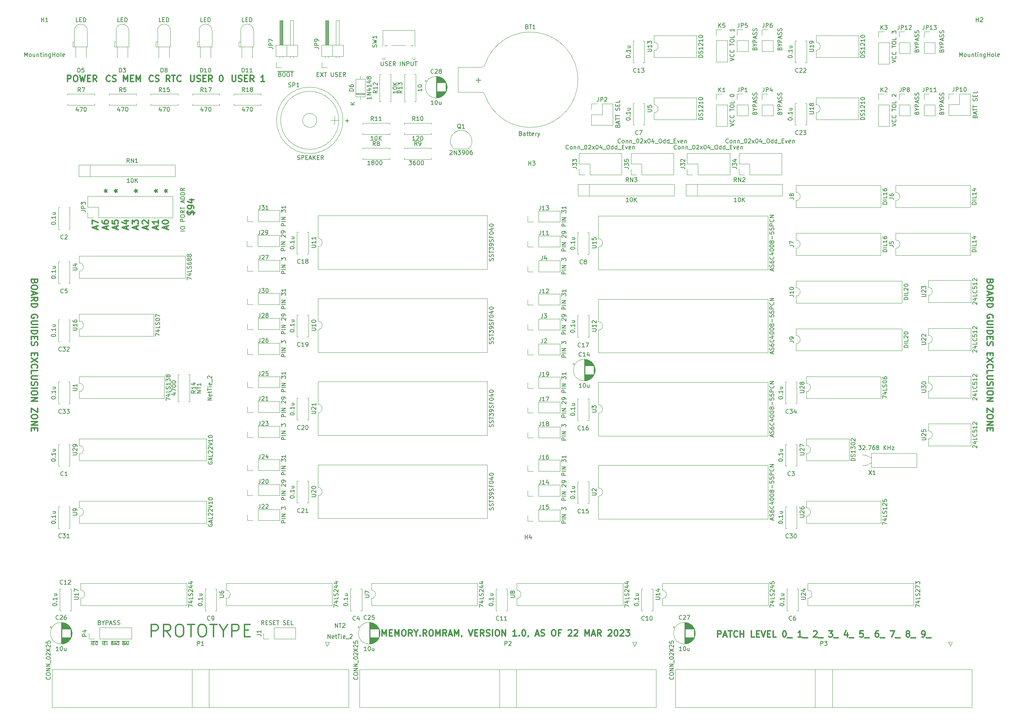
<source format=gbr>
%TF.GenerationSoftware,KiCad,Pcbnew,(6.0.11)*%
%TF.CreationDate,2023-05-28T18:57:32-04:00*%
%TF.ProjectId,memory.ROMRAM,6d656d6f-7279-42e5-924f-4d52414d2e6b,rev?*%
%TF.SameCoordinates,Original*%
%TF.FileFunction,Legend,Top*%
%TF.FilePolarity,Positive*%
%FSLAX46Y46*%
G04 Gerber Fmt 4.6, Leading zero omitted, Abs format (unit mm)*
G04 Created by KiCad (PCBNEW (6.0.11)) date 2023-05-28 18:57:32*
%MOMM*%
%LPD*%
G01*
G04 APERTURE LIST*
%ADD10C,0.300000*%
%ADD11C,0.175000*%
%ADD12C,0.150000*%
%ADD13C,0.120000*%
G04 APERTURE END LIST*
D10*
X267607142Y-133785714D02*
X267535714Y-134000000D01*
X267464285Y-134071428D01*
X267321428Y-134142857D01*
X267107142Y-134142857D01*
X266964285Y-134071428D01*
X266892857Y-134000000D01*
X266821428Y-133857142D01*
X266821428Y-133285714D01*
X268321428Y-133285714D01*
X268321428Y-133785714D01*
X268250000Y-133928571D01*
X268178571Y-134000000D01*
X268035714Y-134071428D01*
X267892857Y-134071428D01*
X267750000Y-134000000D01*
X267678571Y-133928571D01*
X267607142Y-133785714D01*
X267607142Y-133285714D01*
X268321428Y-135071428D02*
X268321428Y-135357142D01*
X268250000Y-135500000D01*
X268107142Y-135642857D01*
X267821428Y-135714285D01*
X267321428Y-135714285D01*
X267035714Y-135642857D01*
X266892857Y-135500000D01*
X266821428Y-135357142D01*
X266821428Y-135071428D01*
X266892857Y-134928571D01*
X267035714Y-134785714D01*
X267321428Y-134714285D01*
X267821428Y-134714285D01*
X268107142Y-134785714D01*
X268250000Y-134928571D01*
X268321428Y-135071428D01*
X267250000Y-136285714D02*
X267250000Y-137000000D01*
X266821428Y-136142857D02*
X268321428Y-136642857D01*
X266821428Y-137142857D01*
X266821428Y-138500000D02*
X267535714Y-138000000D01*
X266821428Y-137642857D02*
X268321428Y-137642857D01*
X268321428Y-138214285D01*
X268250000Y-138357142D01*
X268178571Y-138428571D01*
X268035714Y-138500000D01*
X267821428Y-138500000D01*
X267678571Y-138428571D01*
X267607142Y-138357142D01*
X267535714Y-138214285D01*
X267535714Y-137642857D01*
X266821428Y-139142857D02*
X268321428Y-139142857D01*
X268321428Y-139500000D01*
X268250000Y-139714285D01*
X268107142Y-139857142D01*
X267964285Y-139928571D01*
X267678571Y-140000000D01*
X267464285Y-140000000D01*
X267178571Y-139928571D01*
X267035714Y-139857142D01*
X266892857Y-139714285D01*
X266821428Y-139500000D01*
X266821428Y-139142857D01*
X268250000Y-142571428D02*
X268321428Y-142428571D01*
X268321428Y-142214285D01*
X268250000Y-142000000D01*
X268107142Y-141857142D01*
X267964285Y-141785714D01*
X267678571Y-141714285D01*
X267464285Y-141714285D01*
X267178571Y-141785714D01*
X267035714Y-141857142D01*
X266892857Y-142000000D01*
X266821428Y-142214285D01*
X266821428Y-142357142D01*
X266892857Y-142571428D01*
X266964285Y-142642857D01*
X267464285Y-142642857D01*
X267464285Y-142357142D01*
X268321428Y-143285714D02*
X267107142Y-143285714D01*
X266964285Y-143357142D01*
X266892857Y-143428571D01*
X266821428Y-143571428D01*
X266821428Y-143857142D01*
X266892857Y-144000000D01*
X266964285Y-144071428D01*
X267107142Y-144142857D01*
X268321428Y-144142857D01*
X266821428Y-144857142D02*
X268321428Y-144857142D01*
X266821428Y-145571428D02*
X268321428Y-145571428D01*
X268321428Y-145928571D01*
X268250000Y-146142857D01*
X268107142Y-146285714D01*
X267964285Y-146357142D01*
X267678571Y-146428571D01*
X267464285Y-146428571D01*
X267178571Y-146357142D01*
X267035714Y-146285714D01*
X266892857Y-146142857D01*
X266821428Y-145928571D01*
X266821428Y-145571428D01*
X267607142Y-147071428D02*
X267607142Y-147571428D01*
X266821428Y-147785714D02*
X266821428Y-147071428D01*
X268321428Y-147071428D01*
X268321428Y-147785714D01*
X266892857Y-148357142D02*
X266821428Y-148571428D01*
X266821428Y-148928571D01*
X266892857Y-149071428D01*
X266964285Y-149142857D01*
X267107142Y-149214285D01*
X267250000Y-149214285D01*
X267392857Y-149142857D01*
X267464285Y-149071428D01*
X267535714Y-148928571D01*
X267607142Y-148642857D01*
X267678571Y-148500000D01*
X267750000Y-148428571D01*
X267892857Y-148357142D01*
X268035714Y-148357142D01*
X268178571Y-148428571D01*
X268250000Y-148500000D01*
X268321428Y-148642857D01*
X268321428Y-149000000D01*
X268250000Y-149214285D01*
X267607142Y-151000000D02*
X267607142Y-151500000D01*
X266821428Y-151714285D02*
X266821428Y-151000000D01*
X268321428Y-151000000D01*
X268321428Y-151714285D01*
X268321428Y-152214285D02*
X266821428Y-153214285D01*
X268321428Y-153214285D02*
X266821428Y-152214285D01*
X266964285Y-154642857D02*
X266892857Y-154571428D01*
X266821428Y-154357142D01*
X266821428Y-154214285D01*
X266892857Y-154000000D01*
X267035714Y-153857142D01*
X267178571Y-153785714D01*
X267464285Y-153714285D01*
X267678571Y-153714285D01*
X267964285Y-153785714D01*
X268107142Y-153857142D01*
X268250000Y-154000000D01*
X268321428Y-154214285D01*
X268321428Y-154357142D01*
X268250000Y-154571428D01*
X268178571Y-154642857D01*
X266821428Y-156000000D02*
X266821428Y-155285714D01*
X268321428Y-155285714D01*
X268321428Y-156500000D02*
X267107142Y-156500000D01*
X266964285Y-156571428D01*
X266892857Y-156642857D01*
X266821428Y-156785714D01*
X266821428Y-157071428D01*
X266892857Y-157214285D01*
X266964285Y-157285714D01*
X267107142Y-157357142D01*
X268321428Y-157357142D01*
X266892857Y-158000000D02*
X266821428Y-158214285D01*
X266821428Y-158571428D01*
X266892857Y-158714285D01*
X266964285Y-158785714D01*
X267107142Y-158857142D01*
X267250000Y-158857142D01*
X267392857Y-158785714D01*
X267464285Y-158714285D01*
X267535714Y-158571428D01*
X267607142Y-158285714D01*
X267678571Y-158142857D01*
X267750000Y-158071428D01*
X267892857Y-158000000D01*
X268035714Y-158000000D01*
X268178571Y-158071428D01*
X268250000Y-158142857D01*
X268321428Y-158285714D01*
X268321428Y-158642857D01*
X268250000Y-158857142D01*
X266821428Y-159500000D02*
X268321428Y-159500000D01*
X268321428Y-160500000D02*
X268321428Y-160785714D01*
X268250000Y-160928571D01*
X268107142Y-161071428D01*
X267821428Y-161142857D01*
X267321428Y-161142857D01*
X267035714Y-161071428D01*
X266892857Y-160928571D01*
X266821428Y-160785714D01*
X266821428Y-160500000D01*
X266892857Y-160357142D01*
X267035714Y-160214285D01*
X267321428Y-160142857D01*
X267821428Y-160142857D01*
X268107142Y-160214285D01*
X268250000Y-160357142D01*
X268321428Y-160500000D01*
X266821428Y-161785714D02*
X268321428Y-161785714D01*
X266821428Y-162642857D01*
X268321428Y-162642857D01*
X268321428Y-164357142D02*
X268321428Y-165357142D01*
X266821428Y-164357142D01*
X266821428Y-165357142D01*
X268321428Y-166214285D02*
X268321428Y-166500000D01*
X268250000Y-166642857D01*
X268107142Y-166785714D01*
X267821428Y-166857142D01*
X267321428Y-166857142D01*
X267035714Y-166785714D01*
X266892857Y-166642857D01*
X266821428Y-166500000D01*
X266821428Y-166214285D01*
X266892857Y-166071428D01*
X267035714Y-165928571D01*
X267321428Y-165857142D01*
X267821428Y-165857142D01*
X268107142Y-165928571D01*
X268250000Y-166071428D01*
X268321428Y-166214285D01*
X266821428Y-167500000D02*
X268321428Y-167500000D01*
X266821428Y-168357142D01*
X268321428Y-168357142D01*
X267607142Y-169071428D02*
X267607142Y-169571428D01*
X266821428Y-169785714D02*
X266821428Y-169071428D01*
X268321428Y-169071428D01*
X268321428Y-169785714D01*
X37607142Y-133785714D02*
X37535714Y-134000000D01*
X37464285Y-134071428D01*
X37321428Y-134142857D01*
X37107142Y-134142857D01*
X36964285Y-134071428D01*
X36892857Y-134000000D01*
X36821428Y-133857142D01*
X36821428Y-133285714D01*
X38321428Y-133285714D01*
X38321428Y-133785714D01*
X38250000Y-133928571D01*
X38178571Y-134000000D01*
X38035714Y-134071428D01*
X37892857Y-134071428D01*
X37750000Y-134000000D01*
X37678571Y-133928571D01*
X37607142Y-133785714D01*
X37607142Y-133285714D01*
X38321428Y-135071428D02*
X38321428Y-135357142D01*
X38250000Y-135500000D01*
X38107142Y-135642857D01*
X37821428Y-135714285D01*
X37321428Y-135714285D01*
X37035714Y-135642857D01*
X36892857Y-135500000D01*
X36821428Y-135357142D01*
X36821428Y-135071428D01*
X36892857Y-134928571D01*
X37035714Y-134785714D01*
X37321428Y-134714285D01*
X37821428Y-134714285D01*
X38107142Y-134785714D01*
X38250000Y-134928571D01*
X38321428Y-135071428D01*
X37250000Y-136285714D02*
X37250000Y-137000000D01*
X36821428Y-136142857D02*
X38321428Y-136642857D01*
X36821428Y-137142857D01*
X36821428Y-138500000D02*
X37535714Y-138000000D01*
X36821428Y-137642857D02*
X38321428Y-137642857D01*
X38321428Y-138214285D01*
X38250000Y-138357142D01*
X38178571Y-138428571D01*
X38035714Y-138500000D01*
X37821428Y-138500000D01*
X37678571Y-138428571D01*
X37607142Y-138357142D01*
X37535714Y-138214285D01*
X37535714Y-137642857D01*
X36821428Y-139142857D02*
X38321428Y-139142857D01*
X38321428Y-139500000D01*
X38250000Y-139714285D01*
X38107142Y-139857142D01*
X37964285Y-139928571D01*
X37678571Y-140000000D01*
X37464285Y-140000000D01*
X37178571Y-139928571D01*
X37035714Y-139857142D01*
X36892857Y-139714285D01*
X36821428Y-139500000D01*
X36821428Y-139142857D01*
X38250000Y-142571428D02*
X38321428Y-142428571D01*
X38321428Y-142214285D01*
X38250000Y-142000000D01*
X38107142Y-141857142D01*
X37964285Y-141785714D01*
X37678571Y-141714285D01*
X37464285Y-141714285D01*
X37178571Y-141785714D01*
X37035714Y-141857142D01*
X36892857Y-142000000D01*
X36821428Y-142214285D01*
X36821428Y-142357142D01*
X36892857Y-142571428D01*
X36964285Y-142642857D01*
X37464285Y-142642857D01*
X37464285Y-142357142D01*
X38321428Y-143285714D02*
X37107142Y-143285714D01*
X36964285Y-143357142D01*
X36892857Y-143428571D01*
X36821428Y-143571428D01*
X36821428Y-143857142D01*
X36892857Y-144000000D01*
X36964285Y-144071428D01*
X37107142Y-144142857D01*
X38321428Y-144142857D01*
X36821428Y-144857142D02*
X38321428Y-144857142D01*
X36821428Y-145571428D02*
X38321428Y-145571428D01*
X38321428Y-145928571D01*
X38250000Y-146142857D01*
X38107142Y-146285714D01*
X37964285Y-146357142D01*
X37678571Y-146428571D01*
X37464285Y-146428571D01*
X37178571Y-146357142D01*
X37035714Y-146285714D01*
X36892857Y-146142857D01*
X36821428Y-145928571D01*
X36821428Y-145571428D01*
X37607142Y-147071428D02*
X37607142Y-147571428D01*
X36821428Y-147785714D02*
X36821428Y-147071428D01*
X38321428Y-147071428D01*
X38321428Y-147785714D01*
X36892857Y-148357142D02*
X36821428Y-148571428D01*
X36821428Y-148928571D01*
X36892857Y-149071428D01*
X36964285Y-149142857D01*
X37107142Y-149214285D01*
X37250000Y-149214285D01*
X37392857Y-149142857D01*
X37464285Y-149071428D01*
X37535714Y-148928571D01*
X37607142Y-148642857D01*
X37678571Y-148500000D01*
X37750000Y-148428571D01*
X37892857Y-148357142D01*
X38035714Y-148357142D01*
X38178571Y-148428571D01*
X38250000Y-148500000D01*
X38321428Y-148642857D01*
X38321428Y-149000000D01*
X38250000Y-149214285D01*
X37607142Y-151000000D02*
X37607142Y-151500000D01*
X36821428Y-151714285D02*
X36821428Y-151000000D01*
X38321428Y-151000000D01*
X38321428Y-151714285D01*
X38321428Y-152214285D02*
X36821428Y-153214285D01*
X38321428Y-153214285D02*
X36821428Y-152214285D01*
X36964285Y-154642857D02*
X36892857Y-154571428D01*
X36821428Y-154357142D01*
X36821428Y-154214285D01*
X36892857Y-154000000D01*
X37035714Y-153857142D01*
X37178571Y-153785714D01*
X37464285Y-153714285D01*
X37678571Y-153714285D01*
X37964285Y-153785714D01*
X38107142Y-153857142D01*
X38250000Y-154000000D01*
X38321428Y-154214285D01*
X38321428Y-154357142D01*
X38250000Y-154571428D01*
X38178571Y-154642857D01*
X36821428Y-156000000D02*
X36821428Y-155285714D01*
X38321428Y-155285714D01*
X38321428Y-156500000D02*
X37107142Y-156500000D01*
X36964285Y-156571428D01*
X36892857Y-156642857D01*
X36821428Y-156785714D01*
X36821428Y-157071428D01*
X36892857Y-157214285D01*
X36964285Y-157285714D01*
X37107142Y-157357142D01*
X38321428Y-157357142D01*
X36892857Y-158000000D02*
X36821428Y-158214285D01*
X36821428Y-158571428D01*
X36892857Y-158714285D01*
X36964285Y-158785714D01*
X37107142Y-158857142D01*
X37250000Y-158857142D01*
X37392857Y-158785714D01*
X37464285Y-158714285D01*
X37535714Y-158571428D01*
X37607142Y-158285714D01*
X37678571Y-158142857D01*
X37750000Y-158071428D01*
X37892857Y-158000000D01*
X38035714Y-158000000D01*
X38178571Y-158071428D01*
X38250000Y-158142857D01*
X38321428Y-158285714D01*
X38321428Y-158642857D01*
X38250000Y-158857142D01*
X36821428Y-159500000D02*
X38321428Y-159500000D01*
X38321428Y-160500000D02*
X38321428Y-160785714D01*
X38250000Y-160928571D01*
X38107142Y-161071428D01*
X37821428Y-161142857D01*
X37321428Y-161142857D01*
X37035714Y-161071428D01*
X36892857Y-160928571D01*
X36821428Y-160785714D01*
X36821428Y-160500000D01*
X36892857Y-160357142D01*
X37035714Y-160214285D01*
X37321428Y-160142857D01*
X37821428Y-160142857D01*
X38107142Y-160214285D01*
X38250000Y-160357142D01*
X38321428Y-160500000D01*
X36821428Y-161785714D02*
X38321428Y-161785714D01*
X36821428Y-162642857D01*
X38321428Y-162642857D01*
X38321428Y-164357142D02*
X38321428Y-165357142D01*
X36821428Y-164357142D01*
X36821428Y-165357142D01*
X38321428Y-166214285D02*
X38321428Y-166500000D01*
X38250000Y-166642857D01*
X38107142Y-166785714D01*
X37821428Y-166857142D01*
X37321428Y-166857142D01*
X37035714Y-166785714D01*
X36892857Y-166642857D01*
X36821428Y-166500000D01*
X36821428Y-166214285D01*
X36892857Y-166071428D01*
X37035714Y-165928571D01*
X37321428Y-165857142D01*
X37821428Y-165857142D01*
X38107142Y-165928571D01*
X38250000Y-166071428D01*
X38321428Y-166214285D01*
X36821428Y-167500000D02*
X38321428Y-167500000D01*
X36821428Y-168357142D01*
X38321428Y-168357142D01*
X37607142Y-169071428D02*
X37607142Y-169571428D01*
X36821428Y-169785714D02*
X36821428Y-169071428D01*
X38321428Y-169071428D01*
X38321428Y-169785714D01*
X52487500Y-121201428D02*
X52487500Y-120487142D01*
X52916071Y-121344285D02*
X51416071Y-120844285D01*
X52916071Y-120344285D01*
X51416071Y-119987142D02*
X51416071Y-118987142D01*
X52916071Y-119630000D01*
X54902500Y-121201428D02*
X54902500Y-120487142D01*
X55331071Y-121344285D02*
X53831071Y-120844285D01*
X55331071Y-120344285D01*
X53831071Y-119201428D02*
X53831071Y-119487142D01*
X53902500Y-119630000D01*
X53973928Y-119701428D01*
X54188214Y-119844285D01*
X54473928Y-119915714D01*
X55045357Y-119915714D01*
X55188214Y-119844285D01*
X55259642Y-119772857D01*
X55331071Y-119630000D01*
X55331071Y-119344285D01*
X55259642Y-119201428D01*
X55188214Y-119130000D01*
X55045357Y-119058571D01*
X54688214Y-119058571D01*
X54545357Y-119130000D01*
X54473928Y-119201428D01*
X54402500Y-119344285D01*
X54402500Y-119630000D01*
X54473928Y-119772857D01*
X54545357Y-119844285D01*
X54688214Y-119915714D01*
X57317500Y-121201428D02*
X57317500Y-120487142D01*
X57746071Y-121344285D02*
X56246071Y-120844285D01*
X57746071Y-120344285D01*
X56246071Y-119130000D02*
X56246071Y-119844285D01*
X56960357Y-119915714D01*
X56888928Y-119844285D01*
X56817500Y-119701428D01*
X56817500Y-119344285D01*
X56888928Y-119201428D01*
X56960357Y-119130000D01*
X57103214Y-119058571D01*
X57460357Y-119058571D01*
X57603214Y-119130000D01*
X57674642Y-119201428D01*
X57746071Y-119344285D01*
X57746071Y-119701428D01*
X57674642Y-119844285D01*
X57603214Y-119915714D01*
X59732500Y-121201428D02*
X59732500Y-120487142D01*
X60161071Y-121344285D02*
X58661071Y-120844285D01*
X60161071Y-120344285D01*
X59161071Y-119201428D02*
X60161071Y-119201428D01*
X58589642Y-119558571D02*
X59661071Y-119915714D01*
X59661071Y-118987142D01*
X62147500Y-121201428D02*
X62147500Y-120487142D01*
X62576071Y-121344285D02*
X61076071Y-120844285D01*
X62576071Y-120344285D01*
X61076071Y-119987142D02*
X61076071Y-119058571D01*
X61647500Y-119558571D01*
X61647500Y-119344285D01*
X61718928Y-119201428D01*
X61790357Y-119130000D01*
X61933214Y-119058571D01*
X62290357Y-119058571D01*
X62433214Y-119130000D01*
X62504642Y-119201428D01*
X62576071Y-119344285D01*
X62576071Y-119772857D01*
X62504642Y-119915714D01*
X62433214Y-119987142D01*
X64562500Y-121201428D02*
X64562500Y-120487142D01*
X64991071Y-121344285D02*
X63491071Y-120844285D01*
X64991071Y-120344285D01*
X63633928Y-119915714D02*
X63562500Y-119844285D01*
X63491071Y-119701428D01*
X63491071Y-119344285D01*
X63562500Y-119201428D01*
X63633928Y-119130000D01*
X63776785Y-119058571D01*
X63919642Y-119058571D01*
X64133928Y-119130000D01*
X64991071Y-119987142D01*
X64991071Y-119058571D01*
X66977500Y-121201428D02*
X66977500Y-120487142D01*
X67406071Y-121344285D02*
X65906071Y-120844285D01*
X67406071Y-120344285D01*
X67406071Y-119058571D02*
X67406071Y-119915714D01*
X67406071Y-119487142D02*
X65906071Y-119487142D01*
X66120357Y-119630000D01*
X66263214Y-119772857D01*
X66334642Y-119915714D01*
X69392500Y-121201428D02*
X69392500Y-120487142D01*
X69821071Y-121344285D02*
X68321071Y-120844285D01*
X69821071Y-120344285D01*
X68321071Y-119558571D02*
X68321071Y-119415714D01*
X68392500Y-119272857D01*
X68463928Y-119201428D01*
X68606785Y-119130000D01*
X68892500Y-119058571D01*
X69249642Y-119058571D01*
X69535357Y-119130000D01*
X69678214Y-119201428D01*
X69749642Y-119272857D01*
X69821071Y-119415714D01*
X69821071Y-119558571D01*
X69749642Y-119701428D01*
X69678214Y-119772857D01*
X69535357Y-119844285D01*
X69249642Y-119915714D01*
X68892500Y-119915714D01*
X68606785Y-119844285D01*
X68463928Y-119772857D01*
X68392500Y-119701428D01*
X68321071Y-119558571D01*
X66107142Y-85535714D02*
X66035714Y-85607142D01*
X65821428Y-85678571D01*
X65678571Y-85678571D01*
X65464285Y-85607142D01*
X65321428Y-85464285D01*
X65250000Y-85321428D01*
X65178571Y-85035714D01*
X65178571Y-84821428D01*
X65250000Y-84535714D01*
X65321428Y-84392857D01*
X65464285Y-84250000D01*
X65678571Y-84178571D01*
X65821428Y-84178571D01*
X66035714Y-84250000D01*
X66107142Y-84321428D01*
X66678571Y-85607142D02*
X66892857Y-85678571D01*
X67250000Y-85678571D01*
X67392857Y-85607142D01*
X67464285Y-85535714D01*
X67535714Y-85392857D01*
X67535714Y-85250000D01*
X67464285Y-85107142D01*
X67392857Y-85035714D01*
X67250000Y-84964285D01*
X66964285Y-84892857D01*
X66821428Y-84821428D01*
X66750000Y-84750000D01*
X66678571Y-84607142D01*
X66678571Y-84464285D01*
X66750000Y-84321428D01*
X66821428Y-84250000D01*
X66964285Y-84178571D01*
X67321428Y-84178571D01*
X67535714Y-84250000D01*
X70178571Y-85678571D02*
X69678571Y-84964285D01*
X69321428Y-85678571D02*
X69321428Y-84178571D01*
X69892857Y-84178571D01*
X70035714Y-84250000D01*
X70107142Y-84321428D01*
X70178571Y-84464285D01*
X70178571Y-84678571D01*
X70107142Y-84821428D01*
X70035714Y-84892857D01*
X69892857Y-84964285D01*
X69321428Y-84964285D01*
X70607142Y-84178571D02*
X71464285Y-84178571D01*
X71035714Y-85678571D02*
X71035714Y-84178571D01*
X72821428Y-85535714D02*
X72750000Y-85607142D01*
X72535714Y-85678571D01*
X72392857Y-85678571D01*
X72178571Y-85607142D01*
X72035714Y-85464285D01*
X71964285Y-85321428D01*
X71892857Y-85035714D01*
X71892857Y-84821428D01*
X71964285Y-84535714D01*
X72035714Y-84392857D01*
X72178571Y-84250000D01*
X72392857Y-84178571D01*
X72535714Y-84178571D01*
X72750000Y-84250000D01*
X72821428Y-84321428D01*
X75142857Y-84178571D02*
X75142857Y-85392857D01*
X75214285Y-85535714D01*
X75285714Y-85607142D01*
X75428571Y-85678571D01*
X75714285Y-85678571D01*
X75857142Y-85607142D01*
X75928571Y-85535714D01*
X76000000Y-85392857D01*
X76000000Y-84178571D01*
X76642857Y-85607142D02*
X76857142Y-85678571D01*
X77214285Y-85678571D01*
X77357142Y-85607142D01*
X77428571Y-85535714D01*
X77500000Y-85392857D01*
X77500000Y-85250000D01*
X77428571Y-85107142D01*
X77357142Y-85035714D01*
X77214285Y-84964285D01*
X76928571Y-84892857D01*
X76785714Y-84821428D01*
X76714285Y-84750000D01*
X76642857Y-84607142D01*
X76642857Y-84464285D01*
X76714285Y-84321428D01*
X76785714Y-84250000D01*
X76928571Y-84178571D01*
X77285714Y-84178571D01*
X77500000Y-84250000D01*
X78142857Y-84892857D02*
X78642857Y-84892857D01*
X78857142Y-85678571D02*
X78142857Y-85678571D01*
X78142857Y-84178571D01*
X78857142Y-84178571D01*
X80357142Y-85678571D02*
X79857142Y-84964285D01*
X79500000Y-85678571D02*
X79500000Y-84178571D01*
X80071428Y-84178571D01*
X80214285Y-84250000D01*
X80285714Y-84321428D01*
X80357142Y-84464285D01*
X80357142Y-84678571D01*
X80285714Y-84821428D01*
X80214285Y-84892857D01*
X80071428Y-84964285D01*
X79500000Y-84964285D01*
X82428571Y-84178571D02*
X82571428Y-84178571D01*
X82714285Y-84250000D01*
X82785714Y-84321428D01*
X82857142Y-84464285D01*
X82928571Y-84750000D01*
X82928571Y-85107142D01*
X82857142Y-85392857D01*
X82785714Y-85535714D01*
X82714285Y-85607142D01*
X82571428Y-85678571D01*
X82428571Y-85678571D01*
X82285714Y-85607142D01*
X82214285Y-85535714D01*
X82142857Y-85392857D01*
X82071428Y-85107142D01*
X82071428Y-84750000D01*
X82142857Y-84464285D01*
X82214285Y-84321428D01*
X82285714Y-84250000D01*
X82428571Y-84178571D01*
X85142857Y-84178571D02*
X85142857Y-85392857D01*
X85214285Y-85535714D01*
X85285714Y-85607142D01*
X85428571Y-85678571D01*
X85714285Y-85678571D01*
X85857142Y-85607142D01*
X85928571Y-85535714D01*
X86000000Y-85392857D01*
X86000000Y-84178571D01*
X86642857Y-85607142D02*
X86857142Y-85678571D01*
X87214285Y-85678571D01*
X87357142Y-85607142D01*
X87428571Y-85535714D01*
X87500000Y-85392857D01*
X87500000Y-85250000D01*
X87428571Y-85107142D01*
X87357142Y-85035714D01*
X87214285Y-84964285D01*
X86928571Y-84892857D01*
X86785714Y-84821428D01*
X86714285Y-84750000D01*
X86642857Y-84607142D01*
X86642857Y-84464285D01*
X86714285Y-84321428D01*
X86785714Y-84250000D01*
X86928571Y-84178571D01*
X87285714Y-84178571D01*
X87500000Y-84250000D01*
X88142857Y-84892857D02*
X88642857Y-84892857D01*
X88857142Y-85678571D02*
X88142857Y-85678571D01*
X88142857Y-84178571D01*
X88857142Y-84178571D01*
X90357142Y-85678571D02*
X89857142Y-84964285D01*
X89500000Y-85678571D02*
X89500000Y-84178571D01*
X90071428Y-84178571D01*
X90214285Y-84250000D01*
X90285714Y-84321428D01*
X90357142Y-84464285D01*
X90357142Y-84678571D01*
X90285714Y-84821428D01*
X90214285Y-84892857D01*
X90071428Y-84964285D01*
X89500000Y-84964285D01*
X92928571Y-85678571D02*
X92071428Y-85678571D01*
X92500000Y-85678571D02*
X92500000Y-84178571D01*
X92357142Y-84392857D01*
X92214285Y-84535714D01*
X92071428Y-84607142D01*
D11*
X53850000Y-220419000D02*
X54183333Y-220419000D01*
X54016666Y-221316666D02*
X54016666Y-220616666D01*
X54183333Y-220419000D02*
X54816666Y-220419000D01*
X54350000Y-220950000D02*
X54583333Y-220950000D01*
X54683333Y-221316666D02*
X54350000Y-221316666D01*
X54350000Y-220616666D01*
X54683333Y-220616666D01*
X54816666Y-220419000D02*
X55150000Y-220419000D01*
X54983333Y-221316666D02*
X54983333Y-220616666D01*
X55983333Y-220419000D02*
X56683333Y-220419000D01*
X56383333Y-220950000D02*
X56483333Y-220983333D01*
X56516666Y-221016666D01*
X56550000Y-221083333D01*
X56550000Y-221183333D01*
X56516666Y-221250000D01*
X56483333Y-221283333D01*
X56416666Y-221316666D01*
X56150000Y-221316666D01*
X56150000Y-220616666D01*
X56383333Y-220616666D01*
X56450000Y-220650000D01*
X56483333Y-220683333D01*
X56516666Y-220750000D01*
X56516666Y-220816666D01*
X56483333Y-220883333D01*
X56450000Y-220916666D01*
X56383333Y-220950000D01*
X56150000Y-220950000D01*
X56683333Y-220419000D02*
X57283333Y-220419000D01*
X56816666Y-221116666D02*
X57150000Y-221116666D01*
X56750000Y-221316666D02*
X56983333Y-220616666D01*
X57216666Y-221316666D01*
X57283333Y-220419000D02*
X58016666Y-220419000D01*
X57583333Y-220616666D02*
X57716666Y-220616666D01*
X57783333Y-220650000D01*
X57850000Y-220716666D01*
X57883333Y-220850000D01*
X57883333Y-221083333D01*
X57850000Y-221216666D01*
X57783333Y-221283333D01*
X57716666Y-221316666D01*
X57583333Y-221316666D01*
X57516666Y-221283333D01*
X57450000Y-221216666D01*
X57416666Y-221083333D01*
X57416666Y-220850000D01*
X57450000Y-220716666D01*
X57516666Y-220650000D01*
X57583333Y-220616666D01*
X58683333Y-220419000D02*
X59383333Y-220419000D01*
X59083333Y-220950000D02*
X59183333Y-220983333D01*
X59216666Y-221016666D01*
X59250000Y-221083333D01*
X59250000Y-221183333D01*
X59216666Y-221250000D01*
X59183333Y-221283333D01*
X59116666Y-221316666D01*
X58850000Y-221316666D01*
X58850000Y-220616666D01*
X59083333Y-220616666D01*
X59150000Y-220650000D01*
X59183333Y-220683333D01*
X59216666Y-220750000D01*
X59216666Y-220816666D01*
X59183333Y-220883333D01*
X59150000Y-220916666D01*
X59083333Y-220950000D01*
X58850000Y-220950000D01*
X59383333Y-220419000D02*
X59983333Y-220419000D01*
X59516666Y-221116666D02*
X59850000Y-221116666D01*
X59450000Y-221316666D02*
X59683333Y-220616666D01*
X59916666Y-221316666D01*
X59983333Y-220419000D02*
X60316666Y-220419000D01*
X60150000Y-221316666D02*
X60150000Y-220616666D01*
D10*
X75857142Y-117717142D02*
X75928571Y-117502857D01*
X75928571Y-117145714D01*
X75857142Y-117002857D01*
X75785714Y-116931428D01*
X75642857Y-116860000D01*
X75500000Y-116860000D01*
X75357142Y-116931428D01*
X75285714Y-117002857D01*
X75214285Y-117145714D01*
X75142857Y-117431428D01*
X75071428Y-117574285D01*
X75000000Y-117645714D01*
X74857142Y-117717142D01*
X74714285Y-117717142D01*
X74571428Y-117645714D01*
X74500000Y-117574285D01*
X74428571Y-117431428D01*
X74428571Y-117074285D01*
X74500000Y-116860000D01*
X74214285Y-117288571D02*
X76142857Y-117288571D01*
X75928571Y-116145714D02*
X75928571Y-115860000D01*
X75857142Y-115717142D01*
X75785714Y-115645714D01*
X75571428Y-115502857D01*
X75285714Y-115431428D01*
X74714285Y-115431428D01*
X74571428Y-115502857D01*
X74500000Y-115574285D01*
X74428571Y-115717142D01*
X74428571Y-116002857D01*
X74500000Y-116145714D01*
X74571428Y-116217142D01*
X74714285Y-116288571D01*
X75071428Y-116288571D01*
X75214285Y-116217142D01*
X75285714Y-116145714D01*
X75357142Y-116002857D01*
X75357142Y-115717142D01*
X75285714Y-115574285D01*
X75214285Y-115502857D01*
X75071428Y-115431428D01*
X74928571Y-114145714D02*
X75928571Y-114145714D01*
X74357142Y-114502857D02*
X75428571Y-114860000D01*
X75428571Y-113931428D01*
X65642857Y-219357142D02*
X65642857Y-216357142D01*
X66785714Y-216357142D01*
X67071428Y-216500000D01*
X67214285Y-216642857D01*
X67357142Y-216928571D01*
X67357142Y-217357142D01*
X67214285Y-217642857D01*
X67071428Y-217785714D01*
X66785714Y-217928571D01*
X65642857Y-217928571D01*
X70357142Y-219357142D02*
X69357142Y-217928571D01*
X68642857Y-219357142D02*
X68642857Y-216357142D01*
X69785714Y-216357142D01*
X70071428Y-216500000D01*
X70214285Y-216642857D01*
X70357142Y-216928571D01*
X70357142Y-217357142D01*
X70214285Y-217642857D01*
X70071428Y-217785714D01*
X69785714Y-217928571D01*
X68642857Y-217928571D01*
X72214285Y-216357142D02*
X72785714Y-216357142D01*
X73071428Y-216500000D01*
X73357142Y-216785714D01*
X73500000Y-217357142D01*
X73500000Y-218357142D01*
X73357142Y-218928571D01*
X73071428Y-219214285D01*
X72785714Y-219357142D01*
X72214285Y-219357142D01*
X71928571Y-219214285D01*
X71642857Y-218928571D01*
X71500000Y-218357142D01*
X71500000Y-217357142D01*
X71642857Y-216785714D01*
X71928571Y-216500000D01*
X72214285Y-216357142D01*
X74357142Y-216357142D02*
X76071428Y-216357142D01*
X75214285Y-219357142D02*
X75214285Y-216357142D01*
X77642857Y-216357142D02*
X78214285Y-216357142D01*
X78500000Y-216500000D01*
X78785714Y-216785714D01*
X78928571Y-217357142D01*
X78928571Y-218357142D01*
X78785714Y-218928571D01*
X78500000Y-219214285D01*
X78214285Y-219357142D01*
X77642857Y-219357142D01*
X77357142Y-219214285D01*
X77071428Y-218928571D01*
X76928571Y-218357142D01*
X76928571Y-217357142D01*
X77071428Y-216785714D01*
X77357142Y-216500000D01*
X77642857Y-216357142D01*
X79785714Y-216357142D02*
X81500000Y-216357142D01*
X80642857Y-219357142D02*
X80642857Y-216357142D01*
X83071428Y-217928571D02*
X83071428Y-219357142D01*
X82071428Y-216357142D02*
X83071428Y-217928571D01*
X84071428Y-216357142D01*
X85071428Y-219357142D02*
X85071428Y-216357142D01*
X86214285Y-216357142D01*
X86500000Y-216500000D01*
X86642857Y-216642857D01*
X86785714Y-216928571D01*
X86785714Y-217357142D01*
X86642857Y-217642857D01*
X86500000Y-217785714D01*
X86214285Y-217928571D01*
X85071428Y-217928571D01*
X88071428Y-217785714D02*
X89071428Y-217785714D01*
X89500000Y-219357142D02*
X88071428Y-219357142D01*
X88071428Y-216357142D01*
X89500000Y-216357142D01*
X54391071Y-112000000D02*
X54748214Y-112000000D01*
X54605357Y-112357142D02*
X54748214Y-112000000D01*
X54605357Y-111642857D01*
X55033928Y-112214285D02*
X54748214Y-112000000D01*
X55033928Y-111785714D01*
X56806071Y-112000000D02*
X57163214Y-112000000D01*
X57020357Y-112357142D02*
X57163214Y-112000000D01*
X57020357Y-111642857D01*
X57448928Y-112214285D02*
X57163214Y-112000000D01*
X57448928Y-111785714D01*
X61636071Y-112000000D02*
X61993214Y-112000000D01*
X61850357Y-112357142D02*
X61993214Y-112000000D01*
X61850357Y-111642857D01*
X62278928Y-112214285D02*
X61993214Y-112000000D01*
X62278928Y-111785714D01*
X66466071Y-112000000D02*
X66823214Y-112000000D01*
X66680357Y-112357142D02*
X66823214Y-112000000D01*
X66680357Y-111642857D01*
X67108928Y-112214285D02*
X66823214Y-112000000D01*
X67108928Y-111785714D01*
X68881071Y-112000000D02*
X69238214Y-112000000D01*
X69095357Y-112357142D02*
X69238214Y-112000000D01*
X69095357Y-111642857D01*
X69523928Y-112214285D02*
X69238214Y-112000000D01*
X69523928Y-111785714D01*
X121250000Y-219178571D02*
X121250000Y-217678571D01*
X121750000Y-218750000D01*
X122250000Y-217678571D01*
X122250000Y-219178571D01*
X122964285Y-218392857D02*
X123464285Y-218392857D01*
X123678571Y-219178571D02*
X122964285Y-219178571D01*
X122964285Y-217678571D01*
X123678571Y-217678571D01*
X124321428Y-219178571D02*
X124321428Y-217678571D01*
X124821428Y-218750000D01*
X125321428Y-217678571D01*
X125321428Y-219178571D01*
X126321428Y-217678571D02*
X126607142Y-217678571D01*
X126750000Y-217750000D01*
X126892857Y-217892857D01*
X126964285Y-218178571D01*
X126964285Y-218678571D01*
X126892857Y-218964285D01*
X126750000Y-219107142D01*
X126607142Y-219178571D01*
X126321428Y-219178571D01*
X126178571Y-219107142D01*
X126035714Y-218964285D01*
X125964285Y-218678571D01*
X125964285Y-218178571D01*
X126035714Y-217892857D01*
X126178571Y-217750000D01*
X126321428Y-217678571D01*
X128464285Y-219178571D02*
X127964285Y-218464285D01*
X127607142Y-219178571D02*
X127607142Y-217678571D01*
X128178571Y-217678571D01*
X128321428Y-217750000D01*
X128392857Y-217821428D01*
X128464285Y-217964285D01*
X128464285Y-218178571D01*
X128392857Y-218321428D01*
X128321428Y-218392857D01*
X128178571Y-218464285D01*
X127607142Y-218464285D01*
X129392857Y-218464285D02*
X129392857Y-219178571D01*
X128892857Y-217678571D02*
X129392857Y-218464285D01*
X129892857Y-217678571D01*
X130392857Y-219035714D02*
X130464285Y-219107142D01*
X130392857Y-219178571D01*
X130321428Y-219107142D01*
X130392857Y-219035714D01*
X130392857Y-219178571D01*
X131964285Y-219178571D02*
X131464285Y-218464285D01*
X131107142Y-219178571D02*
X131107142Y-217678571D01*
X131678571Y-217678571D01*
X131821428Y-217750000D01*
X131892857Y-217821428D01*
X131964285Y-217964285D01*
X131964285Y-218178571D01*
X131892857Y-218321428D01*
X131821428Y-218392857D01*
X131678571Y-218464285D01*
X131107142Y-218464285D01*
X132892857Y-217678571D02*
X133178571Y-217678571D01*
X133321428Y-217750000D01*
X133464285Y-217892857D01*
X133535714Y-218178571D01*
X133535714Y-218678571D01*
X133464285Y-218964285D01*
X133321428Y-219107142D01*
X133178571Y-219178571D01*
X132892857Y-219178571D01*
X132750000Y-219107142D01*
X132607142Y-218964285D01*
X132535714Y-218678571D01*
X132535714Y-218178571D01*
X132607142Y-217892857D01*
X132750000Y-217750000D01*
X132892857Y-217678571D01*
X134178571Y-219178571D02*
X134178571Y-217678571D01*
X134678571Y-218750000D01*
X135178571Y-217678571D01*
X135178571Y-219178571D01*
X136750000Y-219178571D02*
X136250000Y-218464285D01*
X135892857Y-219178571D02*
X135892857Y-217678571D01*
X136464285Y-217678571D01*
X136607142Y-217750000D01*
X136678571Y-217821428D01*
X136750000Y-217964285D01*
X136750000Y-218178571D01*
X136678571Y-218321428D01*
X136607142Y-218392857D01*
X136464285Y-218464285D01*
X135892857Y-218464285D01*
X137321428Y-218750000D02*
X138035714Y-218750000D01*
X137178571Y-219178571D02*
X137678571Y-217678571D01*
X138178571Y-219178571D01*
X138678571Y-219178571D02*
X138678571Y-217678571D01*
X139178571Y-218750000D01*
X139678571Y-217678571D01*
X139678571Y-219178571D01*
X140464285Y-219107142D02*
X140464285Y-219178571D01*
X140392857Y-219321428D01*
X140321428Y-219392857D01*
X142035714Y-217678571D02*
X142535714Y-219178571D01*
X143035714Y-217678571D01*
X143535714Y-218392857D02*
X144035714Y-218392857D01*
X144250000Y-219178571D02*
X143535714Y-219178571D01*
X143535714Y-217678571D01*
X144250000Y-217678571D01*
X145750000Y-219178571D02*
X145250000Y-218464285D01*
X144892857Y-219178571D02*
X144892857Y-217678571D01*
X145464285Y-217678571D01*
X145607142Y-217750000D01*
X145678571Y-217821428D01*
X145750000Y-217964285D01*
X145750000Y-218178571D01*
X145678571Y-218321428D01*
X145607142Y-218392857D01*
X145464285Y-218464285D01*
X144892857Y-218464285D01*
X146321428Y-219107142D02*
X146535714Y-219178571D01*
X146892857Y-219178571D01*
X147035714Y-219107142D01*
X147107142Y-219035714D01*
X147178571Y-218892857D01*
X147178571Y-218750000D01*
X147107142Y-218607142D01*
X147035714Y-218535714D01*
X146892857Y-218464285D01*
X146607142Y-218392857D01*
X146464285Y-218321428D01*
X146392857Y-218250000D01*
X146321428Y-218107142D01*
X146321428Y-217964285D01*
X146392857Y-217821428D01*
X146464285Y-217750000D01*
X146607142Y-217678571D01*
X146964285Y-217678571D01*
X147178571Y-217750000D01*
X147821428Y-219178571D02*
X147821428Y-217678571D01*
X148821428Y-217678571D02*
X149107142Y-217678571D01*
X149250000Y-217750000D01*
X149392857Y-217892857D01*
X149464285Y-218178571D01*
X149464285Y-218678571D01*
X149392857Y-218964285D01*
X149250000Y-219107142D01*
X149107142Y-219178571D01*
X148821428Y-219178571D01*
X148678571Y-219107142D01*
X148535714Y-218964285D01*
X148464285Y-218678571D01*
X148464285Y-218178571D01*
X148535714Y-217892857D01*
X148678571Y-217750000D01*
X148821428Y-217678571D01*
X150107142Y-219178571D02*
X150107142Y-217678571D01*
X150964285Y-219178571D01*
X150964285Y-217678571D01*
X153607142Y-219178571D02*
X152750000Y-219178571D01*
X153178571Y-219178571D02*
X153178571Y-217678571D01*
X153035714Y-217892857D01*
X152892857Y-218035714D01*
X152750000Y-218107142D01*
X154250000Y-219035714D02*
X154321428Y-219107142D01*
X154250000Y-219178571D01*
X154178571Y-219107142D01*
X154250000Y-219035714D01*
X154250000Y-219178571D01*
X155250000Y-217678571D02*
X155392857Y-217678571D01*
X155535714Y-217750000D01*
X155607142Y-217821428D01*
X155678571Y-217964285D01*
X155750000Y-218250000D01*
X155750000Y-218607142D01*
X155678571Y-218892857D01*
X155607142Y-219035714D01*
X155535714Y-219107142D01*
X155392857Y-219178571D01*
X155250000Y-219178571D01*
X155107142Y-219107142D01*
X155035714Y-219035714D01*
X154964285Y-218892857D01*
X154892857Y-218607142D01*
X154892857Y-218250000D01*
X154964285Y-217964285D01*
X155035714Y-217821428D01*
X155107142Y-217750000D01*
X155250000Y-217678571D01*
X156464285Y-219107142D02*
X156464285Y-219178571D01*
X156392857Y-219321428D01*
X156321428Y-219392857D01*
X158178571Y-218750000D02*
X158892857Y-218750000D01*
X158035714Y-219178571D02*
X158535714Y-217678571D01*
X159035714Y-219178571D01*
X159464285Y-219107142D02*
X159678571Y-219178571D01*
X160035714Y-219178571D01*
X160178571Y-219107142D01*
X160250000Y-219035714D01*
X160321428Y-218892857D01*
X160321428Y-218750000D01*
X160250000Y-218607142D01*
X160178571Y-218535714D01*
X160035714Y-218464285D01*
X159750000Y-218392857D01*
X159607142Y-218321428D01*
X159535714Y-218250000D01*
X159464285Y-218107142D01*
X159464285Y-217964285D01*
X159535714Y-217821428D01*
X159607142Y-217750000D01*
X159750000Y-217678571D01*
X160107142Y-217678571D01*
X160321428Y-217750000D01*
X162392857Y-217678571D02*
X162678571Y-217678571D01*
X162821428Y-217750000D01*
X162964285Y-217892857D01*
X163035714Y-218178571D01*
X163035714Y-218678571D01*
X162964285Y-218964285D01*
X162821428Y-219107142D01*
X162678571Y-219178571D01*
X162392857Y-219178571D01*
X162250000Y-219107142D01*
X162107142Y-218964285D01*
X162035714Y-218678571D01*
X162035714Y-218178571D01*
X162107142Y-217892857D01*
X162250000Y-217750000D01*
X162392857Y-217678571D01*
X164178571Y-218392857D02*
X163678571Y-218392857D01*
X163678571Y-219178571D02*
X163678571Y-217678571D01*
X164392857Y-217678571D01*
X166035714Y-217821428D02*
X166107142Y-217750000D01*
X166250000Y-217678571D01*
X166607142Y-217678571D01*
X166750000Y-217750000D01*
X166821428Y-217821428D01*
X166892857Y-217964285D01*
X166892857Y-218107142D01*
X166821428Y-218321428D01*
X165964285Y-219178571D01*
X166892857Y-219178571D01*
X167464285Y-217821428D02*
X167535714Y-217750000D01*
X167678571Y-217678571D01*
X168035714Y-217678571D01*
X168178571Y-217750000D01*
X168250000Y-217821428D01*
X168321428Y-217964285D01*
X168321428Y-218107142D01*
X168250000Y-218321428D01*
X167392857Y-219178571D01*
X168321428Y-219178571D01*
X170107142Y-219178571D02*
X170107142Y-217678571D01*
X170607142Y-218750000D01*
X171107142Y-217678571D01*
X171107142Y-219178571D01*
X171750000Y-218750000D02*
X172464285Y-218750000D01*
X171607142Y-219178571D02*
X172107142Y-217678571D01*
X172607142Y-219178571D01*
X173964285Y-219178571D02*
X173464285Y-218464285D01*
X173107142Y-219178571D02*
X173107142Y-217678571D01*
X173678571Y-217678571D01*
X173821428Y-217750000D01*
X173892857Y-217821428D01*
X173964285Y-217964285D01*
X173964285Y-218178571D01*
X173892857Y-218321428D01*
X173821428Y-218392857D01*
X173678571Y-218464285D01*
X173107142Y-218464285D01*
X175678571Y-217821428D02*
X175750000Y-217750000D01*
X175892857Y-217678571D01*
X176250000Y-217678571D01*
X176392857Y-217750000D01*
X176464285Y-217821428D01*
X176535714Y-217964285D01*
X176535714Y-218107142D01*
X176464285Y-218321428D01*
X175607142Y-219178571D01*
X176535714Y-219178571D01*
X177464285Y-217678571D02*
X177607142Y-217678571D01*
X177750000Y-217750000D01*
X177821428Y-217821428D01*
X177892857Y-217964285D01*
X177964285Y-218250000D01*
X177964285Y-218607142D01*
X177892857Y-218892857D01*
X177821428Y-219035714D01*
X177750000Y-219107142D01*
X177607142Y-219178571D01*
X177464285Y-219178571D01*
X177321428Y-219107142D01*
X177250000Y-219035714D01*
X177178571Y-218892857D01*
X177107142Y-218607142D01*
X177107142Y-218250000D01*
X177178571Y-217964285D01*
X177250000Y-217821428D01*
X177321428Y-217750000D01*
X177464285Y-217678571D01*
X178535714Y-217821428D02*
X178607142Y-217750000D01*
X178750000Y-217678571D01*
X179107142Y-217678571D01*
X179250000Y-217750000D01*
X179321428Y-217821428D01*
X179392857Y-217964285D01*
X179392857Y-218107142D01*
X179321428Y-218321428D01*
X178464285Y-219178571D01*
X179392857Y-219178571D01*
X179892857Y-217678571D02*
X180821428Y-217678571D01*
X180321428Y-218250000D01*
X180535714Y-218250000D01*
X180678571Y-218321428D01*
X180750000Y-218392857D01*
X180821428Y-218535714D01*
X180821428Y-218892857D01*
X180750000Y-219035714D01*
X180678571Y-219107142D01*
X180535714Y-219178571D01*
X180107142Y-219178571D01*
X179964285Y-219107142D01*
X179892857Y-219035714D01*
X202000000Y-219428571D02*
X202000000Y-217928571D01*
X202571428Y-217928571D01*
X202714285Y-218000000D01*
X202785714Y-218071428D01*
X202857142Y-218214285D01*
X202857142Y-218428571D01*
X202785714Y-218571428D01*
X202714285Y-218642857D01*
X202571428Y-218714285D01*
X202000000Y-218714285D01*
X203428571Y-219000000D02*
X204142857Y-219000000D01*
X203285714Y-219428571D02*
X203785714Y-217928571D01*
X204285714Y-219428571D01*
X204571428Y-217928571D02*
X205428571Y-217928571D01*
X205000000Y-219428571D02*
X205000000Y-217928571D01*
X206785714Y-219285714D02*
X206714285Y-219357142D01*
X206500000Y-219428571D01*
X206357142Y-219428571D01*
X206142857Y-219357142D01*
X206000000Y-219214285D01*
X205928571Y-219071428D01*
X205857142Y-218785714D01*
X205857142Y-218571428D01*
X205928571Y-218285714D01*
X206000000Y-218142857D01*
X206142857Y-218000000D01*
X206357142Y-217928571D01*
X206500000Y-217928571D01*
X206714285Y-218000000D01*
X206785714Y-218071428D01*
X207428571Y-219428571D02*
X207428571Y-217928571D01*
X207428571Y-218642857D02*
X208285714Y-218642857D01*
X208285714Y-219428571D02*
X208285714Y-217928571D01*
X210857142Y-219428571D02*
X210142857Y-219428571D01*
X210142857Y-217928571D01*
X211357142Y-218642857D02*
X211857142Y-218642857D01*
X212071428Y-219428571D02*
X211357142Y-219428571D01*
X211357142Y-217928571D01*
X212071428Y-217928571D01*
X212500000Y-217928571D02*
X213000000Y-219428571D01*
X213500000Y-217928571D01*
X214000000Y-218642857D02*
X214500000Y-218642857D01*
X214714285Y-219428571D02*
X214000000Y-219428571D01*
X214000000Y-217928571D01*
X214714285Y-217928571D01*
X216071428Y-219428571D02*
X215357142Y-219428571D01*
X215357142Y-217928571D01*
X218000000Y-217928571D02*
X218142857Y-217928571D01*
X218285714Y-218000000D01*
X218357142Y-218071428D01*
X218428571Y-218214285D01*
X218500000Y-218500000D01*
X218500000Y-218857142D01*
X218428571Y-219142857D01*
X218357142Y-219285714D01*
X218285714Y-219357142D01*
X218142857Y-219428571D01*
X218000000Y-219428571D01*
X217857142Y-219357142D01*
X217785714Y-219285714D01*
X217714285Y-219142857D01*
X217642857Y-218857142D01*
X217642857Y-218500000D01*
X217714285Y-218214285D01*
X217785714Y-218071428D01*
X217857142Y-218000000D01*
X218000000Y-217928571D01*
X218785714Y-219571428D02*
X219928571Y-219571428D01*
X222214285Y-219428571D02*
X221357142Y-219428571D01*
X221785714Y-219428571D02*
X221785714Y-217928571D01*
X221642857Y-218142857D01*
X221500000Y-218285714D01*
X221357142Y-218357142D01*
X222500000Y-219571428D02*
X223642857Y-219571428D01*
X225071428Y-218071428D02*
X225142857Y-218000000D01*
X225285714Y-217928571D01*
X225642857Y-217928571D01*
X225785714Y-218000000D01*
X225857142Y-218071428D01*
X225928571Y-218214285D01*
X225928571Y-218357142D01*
X225857142Y-218571428D01*
X225000000Y-219428571D01*
X225928571Y-219428571D01*
X226214285Y-219571428D02*
X227357142Y-219571428D01*
X228714285Y-217928571D02*
X229642857Y-217928571D01*
X229142857Y-218500000D01*
X229357142Y-218500000D01*
X229500000Y-218571428D01*
X229571428Y-218642857D01*
X229642857Y-218785714D01*
X229642857Y-219142857D01*
X229571428Y-219285714D01*
X229500000Y-219357142D01*
X229357142Y-219428571D01*
X228928571Y-219428571D01*
X228785714Y-219357142D01*
X228714285Y-219285714D01*
X229928571Y-219571428D02*
X231071428Y-219571428D01*
X233214285Y-218428571D02*
X233214285Y-219428571D01*
X232857142Y-217857142D02*
X232500000Y-218928571D01*
X233428571Y-218928571D01*
X233642857Y-219571428D02*
X234785714Y-219571428D01*
X237000000Y-217928571D02*
X236285714Y-217928571D01*
X236214285Y-218642857D01*
X236285714Y-218571428D01*
X236428571Y-218500000D01*
X236785714Y-218500000D01*
X236928571Y-218571428D01*
X237000000Y-218642857D01*
X237071428Y-218785714D01*
X237071428Y-219142857D01*
X237000000Y-219285714D01*
X236928571Y-219357142D01*
X236785714Y-219428571D01*
X236428571Y-219428571D01*
X236285714Y-219357142D01*
X236214285Y-219285714D01*
X237357142Y-219571428D02*
X238499999Y-219571428D01*
X240642857Y-217928571D02*
X240357142Y-217928571D01*
X240214285Y-218000000D01*
X240142857Y-218071428D01*
X239999999Y-218285714D01*
X239928571Y-218571428D01*
X239928571Y-219142857D01*
X239999999Y-219285714D01*
X240071428Y-219357142D01*
X240214285Y-219428571D01*
X240499999Y-219428571D01*
X240642857Y-219357142D01*
X240714285Y-219285714D01*
X240785714Y-219142857D01*
X240785714Y-218785714D01*
X240714285Y-218642857D01*
X240642857Y-218571428D01*
X240499999Y-218500000D01*
X240214285Y-218500000D01*
X240071428Y-218571428D01*
X239999999Y-218642857D01*
X239928571Y-218785714D01*
X241071428Y-219571428D02*
X242214285Y-219571428D01*
X243571428Y-217928571D02*
X244571428Y-217928571D01*
X243928571Y-219428571D01*
X244785714Y-219571428D02*
X245928571Y-219571428D01*
X247642857Y-218571428D02*
X247499999Y-218500000D01*
X247428571Y-218428571D01*
X247357142Y-218285714D01*
X247357142Y-218214285D01*
X247428571Y-218071428D01*
X247499999Y-218000000D01*
X247642857Y-217928571D01*
X247928571Y-217928571D01*
X248071428Y-218000000D01*
X248142857Y-218071428D01*
X248214285Y-218214285D01*
X248214285Y-218285714D01*
X248142857Y-218428571D01*
X248071428Y-218500000D01*
X247928571Y-218571428D01*
X247642857Y-218571428D01*
X247499999Y-218642857D01*
X247428571Y-218714285D01*
X247357142Y-218857142D01*
X247357142Y-219142857D01*
X247428571Y-219285714D01*
X247499999Y-219357142D01*
X247642857Y-219428571D01*
X247928571Y-219428571D01*
X248071428Y-219357142D01*
X248142857Y-219285714D01*
X248214285Y-219142857D01*
X248214285Y-218857142D01*
X248142857Y-218714285D01*
X248071428Y-218642857D01*
X247928571Y-218571428D01*
X248499999Y-219571428D02*
X249642857Y-219571428D01*
X251214285Y-219428571D02*
X251499999Y-219428571D01*
X251642857Y-219357142D01*
X251714285Y-219285714D01*
X251857142Y-219071428D01*
X251928571Y-218785714D01*
X251928571Y-218214285D01*
X251857142Y-218071428D01*
X251785714Y-218000000D01*
X251642857Y-217928571D01*
X251357142Y-217928571D01*
X251214285Y-218000000D01*
X251142857Y-218071428D01*
X251071428Y-218214285D01*
X251071428Y-218571428D01*
X251142857Y-218714285D01*
X251214285Y-218785714D01*
X251357142Y-218857142D01*
X251642857Y-218857142D01*
X251785714Y-218785714D01*
X251857142Y-218714285D01*
X251928571Y-218571428D01*
X252214285Y-219571428D02*
X253357142Y-219571428D01*
D11*
X51150000Y-220419000D02*
X51483333Y-220419000D01*
X51316666Y-221316666D02*
X51316666Y-220616666D01*
X51483333Y-220419000D02*
X52116666Y-220419000D01*
X51650000Y-220950000D02*
X51883333Y-220950000D01*
X51983333Y-221316666D02*
X51650000Y-221316666D01*
X51650000Y-220616666D01*
X51983333Y-220616666D01*
X52116666Y-220419000D02*
X52850000Y-220419000D01*
X52416666Y-220616666D02*
X52550000Y-220616666D01*
X52616666Y-220650000D01*
X52683333Y-220716666D01*
X52716666Y-220850000D01*
X52716666Y-221083333D01*
X52683333Y-221216666D01*
X52616666Y-221283333D01*
X52550000Y-221316666D01*
X52416666Y-221316666D01*
X52350000Y-221283333D01*
X52283333Y-221216666D01*
X52250000Y-221083333D01*
X52250000Y-220850000D01*
X52283333Y-220716666D01*
X52350000Y-220650000D01*
X52416666Y-220616666D01*
D10*
X55785714Y-85535714D02*
X55714285Y-85607142D01*
X55499999Y-85678571D01*
X55357142Y-85678571D01*
X55142857Y-85607142D01*
X54999999Y-85464285D01*
X54928571Y-85321428D01*
X54857142Y-85035714D01*
X54857142Y-84821428D01*
X54928571Y-84535714D01*
X54999999Y-84392857D01*
X55142857Y-84250000D01*
X55357142Y-84178571D01*
X55499999Y-84178571D01*
X55714285Y-84250000D01*
X55785714Y-84321428D01*
X56357142Y-85607142D02*
X56571428Y-85678571D01*
X56928571Y-85678571D01*
X57071428Y-85607142D01*
X57142857Y-85535714D01*
X57214285Y-85392857D01*
X57214285Y-85250000D01*
X57142857Y-85107142D01*
X57071428Y-85035714D01*
X56928571Y-84964285D01*
X56642857Y-84892857D01*
X56499999Y-84821428D01*
X56428571Y-84750000D01*
X56357142Y-84607142D01*
X56357142Y-84464285D01*
X56428571Y-84321428D01*
X56499999Y-84250000D01*
X56642857Y-84178571D01*
X56999999Y-84178571D01*
X57214285Y-84250000D01*
X58999999Y-85678571D02*
X58999999Y-84178571D01*
X59499999Y-85250000D01*
X59999999Y-84178571D01*
X59999999Y-85678571D01*
X60714285Y-84892857D02*
X61214285Y-84892857D01*
X61428571Y-85678571D02*
X60714285Y-85678571D01*
X60714285Y-84178571D01*
X61428571Y-84178571D01*
X62071428Y-85678571D02*
X62071428Y-84178571D01*
X62571428Y-85250000D01*
X63071428Y-84178571D01*
X63071428Y-85678571D01*
X45535714Y-85678571D02*
X45535714Y-84178571D01*
X46107142Y-84178571D01*
X46250000Y-84250000D01*
X46321428Y-84321428D01*
X46392857Y-84464285D01*
X46392857Y-84678571D01*
X46321428Y-84821428D01*
X46250000Y-84892857D01*
X46107142Y-84964285D01*
X45535714Y-84964285D01*
X47321428Y-84178571D02*
X47607142Y-84178571D01*
X47750000Y-84250000D01*
X47892857Y-84392857D01*
X47964285Y-84678571D01*
X47964285Y-85178571D01*
X47892857Y-85464285D01*
X47750000Y-85607142D01*
X47607142Y-85678571D01*
X47321428Y-85678571D01*
X47178571Y-85607142D01*
X47035714Y-85464285D01*
X46964285Y-85178571D01*
X46964285Y-84678571D01*
X47035714Y-84392857D01*
X47178571Y-84250000D01*
X47321428Y-84178571D01*
X48464285Y-84178571D02*
X48821428Y-85678571D01*
X49107142Y-84607142D01*
X49392857Y-85678571D01*
X49750000Y-84178571D01*
X50321428Y-84892857D02*
X50821428Y-84892857D01*
X51035714Y-85678571D02*
X50321428Y-85678571D01*
X50321428Y-84178571D01*
X51035714Y-84178571D01*
X52535714Y-85678571D02*
X52035714Y-84964285D01*
X51678571Y-85678571D02*
X51678571Y-84178571D01*
X52250000Y-84178571D01*
X52392857Y-84250000D01*
X52464285Y-84321428D01*
X52535714Y-84464285D01*
X52535714Y-84678571D01*
X52464285Y-84821428D01*
X52392857Y-84892857D01*
X52250000Y-84964285D01*
X51678571Y-84964285D01*
D12*
%TO.C,P3*%
X191297142Y-229023809D02*
X191344761Y-229071428D01*
X191392380Y-229214285D01*
X191392380Y-229309523D01*
X191344761Y-229452380D01*
X191249523Y-229547619D01*
X191154285Y-229595238D01*
X190963809Y-229642857D01*
X190820952Y-229642857D01*
X190630476Y-229595238D01*
X190535238Y-229547619D01*
X190440000Y-229452380D01*
X190392380Y-229309523D01*
X190392380Y-229214285D01*
X190440000Y-229071428D01*
X190487619Y-229023809D01*
X190392380Y-228404761D02*
X190392380Y-228214285D01*
X190440000Y-228119047D01*
X190535238Y-228023809D01*
X190725714Y-227976190D01*
X191059047Y-227976190D01*
X191249523Y-228023809D01*
X191344761Y-228119047D01*
X191392380Y-228214285D01*
X191392380Y-228404761D01*
X191344761Y-228500000D01*
X191249523Y-228595238D01*
X191059047Y-228642857D01*
X190725714Y-228642857D01*
X190535238Y-228595238D01*
X190440000Y-228500000D01*
X190392380Y-228404761D01*
X191392380Y-227547619D02*
X190392380Y-227547619D01*
X191392380Y-226976190D01*
X190392380Y-226976190D01*
X191392380Y-226500000D02*
X190392380Y-226500000D01*
X191392380Y-225928571D01*
X190392380Y-225928571D01*
X191487619Y-225690476D02*
X191487619Y-224928571D01*
X190392380Y-224500000D02*
X190392380Y-224404761D01*
X190440000Y-224309523D01*
X190487619Y-224261904D01*
X190582857Y-224214285D01*
X190773333Y-224166666D01*
X191011428Y-224166666D01*
X191201904Y-224214285D01*
X191297142Y-224261904D01*
X191344761Y-224309523D01*
X191392380Y-224404761D01*
X191392380Y-224500000D01*
X191344761Y-224595238D01*
X191297142Y-224642857D01*
X191201904Y-224690476D01*
X191011428Y-224738095D01*
X190773333Y-224738095D01*
X190582857Y-224690476D01*
X190487619Y-224642857D01*
X190440000Y-224595238D01*
X190392380Y-224500000D01*
X190487619Y-223785714D02*
X190440000Y-223738095D01*
X190392380Y-223642857D01*
X190392380Y-223404761D01*
X190440000Y-223309523D01*
X190487619Y-223261904D01*
X190582857Y-223214285D01*
X190678095Y-223214285D01*
X190820952Y-223261904D01*
X191392380Y-223833333D01*
X191392380Y-223214285D01*
X190392380Y-222880952D02*
X191392380Y-222214285D01*
X190392380Y-222214285D02*
X191392380Y-222880952D01*
X190487619Y-221880952D02*
X190440000Y-221833333D01*
X190392380Y-221738095D01*
X190392380Y-221500000D01*
X190440000Y-221404761D01*
X190487619Y-221357142D01*
X190582857Y-221309523D01*
X190678095Y-221309523D01*
X190820952Y-221357142D01*
X191392380Y-221928571D01*
X191392380Y-221309523D01*
X190392380Y-220404761D02*
X190392380Y-220880952D01*
X190868571Y-220928571D01*
X190820952Y-220880952D01*
X190773333Y-220785714D01*
X190773333Y-220547619D01*
X190820952Y-220452380D01*
X190868571Y-220404761D01*
X190963809Y-220357142D01*
X191201904Y-220357142D01*
X191297142Y-220404761D01*
X191344761Y-220452380D01*
X191392380Y-220547619D01*
X191392380Y-220785714D01*
X191344761Y-220880952D01*
X191297142Y-220928571D01*
X226781904Y-221452380D02*
X226781904Y-220452380D01*
X227162857Y-220452380D01*
X227258095Y-220500000D01*
X227305714Y-220547619D01*
X227353333Y-220642857D01*
X227353333Y-220785714D01*
X227305714Y-220880952D01*
X227258095Y-220928571D01*
X227162857Y-220976190D01*
X226781904Y-220976190D01*
X227686666Y-220452380D02*
X228305714Y-220452380D01*
X227972380Y-220833333D01*
X228115238Y-220833333D01*
X228210476Y-220880952D01*
X228258095Y-220928571D01*
X228305714Y-221023809D01*
X228305714Y-221261904D01*
X228258095Y-221357142D01*
X228210476Y-221404761D01*
X228115238Y-221452380D01*
X227829523Y-221452380D01*
X227734285Y-221404761D01*
X227686666Y-221357142D01*
%TO.C,H1*%
X39238095Y-71252380D02*
X39238095Y-70252380D01*
X39238095Y-70728571D02*
X39809523Y-70728571D01*
X39809523Y-71252380D02*
X39809523Y-70252380D01*
X40809523Y-71252380D02*
X40238095Y-71252380D01*
X40523809Y-71252380D02*
X40523809Y-70252380D01*
X40428571Y-70395238D01*
X40333333Y-70490476D01*
X40238095Y-70538095D01*
X35214285Y-79652380D02*
X35214285Y-78652380D01*
X35547619Y-79366666D01*
X35880952Y-78652380D01*
X35880952Y-79652380D01*
X36500000Y-79652380D02*
X36404761Y-79604761D01*
X36357142Y-79557142D01*
X36309523Y-79461904D01*
X36309523Y-79176190D01*
X36357142Y-79080952D01*
X36404761Y-79033333D01*
X36500000Y-78985714D01*
X36642857Y-78985714D01*
X36738095Y-79033333D01*
X36785714Y-79080952D01*
X36833333Y-79176190D01*
X36833333Y-79461904D01*
X36785714Y-79557142D01*
X36738095Y-79604761D01*
X36642857Y-79652380D01*
X36500000Y-79652380D01*
X37690476Y-78985714D02*
X37690476Y-79652380D01*
X37261904Y-78985714D02*
X37261904Y-79509523D01*
X37309523Y-79604761D01*
X37404761Y-79652380D01*
X37547619Y-79652380D01*
X37642857Y-79604761D01*
X37690476Y-79557142D01*
X38166666Y-78985714D02*
X38166666Y-79652380D01*
X38166666Y-79080952D02*
X38214285Y-79033333D01*
X38309523Y-78985714D01*
X38452380Y-78985714D01*
X38547619Y-79033333D01*
X38595238Y-79128571D01*
X38595238Y-79652380D01*
X38928571Y-78985714D02*
X39309523Y-78985714D01*
X39071428Y-78652380D02*
X39071428Y-79509523D01*
X39119047Y-79604761D01*
X39214285Y-79652380D01*
X39309523Y-79652380D01*
X39642857Y-79652380D02*
X39642857Y-78985714D01*
X39642857Y-78652380D02*
X39595238Y-78700000D01*
X39642857Y-78747619D01*
X39690476Y-78700000D01*
X39642857Y-78652380D01*
X39642857Y-78747619D01*
X40119047Y-78985714D02*
X40119047Y-79652380D01*
X40119047Y-79080952D02*
X40166666Y-79033333D01*
X40261904Y-78985714D01*
X40404761Y-78985714D01*
X40500000Y-79033333D01*
X40547619Y-79128571D01*
X40547619Y-79652380D01*
X41452380Y-78985714D02*
X41452380Y-79795238D01*
X41404761Y-79890476D01*
X41357142Y-79938095D01*
X41261904Y-79985714D01*
X41119047Y-79985714D01*
X41023809Y-79938095D01*
X41452380Y-79604761D02*
X41357142Y-79652380D01*
X41166666Y-79652380D01*
X41071428Y-79604761D01*
X41023809Y-79557142D01*
X40976190Y-79461904D01*
X40976190Y-79176190D01*
X41023809Y-79080952D01*
X41071428Y-79033333D01*
X41166666Y-78985714D01*
X41357142Y-78985714D01*
X41452380Y-79033333D01*
X41928571Y-79652380D02*
X41928571Y-78652380D01*
X41928571Y-79128571D02*
X42500000Y-79128571D01*
X42500000Y-79652380D02*
X42500000Y-78652380D01*
X43119047Y-79652380D02*
X43023809Y-79604761D01*
X42976190Y-79557142D01*
X42928571Y-79461904D01*
X42928571Y-79176190D01*
X42976190Y-79080952D01*
X43023809Y-79033333D01*
X43119047Y-78985714D01*
X43261904Y-78985714D01*
X43357142Y-79033333D01*
X43404761Y-79080952D01*
X43452380Y-79176190D01*
X43452380Y-79461904D01*
X43404761Y-79557142D01*
X43357142Y-79604761D01*
X43261904Y-79652380D01*
X43119047Y-79652380D01*
X44023809Y-79652380D02*
X43928571Y-79604761D01*
X43880952Y-79509523D01*
X43880952Y-78652380D01*
X44785714Y-79604761D02*
X44690476Y-79652380D01*
X44500000Y-79652380D01*
X44404761Y-79604761D01*
X44357142Y-79509523D01*
X44357142Y-79128571D01*
X44404761Y-79033333D01*
X44500000Y-78985714D01*
X44690476Y-78985714D01*
X44785714Y-79033333D01*
X44833333Y-79128571D01*
X44833333Y-79223809D01*
X44357142Y-79319047D01*
%TO.C,H2*%
X264238095Y-71252380D02*
X264238095Y-70252380D01*
X264238095Y-70728571D02*
X264809523Y-70728571D01*
X264809523Y-71252380D02*
X264809523Y-70252380D01*
X265238095Y-70347619D02*
X265285714Y-70300000D01*
X265380952Y-70252380D01*
X265619047Y-70252380D01*
X265714285Y-70300000D01*
X265761904Y-70347619D01*
X265809523Y-70442857D01*
X265809523Y-70538095D01*
X265761904Y-70680952D01*
X265190476Y-71252380D01*
X265809523Y-71252380D01*
X260214285Y-79652380D02*
X260214285Y-78652380D01*
X260547619Y-79366666D01*
X260880952Y-78652380D01*
X260880952Y-79652380D01*
X261500000Y-79652380D02*
X261404761Y-79604761D01*
X261357142Y-79557142D01*
X261309523Y-79461904D01*
X261309523Y-79176190D01*
X261357142Y-79080952D01*
X261404761Y-79033333D01*
X261500000Y-78985714D01*
X261642857Y-78985714D01*
X261738095Y-79033333D01*
X261785714Y-79080952D01*
X261833333Y-79176190D01*
X261833333Y-79461904D01*
X261785714Y-79557142D01*
X261738095Y-79604761D01*
X261642857Y-79652380D01*
X261500000Y-79652380D01*
X262690476Y-78985714D02*
X262690476Y-79652380D01*
X262261904Y-78985714D02*
X262261904Y-79509523D01*
X262309523Y-79604761D01*
X262404761Y-79652380D01*
X262547619Y-79652380D01*
X262642857Y-79604761D01*
X262690476Y-79557142D01*
X263166666Y-78985714D02*
X263166666Y-79652380D01*
X263166666Y-79080952D02*
X263214285Y-79033333D01*
X263309523Y-78985714D01*
X263452380Y-78985714D01*
X263547619Y-79033333D01*
X263595238Y-79128571D01*
X263595238Y-79652380D01*
X263928571Y-78985714D02*
X264309523Y-78985714D01*
X264071428Y-78652380D02*
X264071428Y-79509523D01*
X264119047Y-79604761D01*
X264214285Y-79652380D01*
X264309523Y-79652380D01*
X264642857Y-79652380D02*
X264642857Y-78985714D01*
X264642857Y-78652380D02*
X264595238Y-78700000D01*
X264642857Y-78747619D01*
X264690476Y-78700000D01*
X264642857Y-78652380D01*
X264642857Y-78747619D01*
X265119047Y-78985714D02*
X265119047Y-79652380D01*
X265119047Y-79080952D02*
X265166666Y-79033333D01*
X265261904Y-78985714D01*
X265404761Y-78985714D01*
X265500000Y-79033333D01*
X265547619Y-79128571D01*
X265547619Y-79652380D01*
X266452380Y-78985714D02*
X266452380Y-79795238D01*
X266404761Y-79890476D01*
X266357142Y-79938095D01*
X266261904Y-79985714D01*
X266119047Y-79985714D01*
X266023809Y-79938095D01*
X266452380Y-79604761D02*
X266357142Y-79652380D01*
X266166666Y-79652380D01*
X266071428Y-79604761D01*
X266023809Y-79557142D01*
X265976190Y-79461904D01*
X265976190Y-79176190D01*
X266023809Y-79080952D01*
X266071428Y-79033333D01*
X266166666Y-78985714D01*
X266357142Y-78985714D01*
X266452380Y-79033333D01*
X266928571Y-79652380D02*
X266928571Y-78652380D01*
X266928571Y-79128571D02*
X267500000Y-79128571D01*
X267500000Y-79652380D02*
X267500000Y-78652380D01*
X268119047Y-79652380D02*
X268023809Y-79604761D01*
X267976190Y-79557142D01*
X267928571Y-79461904D01*
X267928571Y-79176190D01*
X267976190Y-79080952D01*
X268023809Y-79033333D01*
X268119047Y-78985714D01*
X268261904Y-78985714D01*
X268357142Y-79033333D01*
X268404761Y-79080952D01*
X268452380Y-79176190D01*
X268452380Y-79461904D01*
X268404761Y-79557142D01*
X268357142Y-79604761D01*
X268261904Y-79652380D01*
X268119047Y-79652380D01*
X269023809Y-79652380D02*
X268928571Y-79604761D01*
X268880952Y-79509523D01*
X268880952Y-78652380D01*
X269785714Y-79604761D02*
X269690476Y-79652380D01*
X269500000Y-79652380D01*
X269404761Y-79604761D01*
X269357142Y-79509523D01*
X269357142Y-79128571D01*
X269404761Y-79033333D01*
X269500000Y-78985714D01*
X269690476Y-78985714D01*
X269785714Y-79033333D01*
X269833333Y-79128571D01*
X269833333Y-79223809D01*
X269357142Y-79319047D01*
%TO.C,C15*%
X168997142Y-189487175D02*
X168949523Y-189534794D01*
X168806666Y-189582413D01*
X168711428Y-189582413D01*
X168568571Y-189534794D01*
X168473333Y-189439556D01*
X168425714Y-189344318D01*
X168378095Y-189153842D01*
X168378095Y-189010985D01*
X168425714Y-188820509D01*
X168473333Y-188725271D01*
X168568571Y-188630033D01*
X168711428Y-188582413D01*
X168806666Y-188582413D01*
X168949523Y-188630033D01*
X168997142Y-188677652D01*
X169949523Y-189582413D02*
X169378095Y-189582413D01*
X169663809Y-189582413D02*
X169663809Y-188582413D01*
X169568571Y-188725271D01*
X169473333Y-188820509D01*
X169378095Y-188868128D01*
X170854285Y-188582413D02*
X170378095Y-188582413D01*
X170330476Y-189058604D01*
X170378095Y-189010985D01*
X170473333Y-188963366D01*
X170711428Y-188963366D01*
X170806666Y-189010985D01*
X170854285Y-189058604D01*
X170901904Y-189153842D01*
X170901904Y-189391937D01*
X170854285Y-189487175D01*
X170806666Y-189534794D01*
X170711428Y-189582413D01*
X170473333Y-189582413D01*
X170378095Y-189534794D01*
X170330476Y-189487175D01*
X166592380Y-185839485D02*
X166592380Y-185744247D01*
X166640000Y-185649009D01*
X166687619Y-185601390D01*
X166782857Y-185553771D01*
X166973333Y-185506152D01*
X167211428Y-185506152D01*
X167401904Y-185553771D01*
X167497142Y-185601390D01*
X167544761Y-185649009D01*
X167592380Y-185744247D01*
X167592380Y-185839485D01*
X167544761Y-185934723D01*
X167497142Y-185982342D01*
X167401904Y-186029961D01*
X167211428Y-186077580D01*
X166973333Y-186077580D01*
X166782857Y-186029961D01*
X166687619Y-185982342D01*
X166640000Y-185934723D01*
X166592380Y-185839485D01*
X167497142Y-185077580D02*
X167544761Y-185029961D01*
X167592380Y-185077580D01*
X167544761Y-185125200D01*
X167497142Y-185077580D01*
X167592380Y-185077580D01*
X167592380Y-184077580D02*
X167592380Y-184649009D01*
X167592380Y-184363295D02*
X166592380Y-184363295D01*
X166735238Y-184458533D01*
X166830476Y-184553771D01*
X166878095Y-184649009D01*
X166925714Y-183220438D02*
X167592380Y-183220438D01*
X166925714Y-183649009D02*
X167449523Y-183649009D01*
X167544761Y-183601390D01*
X167592380Y-183506152D01*
X167592380Y-183363295D01*
X167544761Y-183268057D01*
X167497142Y-183220438D01*
%TO.C,C16*%
X168997142Y-169487142D02*
X168949523Y-169534761D01*
X168806666Y-169582380D01*
X168711428Y-169582380D01*
X168568571Y-169534761D01*
X168473333Y-169439523D01*
X168425714Y-169344285D01*
X168378095Y-169153809D01*
X168378095Y-169010952D01*
X168425714Y-168820476D01*
X168473333Y-168725238D01*
X168568571Y-168630000D01*
X168711428Y-168582380D01*
X168806666Y-168582380D01*
X168949523Y-168630000D01*
X168997142Y-168677619D01*
X169949523Y-169582380D02*
X169378095Y-169582380D01*
X169663809Y-169582380D02*
X169663809Y-168582380D01*
X169568571Y-168725238D01*
X169473333Y-168820476D01*
X169378095Y-168868095D01*
X170806666Y-168582380D02*
X170616190Y-168582380D01*
X170520952Y-168630000D01*
X170473333Y-168677619D01*
X170378095Y-168820476D01*
X170330476Y-169010952D01*
X170330476Y-169391904D01*
X170378095Y-169487142D01*
X170425714Y-169534761D01*
X170520952Y-169582380D01*
X170711428Y-169582380D01*
X170806666Y-169534761D01*
X170854285Y-169487142D01*
X170901904Y-169391904D01*
X170901904Y-169153809D01*
X170854285Y-169058571D01*
X170806666Y-169010952D01*
X170711428Y-168963333D01*
X170520952Y-168963333D01*
X170425714Y-169010952D01*
X170378095Y-169058571D01*
X170330476Y-169153809D01*
X166592380Y-165844285D02*
X166592380Y-165749047D01*
X166640000Y-165653809D01*
X166687619Y-165606190D01*
X166782857Y-165558571D01*
X166973333Y-165510952D01*
X167211428Y-165510952D01*
X167401904Y-165558571D01*
X167497142Y-165606190D01*
X167544761Y-165653809D01*
X167592380Y-165749047D01*
X167592380Y-165844285D01*
X167544761Y-165939523D01*
X167497142Y-165987142D01*
X167401904Y-166034761D01*
X167211428Y-166082380D01*
X166973333Y-166082380D01*
X166782857Y-166034761D01*
X166687619Y-165987142D01*
X166640000Y-165939523D01*
X166592380Y-165844285D01*
X167497142Y-165082380D02*
X167544761Y-165034761D01*
X167592380Y-165082380D01*
X167544761Y-165130000D01*
X167497142Y-165082380D01*
X167592380Y-165082380D01*
X167592380Y-164082380D02*
X167592380Y-164653809D01*
X167592380Y-164368095D02*
X166592380Y-164368095D01*
X166735238Y-164463333D01*
X166830476Y-164558571D01*
X166878095Y-164653809D01*
X166925714Y-163225238D02*
X167592380Y-163225238D01*
X166925714Y-163653809D02*
X167449523Y-163653809D01*
X167544761Y-163606190D01*
X167592380Y-163510952D01*
X167592380Y-163368095D01*
X167544761Y-163272857D01*
X167497142Y-163225238D01*
%TO.C,C11*%
X149357142Y-215297142D02*
X149309523Y-215344761D01*
X149166666Y-215392380D01*
X149071428Y-215392380D01*
X148928571Y-215344761D01*
X148833333Y-215249523D01*
X148785714Y-215154285D01*
X148738095Y-214963809D01*
X148738095Y-214820952D01*
X148785714Y-214630476D01*
X148833333Y-214535238D01*
X148928571Y-214440000D01*
X149071428Y-214392380D01*
X149166666Y-214392380D01*
X149309523Y-214440000D01*
X149357142Y-214487619D01*
X150309523Y-215392380D02*
X149738095Y-215392380D01*
X150023809Y-215392380D02*
X150023809Y-214392380D01*
X149928571Y-214535238D01*
X149833333Y-214630476D01*
X149738095Y-214678095D01*
X151261904Y-215392380D02*
X150690476Y-215392380D01*
X150976190Y-215392380D02*
X150976190Y-214392380D01*
X150880952Y-214535238D01*
X150785714Y-214630476D01*
X150690476Y-214678095D01*
X146952380Y-211654285D02*
X146952380Y-211559047D01*
X147000000Y-211463809D01*
X147047619Y-211416190D01*
X147142857Y-211368571D01*
X147333333Y-211320952D01*
X147571428Y-211320952D01*
X147761904Y-211368571D01*
X147857142Y-211416190D01*
X147904761Y-211463809D01*
X147952380Y-211559047D01*
X147952380Y-211654285D01*
X147904761Y-211749523D01*
X147857142Y-211797142D01*
X147761904Y-211844761D01*
X147571428Y-211892380D01*
X147333333Y-211892380D01*
X147142857Y-211844761D01*
X147047619Y-211797142D01*
X147000000Y-211749523D01*
X146952380Y-211654285D01*
X147857142Y-210892380D02*
X147904761Y-210844761D01*
X147952380Y-210892380D01*
X147904761Y-210940000D01*
X147857142Y-210892380D01*
X147952380Y-210892380D01*
X147952380Y-209892380D02*
X147952380Y-210463809D01*
X147952380Y-210178095D02*
X146952380Y-210178095D01*
X147095238Y-210273333D01*
X147190476Y-210368571D01*
X147238095Y-210463809D01*
X147285714Y-209035238D02*
X147952380Y-209035238D01*
X147285714Y-209463809D02*
X147809523Y-209463809D01*
X147904761Y-209416190D01*
X147952380Y-209320952D01*
X147952380Y-209178095D01*
X147904761Y-209082857D01*
X147857142Y-209035238D01*
%TO.C,C12*%
X44357142Y-206607142D02*
X44309523Y-206654761D01*
X44166666Y-206702380D01*
X44071428Y-206702380D01*
X43928571Y-206654761D01*
X43833333Y-206559523D01*
X43785714Y-206464285D01*
X43738095Y-206273809D01*
X43738095Y-206130952D01*
X43785714Y-205940476D01*
X43833333Y-205845238D01*
X43928571Y-205750000D01*
X44071428Y-205702380D01*
X44166666Y-205702380D01*
X44309523Y-205750000D01*
X44357142Y-205797619D01*
X45309523Y-206702380D02*
X44738095Y-206702380D01*
X45023809Y-206702380D02*
X45023809Y-205702380D01*
X44928571Y-205845238D01*
X44833333Y-205940476D01*
X44738095Y-205988095D01*
X45690476Y-205797619D02*
X45738095Y-205750000D01*
X45833333Y-205702380D01*
X46071428Y-205702380D01*
X46166666Y-205750000D01*
X46214285Y-205797619D01*
X46261904Y-205892857D01*
X46261904Y-205988095D01*
X46214285Y-206130952D01*
X45642857Y-206702380D01*
X46261904Y-206702380D01*
X41952380Y-211654285D02*
X41952380Y-211559047D01*
X42000000Y-211463809D01*
X42047619Y-211416190D01*
X42142857Y-211368571D01*
X42333333Y-211320952D01*
X42571428Y-211320952D01*
X42761904Y-211368571D01*
X42857142Y-211416190D01*
X42904761Y-211463809D01*
X42952380Y-211559047D01*
X42952380Y-211654285D01*
X42904761Y-211749523D01*
X42857142Y-211797142D01*
X42761904Y-211844761D01*
X42571428Y-211892380D01*
X42333333Y-211892380D01*
X42142857Y-211844761D01*
X42047619Y-211797142D01*
X42000000Y-211749523D01*
X41952380Y-211654285D01*
X42857142Y-210892380D02*
X42904761Y-210844761D01*
X42952380Y-210892380D01*
X42904761Y-210940000D01*
X42857142Y-210892380D01*
X42952380Y-210892380D01*
X42952380Y-209892380D02*
X42952380Y-210463809D01*
X42952380Y-210178095D02*
X41952380Y-210178095D01*
X42095238Y-210273333D01*
X42190476Y-210368571D01*
X42238095Y-210463809D01*
X42285714Y-209035238D02*
X42952380Y-209035238D01*
X42285714Y-209463809D02*
X42809523Y-209463809D01*
X42904761Y-209416190D01*
X42952380Y-209320952D01*
X42952380Y-209178095D01*
X42904761Y-209082857D01*
X42857142Y-209035238D01*
%TO.C,C1*%
X44523333Y-180487142D02*
X44475714Y-180534761D01*
X44332857Y-180582380D01*
X44237619Y-180582380D01*
X44094761Y-180534761D01*
X43999523Y-180439523D01*
X43951904Y-180344285D01*
X43904285Y-180153809D01*
X43904285Y-180010952D01*
X43951904Y-179820476D01*
X43999523Y-179725238D01*
X44094761Y-179630000D01*
X44237619Y-179582380D01*
X44332857Y-179582380D01*
X44475714Y-179630000D01*
X44523333Y-179677619D01*
X45475714Y-180582380D02*
X44904285Y-180582380D01*
X45190000Y-180582380D02*
X45190000Y-179582380D01*
X45094761Y-179725238D01*
X44999523Y-179820476D01*
X44904285Y-179868095D01*
X41642380Y-176844285D02*
X41642380Y-176749047D01*
X41690000Y-176653809D01*
X41737619Y-176606190D01*
X41832857Y-176558571D01*
X42023333Y-176510952D01*
X42261428Y-176510952D01*
X42451904Y-176558571D01*
X42547142Y-176606190D01*
X42594761Y-176653809D01*
X42642380Y-176749047D01*
X42642380Y-176844285D01*
X42594761Y-176939523D01*
X42547142Y-176987142D01*
X42451904Y-177034761D01*
X42261428Y-177082380D01*
X42023333Y-177082380D01*
X41832857Y-177034761D01*
X41737619Y-176987142D01*
X41690000Y-176939523D01*
X41642380Y-176844285D01*
X42547142Y-176082380D02*
X42594761Y-176034761D01*
X42642380Y-176082380D01*
X42594761Y-176130000D01*
X42547142Y-176082380D01*
X42642380Y-176082380D01*
X42642380Y-175082380D02*
X42642380Y-175653809D01*
X42642380Y-175368095D02*
X41642380Y-175368095D01*
X41785238Y-175463333D01*
X41880476Y-175558571D01*
X41928095Y-175653809D01*
X41975714Y-174225238D02*
X42642380Y-174225238D01*
X41975714Y-174653809D02*
X42499523Y-174653809D01*
X42594761Y-174606190D01*
X42642380Y-174510952D01*
X42642380Y-174368095D01*
X42594761Y-174272857D01*
X42547142Y-174225238D01*
%TO.C,C4*%
X114833333Y-215297142D02*
X114785714Y-215344761D01*
X114642857Y-215392380D01*
X114547619Y-215392380D01*
X114404761Y-215344761D01*
X114309523Y-215249523D01*
X114261904Y-215154285D01*
X114214285Y-214963809D01*
X114214285Y-214820952D01*
X114261904Y-214630476D01*
X114309523Y-214535238D01*
X114404761Y-214440000D01*
X114547619Y-214392380D01*
X114642857Y-214392380D01*
X114785714Y-214440000D01*
X114833333Y-214487619D01*
X115690476Y-214725714D02*
X115690476Y-215392380D01*
X115452380Y-214344761D02*
X115214285Y-215059047D01*
X115833333Y-215059047D01*
X111952380Y-211654285D02*
X111952380Y-211559047D01*
X112000000Y-211463809D01*
X112047619Y-211416190D01*
X112142857Y-211368571D01*
X112333333Y-211320952D01*
X112571428Y-211320952D01*
X112761904Y-211368571D01*
X112857142Y-211416190D01*
X112904761Y-211463809D01*
X112952380Y-211559047D01*
X112952380Y-211654285D01*
X112904761Y-211749523D01*
X112857142Y-211797142D01*
X112761904Y-211844761D01*
X112571428Y-211892380D01*
X112333333Y-211892380D01*
X112142857Y-211844761D01*
X112047619Y-211797142D01*
X112000000Y-211749523D01*
X111952380Y-211654285D01*
X112857142Y-210892380D02*
X112904761Y-210844761D01*
X112952380Y-210892380D01*
X112904761Y-210940000D01*
X112857142Y-210892380D01*
X112952380Y-210892380D01*
X112952380Y-209892380D02*
X112952380Y-210463809D01*
X112952380Y-210178095D02*
X111952380Y-210178095D01*
X112095238Y-210273333D01*
X112190476Y-210368571D01*
X112238095Y-210463809D01*
X112285714Y-209035238D02*
X112952380Y-209035238D01*
X112285714Y-209463809D02*
X112809523Y-209463809D01*
X112904761Y-209416190D01*
X112952380Y-209320952D01*
X112952380Y-209178095D01*
X112904761Y-209082857D01*
X112857142Y-209035238D01*
%TO.C,C9*%
X79833333Y-215297142D02*
X79785714Y-215344761D01*
X79642857Y-215392380D01*
X79547619Y-215392380D01*
X79404761Y-215344761D01*
X79309523Y-215249523D01*
X79261904Y-215154285D01*
X79214285Y-214963809D01*
X79214285Y-214820952D01*
X79261904Y-214630476D01*
X79309523Y-214535238D01*
X79404761Y-214440000D01*
X79547619Y-214392380D01*
X79642857Y-214392380D01*
X79785714Y-214440000D01*
X79833333Y-214487619D01*
X80309523Y-215392380D02*
X80500000Y-215392380D01*
X80595238Y-215344761D01*
X80642857Y-215297142D01*
X80738095Y-215154285D01*
X80785714Y-214963809D01*
X80785714Y-214582857D01*
X80738095Y-214487619D01*
X80690476Y-214440000D01*
X80595238Y-214392380D01*
X80404761Y-214392380D01*
X80309523Y-214440000D01*
X80261904Y-214487619D01*
X80214285Y-214582857D01*
X80214285Y-214820952D01*
X80261904Y-214916190D01*
X80309523Y-214963809D01*
X80404761Y-215011428D01*
X80595238Y-215011428D01*
X80690476Y-214963809D01*
X80738095Y-214916190D01*
X80785714Y-214820952D01*
X76952380Y-211654285D02*
X76952380Y-211559047D01*
X77000000Y-211463809D01*
X77047619Y-211416190D01*
X77142857Y-211368571D01*
X77333333Y-211320952D01*
X77571428Y-211320952D01*
X77761904Y-211368571D01*
X77857142Y-211416190D01*
X77904761Y-211463809D01*
X77952380Y-211559047D01*
X77952380Y-211654285D01*
X77904761Y-211749523D01*
X77857142Y-211797142D01*
X77761904Y-211844761D01*
X77571428Y-211892380D01*
X77333333Y-211892380D01*
X77142857Y-211844761D01*
X77047619Y-211797142D01*
X77000000Y-211749523D01*
X76952380Y-211654285D01*
X77857142Y-210892380D02*
X77904761Y-210844761D01*
X77952380Y-210892380D01*
X77904761Y-210940000D01*
X77857142Y-210892380D01*
X77952380Y-210892380D01*
X77952380Y-209892380D02*
X77952380Y-210463809D01*
X77952380Y-210178095D02*
X76952380Y-210178095D01*
X77095238Y-210273333D01*
X77190476Y-210368571D01*
X77238095Y-210463809D01*
X77285714Y-209035238D02*
X77952380Y-209035238D01*
X77285714Y-209463809D02*
X77809523Y-209463809D01*
X77904761Y-209416190D01*
X77952380Y-209320952D01*
X77952380Y-209178095D01*
X77904761Y-209082857D01*
X77857142Y-209035238D01*
%TO.C,C25*%
X117486742Y-215107142D02*
X117439123Y-215154761D01*
X117296266Y-215202380D01*
X117201028Y-215202380D01*
X117058171Y-215154761D01*
X116962933Y-215059523D01*
X116915314Y-214964285D01*
X116867695Y-214773809D01*
X116867695Y-214630952D01*
X116915314Y-214440476D01*
X116962933Y-214345238D01*
X117058171Y-214250000D01*
X117201028Y-214202380D01*
X117296266Y-214202380D01*
X117439123Y-214250000D01*
X117486742Y-214297619D01*
X117867695Y-214297619D02*
X117915314Y-214250000D01*
X118010552Y-214202380D01*
X118248647Y-214202380D01*
X118343885Y-214250000D01*
X118391504Y-214297619D01*
X118439123Y-214392857D01*
X118439123Y-214488095D01*
X118391504Y-214630952D01*
X117820076Y-215202380D01*
X118439123Y-215202380D01*
X119343885Y-214202380D02*
X118867695Y-214202380D01*
X118820076Y-214678571D01*
X118867695Y-214630952D01*
X118962933Y-214583333D01*
X119201028Y-214583333D01*
X119296266Y-214630952D01*
X119343885Y-214678571D01*
X119391504Y-214773809D01*
X119391504Y-215011904D01*
X119343885Y-215107142D01*
X119296266Y-215154761D01*
X119201028Y-215202380D01*
X118962933Y-215202380D01*
X118867695Y-215154761D01*
X118820076Y-215107142D01*
X117486742Y-222702380D02*
X116915314Y-222702380D01*
X117201028Y-222702380D02*
X117201028Y-221702380D01*
X117105790Y-221845238D01*
X117010552Y-221940476D01*
X116915314Y-221988095D01*
X118105790Y-221702380D02*
X118201028Y-221702380D01*
X118296266Y-221750000D01*
X118343885Y-221797619D01*
X118391504Y-221892857D01*
X118439123Y-222083333D01*
X118439123Y-222321428D01*
X118391504Y-222511904D01*
X118343885Y-222607142D01*
X118296266Y-222654761D01*
X118201028Y-222702380D01*
X118105790Y-222702380D01*
X118010552Y-222654761D01*
X117962933Y-222607142D01*
X117915314Y-222511904D01*
X117867695Y-222321428D01*
X117867695Y-222083333D01*
X117915314Y-221892857D01*
X117962933Y-221797619D01*
X118010552Y-221750000D01*
X118105790Y-221702380D01*
X119296266Y-222035714D02*
X119296266Y-222702380D01*
X118867695Y-222035714D02*
X118867695Y-222559523D01*
X118915314Y-222654761D01*
X119010552Y-222702380D01*
X119153409Y-222702380D01*
X119248647Y-222654761D01*
X119296266Y-222607142D01*
%TO.C,C26*%
X43356942Y-215107142D02*
X43309323Y-215154761D01*
X43166466Y-215202380D01*
X43071228Y-215202380D01*
X42928371Y-215154761D01*
X42833133Y-215059523D01*
X42785514Y-214964285D01*
X42737895Y-214773809D01*
X42737895Y-214630952D01*
X42785514Y-214440476D01*
X42833133Y-214345238D01*
X42928371Y-214250000D01*
X43071228Y-214202380D01*
X43166466Y-214202380D01*
X43309323Y-214250000D01*
X43356942Y-214297619D01*
X43737895Y-214297619D02*
X43785514Y-214250000D01*
X43880752Y-214202380D01*
X44118847Y-214202380D01*
X44214085Y-214250000D01*
X44261704Y-214297619D01*
X44309323Y-214392857D01*
X44309323Y-214488095D01*
X44261704Y-214630952D01*
X43690276Y-215202380D01*
X44309323Y-215202380D01*
X45166466Y-214202380D02*
X44975990Y-214202380D01*
X44880752Y-214250000D01*
X44833133Y-214297619D01*
X44737895Y-214440476D01*
X44690276Y-214630952D01*
X44690276Y-215011904D01*
X44737895Y-215107142D01*
X44785514Y-215154761D01*
X44880752Y-215202380D01*
X45071228Y-215202380D01*
X45166466Y-215154761D01*
X45214085Y-215107142D01*
X45261704Y-215011904D01*
X45261704Y-214773809D01*
X45214085Y-214678571D01*
X45166466Y-214630952D01*
X45071228Y-214583333D01*
X44880752Y-214583333D01*
X44785514Y-214630952D01*
X44737895Y-214678571D01*
X44690276Y-214773809D01*
X43356942Y-222702380D02*
X42785514Y-222702380D01*
X43071228Y-222702380D02*
X43071228Y-221702380D01*
X42975990Y-221845238D01*
X42880752Y-221940476D01*
X42785514Y-221988095D01*
X43975990Y-221702380D02*
X44071228Y-221702380D01*
X44166466Y-221750000D01*
X44214085Y-221797619D01*
X44261704Y-221892857D01*
X44309323Y-222083333D01*
X44309323Y-222321428D01*
X44261704Y-222511904D01*
X44214085Y-222607142D01*
X44166466Y-222654761D01*
X44071228Y-222702380D01*
X43975990Y-222702380D01*
X43880752Y-222654761D01*
X43833133Y-222607142D01*
X43785514Y-222511904D01*
X43737895Y-222321428D01*
X43737895Y-222083333D01*
X43785514Y-221892857D01*
X43833133Y-221797619D01*
X43880752Y-221750000D01*
X43975990Y-221702380D01*
X45166466Y-222035714D02*
X45166466Y-222702380D01*
X44737895Y-222035714D02*
X44737895Y-222559523D01*
X44785514Y-222654761D01*
X44880752Y-222702380D01*
X45023609Y-222702380D01*
X45118847Y-222654761D01*
X45166466Y-222607142D01*
%TO.C,D5*%
X47991904Y-83412380D02*
X47991904Y-82412380D01*
X48230000Y-82412380D01*
X48372857Y-82460000D01*
X48468095Y-82555238D01*
X48515714Y-82650476D01*
X48563333Y-82840952D01*
X48563333Y-82983809D01*
X48515714Y-83174285D01*
X48468095Y-83269523D01*
X48372857Y-83364761D01*
X48230000Y-83412380D01*
X47991904Y-83412380D01*
X49468095Y-82412380D02*
X48991904Y-82412380D01*
X48944285Y-82888571D01*
X48991904Y-82840952D01*
X49087142Y-82793333D01*
X49325238Y-82793333D01*
X49420476Y-82840952D01*
X49468095Y-82888571D01*
X49515714Y-82983809D01*
X49515714Y-83221904D01*
X49468095Y-83317142D01*
X49420476Y-83364761D01*
X49325238Y-83412380D01*
X49087142Y-83412380D01*
X48991904Y-83364761D01*
X48944285Y-83317142D01*
X48087142Y-71282380D02*
X47610952Y-71282380D01*
X47610952Y-70282380D01*
X48420476Y-70758571D02*
X48753809Y-70758571D01*
X48896666Y-71282380D02*
X48420476Y-71282380D01*
X48420476Y-70282380D01*
X48896666Y-70282380D01*
X49325238Y-71282380D02*
X49325238Y-70282380D01*
X49563333Y-70282380D01*
X49706190Y-70330000D01*
X49801428Y-70425238D01*
X49849047Y-70520476D01*
X49896666Y-70710952D01*
X49896666Y-70853809D01*
X49849047Y-71044285D01*
X49801428Y-71139523D01*
X49706190Y-71234761D01*
X49563333Y-71282380D01*
X49325238Y-71282380D01*
%TO.C,R7*%
X48643333Y-88082380D02*
X48310000Y-87606190D01*
X48071904Y-88082380D02*
X48071904Y-87082380D01*
X48452857Y-87082380D01*
X48548095Y-87130000D01*
X48595714Y-87177619D01*
X48643333Y-87272857D01*
X48643333Y-87415714D01*
X48595714Y-87510952D01*
X48548095Y-87558571D01*
X48452857Y-87606190D01*
X48071904Y-87606190D01*
X48976666Y-87082380D02*
X49643333Y-87082380D01*
X49214761Y-88082380D01*
X48048095Y-92155714D02*
X48048095Y-92822380D01*
X47810000Y-91774761D02*
X47571904Y-92489047D01*
X48190952Y-92489047D01*
X48476666Y-91822380D02*
X49143333Y-91822380D01*
X48714761Y-92822380D01*
X49714761Y-91822380D02*
X49810000Y-91822380D01*
X49905238Y-91870000D01*
X49952857Y-91917619D01*
X50000476Y-92012857D01*
X50048095Y-92203333D01*
X50048095Y-92441428D01*
X50000476Y-92631904D01*
X49952857Y-92727142D01*
X49905238Y-92774761D01*
X49810000Y-92822380D01*
X49714761Y-92822380D01*
X49619523Y-92774761D01*
X49571904Y-92727142D01*
X49524285Y-92631904D01*
X49476666Y-92441428D01*
X49476666Y-92203333D01*
X49524285Y-92012857D01*
X49571904Y-91917619D01*
X49619523Y-91870000D01*
X49714761Y-91822380D01*
%TO.C,U6*%
X82122380Y-209891904D02*
X82931904Y-209891904D01*
X83027142Y-209844285D01*
X83074761Y-209796666D01*
X83122380Y-209701428D01*
X83122380Y-209510952D01*
X83074761Y-209415714D01*
X83027142Y-209368095D01*
X82931904Y-209320476D01*
X82122380Y-209320476D01*
X82122380Y-208415714D02*
X82122380Y-208606190D01*
X82170000Y-208701428D01*
X82217619Y-208749047D01*
X82360476Y-208844285D01*
X82550952Y-208891904D01*
X82931904Y-208891904D01*
X83027142Y-208844285D01*
X83074761Y-208796666D01*
X83122380Y-208701428D01*
X83122380Y-208510952D01*
X83074761Y-208415714D01*
X83027142Y-208368095D01*
X82931904Y-208320476D01*
X82693809Y-208320476D01*
X82598571Y-208368095D01*
X82550952Y-208415714D01*
X82503333Y-208510952D01*
X82503333Y-208701428D01*
X82550952Y-208796666D01*
X82598571Y-208844285D01*
X82693809Y-208891904D01*
X109642380Y-212249047D02*
X109642380Y-211582380D01*
X110642380Y-212010952D01*
X109975714Y-210772857D02*
X110642380Y-210772857D01*
X109594761Y-211010952D02*
X110309047Y-211249047D01*
X110309047Y-210630000D01*
X110642380Y-209772857D02*
X110642380Y-210249047D01*
X109642380Y-210249047D01*
X110594761Y-209487142D02*
X110642380Y-209344285D01*
X110642380Y-209106190D01*
X110594761Y-209010952D01*
X110547142Y-208963333D01*
X110451904Y-208915714D01*
X110356666Y-208915714D01*
X110261428Y-208963333D01*
X110213809Y-209010952D01*
X110166190Y-209106190D01*
X110118571Y-209296666D01*
X110070952Y-209391904D01*
X110023333Y-209439523D01*
X109928095Y-209487142D01*
X109832857Y-209487142D01*
X109737619Y-209439523D01*
X109690000Y-209391904D01*
X109642380Y-209296666D01*
X109642380Y-209058571D01*
X109690000Y-208915714D01*
X109737619Y-208534761D02*
X109690000Y-208487142D01*
X109642380Y-208391904D01*
X109642380Y-208153809D01*
X109690000Y-208058571D01*
X109737619Y-208010952D01*
X109832857Y-207963333D01*
X109928095Y-207963333D01*
X110070952Y-208010952D01*
X110642380Y-208582380D01*
X110642380Y-207963333D01*
X109975714Y-207106190D02*
X110642380Y-207106190D01*
X109594761Y-207344285D02*
X110309047Y-207582380D01*
X110309047Y-206963333D01*
X109975714Y-206153809D02*
X110642380Y-206153809D01*
X109594761Y-206391904D02*
X110309047Y-206630000D01*
X110309047Y-206010952D01*
%TO.C,U2*%
X171762380Y-185271904D02*
X172571904Y-185271904D01*
X172667142Y-185224285D01*
X172714761Y-185176666D01*
X172762380Y-185081428D01*
X172762380Y-184890952D01*
X172714761Y-184795714D01*
X172667142Y-184748095D01*
X172571904Y-184700476D01*
X171762380Y-184700476D01*
X171857619Y-184271904D02*
X171810000Y-184224285D01*
X171762380Y-184129047D01*
X171762380Y-183890952D01*
X171810000Y-183795714D01*
X171857619Y-183748095D01*
X171952857Y-183700476D01*
X172048095Y-183700476D01*
X172190952Y-183748095D01*
X172762380Y-184319523D01*
X172762380Y-183700476D01*
X215236666Y-191200476D02*
X215236666Y-190724285D01*
X215522380Y-191295714D02*
X214522380Y-190962380D01*
X215522380Y-190629047D01*
X215474761Y-190343333D02*
X215522380Y-190200476D01*
X215522380Y-189962380D01*
X215474761Y-189867142D01*
X215427142Y-189819523D01*
X215331904Y-189771904D01*
X215236666Y-189771904D01*
X215141428Y-189819523D01*
X215093809Y-189867142D01*
X215046190Y-189962380D01*
X214998571Y-190152857D01*
X214950952Y-190248095D01*
X214903333Y-190295714D01*
X214808095Y-190343333D01*
X214712857Y-190343333D01*
X214617619Y-190295714D01*
X214570000Y-190248095D01*
X214522380Y-190152857D01*
X214522380Y-189914761D01*
X214570000Y-189771904D01*
X214522380Y-188914761D02*
X214522380Y-189105238D01*
X214570000Y-189200476D01*
X214617619Y-189248095D01*
X214760476Y-189343333D01*
X214950952Y-189390952D01*
X215331904Y-189390952D01*
X215427142Y-189343333D01*
X215474761Y-189295714D01*
X215522380Y-189200476D01*
X215522380Y-189010000D01*
X215474761Y-188914761D01*
X215427142Y-188867142D01*
X215331904Y-188819523D01*
X215093809Y-188819523D01*
X214998571Y-188867142D01*
X214950952Y-188914761D01*
X214903333Y-189010000D01*
X214903333Y-189200476D01*
X214950952Y-189295714D01*
X214998571Y-189343333D01*
X215093809Y-189390952D01*
X215427142Y-187819523D02*
X215474761Y-187867142D01*
X215522380Y-188010000D01*
X215522380Y-188105238D01*
X215474761Y-188248095D01*
X215379523Y-188343333D01*
X215284285Y-188390952D01*
X215093809Y-188438571D01*
X214950952Y-188438571D01*
X214760476Y-188390952D01*
X214665238Y-188343333D01*
X214570000Y-188248095D01*
X214522380Y-188105238D01*
X214522380Y-188010000D01*
X214570000Y-187867142D01*
X214617619Y-187819523D01*
X214855714Y-186962380D02*
X215522380Y-186962380D01*
X214474761Y-187200476D02*
X215189047Y-187438571D01*
X215189047Y-186819523D01*
X214522380Y-186248095D02*
X214522380Y-186152857D01*
X214570000Y-186057619D01*
X214617619Y-186010000D01*
X214712857Y-185962380D01*
X214903333Y-185914761D01*
X215141428Y-185914761D01*
X215331904Y-185962380D01*
X215427142Y-186010000D01*
X215474761Y-186057619D01*
X215522380Y-186152857D01*
X215522380Y-186248095D01*
X215474761Y-186343333D01*
X215427142Y-186390952D01*
X215331904Y-186438571D01*
X215141428Y-186486190D01*
X214903333Y-186486190D01*
X214712857Y-186438571D01*
X214617619Y-186390952D01*
X214570000Y-186343333D01*
X214522380Y-186248095D01*
X214522380Y-185295714D02*
X214522380Y-185200476D01*
X214570000Y-185105238D01*
X214617619Y-185057619D01*
X214712857Y-185010000D01*
X214903333Y-184962380D01*
X215141428Y-184962380D01*
X215331904Y-185010000D01*
X215427142Y-185057619D01*
X215474761Y-185105238D01*
X215522380Y-185200476D01*
X215522380Y-185295714D01*
X215474761Y-185390952D01*
X215427142Y-185438571D01*
X215331904Y-185486190D01*
X215141428Y-185533809D01*
X214903333Y-185533809D01*
X214712857Y-185486190D01*
X214617619Y-185438571D01*
X214570000Y-185390952D01*
X214522380Y-185295714D01*
X214950952Y-184390952D02*
X214903333Y-184486190D01*
X214855714Y-184533809D01*
X214760476Y-184581428D01*
X214712857Y-184581428D01*
X214617619Y-184533809D01*
X214570000Y-184486190D01*
X214522380Y-184390952D01*
X214522380Y-184200476D01*
X214570000Y-184105238D01*
X214617619Y-184057619D01*
X214712857Y-184010000D01*
X214760476Y-184010000D01*
X214855714Y-184057619D01*
X214903333Y-184105238D01*
X214950952Y-184200476D01*
X214950952Y-184390952D01*
X214998571Y-184486190D01*
X215046190Y-184533809D01*
X215141428Y-184581428D01*
X215331904Y-184581428D01*
X215427142Y-184533809D01*
X215474761Y-184486190D01*
X215522380Y-184390952D01*
X215522380Y-184200476D01*
X215474761Y-184105238D01*
X215427142Y-184057619D01*
X215331904Y-184010000D01*
X215141428Y-184010000D01*
X215046190Y-184057619D01*
X214998571Y-184105238D01*
X214950952Y-184200476D01*
X215141428Y-183581428D02*
X215141428Y-182819523D01*
X214522380Y-181867142D02*
X214522380Y-182343333D01*
X214998571Y-182390952D01*
X214950952Y-182343333D01*
X214903333Y-182248095D01*
X214903333Y-182010000D01*
X214950952Y-181914761D01*
X214998571Y-181867142D01*
X215093809Y-181819523D01*
X215331904Y-181819523D01*
X215427142Y-181867142D01*
X215474761Y-181914761D01*
X215522380Y-182010000D01*
X215522380Y-182248095D01*
X215474761Y-182343333D01*
X215427142Y-182390952D01*
X214522380Y-180914761D02*
X214522380Y-181390952D01*
X214998571Y-181438571D01*
X214950952Y-181390952D01*
X214903333Y-181295714D01*
X214903333Y-181057619D01*
X214950952Y-180962380D01*
X214998571Y-180914761D01*
X215093809Y-180867142D01*
X215331904Y-180867142D01*
X215427142Y-180914761D01*
X215474761Y-180962380D01*
X215522380Y-181057619D01*
X215522380Y-181295714D01*
X215474761Y-181390952D01*
X215427142Y-181438571D01*
X215522380Y-180438571D02*
X214522380Y-180438571D01*
X214522380Y-180057619D01*
X214570000Y-179962380D01*
X214617619Y-179914761D01*
X214712857Y-179867142D01*
X214855714Y-179867142D01*
X214950952Y-179914761D01*
X214998571Y-179962380D01*
X215046190Y-180057619D01*
X215046190Y-180438571D01*
X215427142Y-178867142D02*
X215474761Y-178914761D01*
X215522380Y-179057619D01*
X215522380Y-179152857D01*
X215474761Y-179295714D01*
X215379523Y-179390952D01*
X215284285Y-179438571D01*
X215093809Y-179486190D01*
X214950952Y-179486190D01*
X214760476Y-179438571D01*
X214665238Y-179390952D01*
X214570000Y-179295714D01*
X214522380Y-179152857D01*
X214522380Y-179057619D01*
X214570000Y-178914761D01*
X214617619Y-178867142D01*
X215522380Y-178438571D02*
X214522380Y-178438571D01*
X215522380Y-177867142D01*
X214522380Y-177867142D01*
%TO.C,U3*%
X171762380Y-165271904D02*
X172571904Y-165271904D01*
X172667142Y-165224285D01*
X172714761Y-165176666D01*
X172762380Y-165081428D01*
X172762380Y-164890952D01*
X172714761Y-164795714D01*
X172667142Y-164748095D01*
X172571904Y-164700476D01*
X171762380Y-164700476D01*
X171762380Y-164319523D02*
X171762380Y-163700476D01*
X172143333Y-164033809D01*
X172143333Y-163890952D01*
X172190952Y-163795714D01*
X172238571Y-163748095D01*
X172333809Y-163700476D01*
X172571904Y-163700476D01*
X172667142Y-163748095D01*
X172714761Y-163795714D01*
X172762380Y-163890952D01*
X172762380Y-164176666D01*
X172714761Y-164271904D01*
X172667142Y-164319523D01*
X215236666Y-171200476D02*
X215236666Y-170724285D01*
X215522380Y-171295714D02*
X214522380Y-170962380D01*
X215522380Y-170629047D01*
X215474761Y-170343333D02*
X215522380Y-170200476D01*
X215522380Y-169962380D01*
X215474761Y-169867142D01*
X215427142Y-169819523D01*
X215331904Y-169771904D01*
X215236666Y-169771904D01*
X215141428Y-169819523D01*
X215093809Y-169867142D01*
X215046190Y-169962380D01*
X214998571Y-170152857D01*
X214950952Y-170248095D01*
X214903333Y-170295714D01*
X214808095Y-170343333D01*
X214712857Y-170343333D01*
X214617619Y-170295714D01*
X214570000Y-170248095D01*
X214522380Y-170152857D01*
X214522380Y-169914761D01*
X214570000Y-169771904D01*
X214522380Y-168914761D02*
X214522380Y-169105238D01*
X214570000Y-169200476D01*
X214617619Y-169248095D01*
X214760476Y-169343333D01*
X214950952Y-169390952D01*
X215331904Y-169390952D01*
X215427142Y-169343333D01*
X215474761Y-169295714D01*
X215522380Y-169200476D01*
X215522380Y-169010000D01*
X215474761Y-168914761D01*
X215427142Y-168867142D01*
X215331904Y-168819523D01*
X215093809Y-168819523D01*
X214998571Y-168867142D01*
X214950952Y-168914761D01*
X214903333Y-169010000D01*
X214903333Y-169200476D01*
X214950952Y-169295714D01*
X214998571Y-169343333D01*
X215093809Y-169390952D01*
X215427142Y-167819523D02*
X215474761Y-167867142D01*
X215522380Y-168010000D01*
X215522380Y-168105238D01*
X215474761Y-168248095D01*
X215379523Y-168343333D01*
X215284285Y-168390952D01*
X215093809Y-168438571D01*
X214950952Y-168438571D01*
X214760476Y-168390952D01*
X214665238Y-168343333D01*
X214570000Y-168248095D01*
X214522380Y-168105238D01*
X214522380Y-168010000D01*
X214570000Y-167867142D01*
X214617619Y-167819523D01*
X214855714Y-166962380D02*
X215522380Y-166962380D01*
X214474761Y-167200476D02*
X215189047Y-167438571D01*
X215189047Y-166819523D01*
X214522380Y-166248095D02*
X214522380Y-166152857D01*
X214570000Y-166057619D01*
X214617619Y-166010000D01*
X214712857Y-165962380D01*
X214903333Y-165914761D01*
X215141428Y-165914761D01*
X215331904Y-165962380D01*
X215427142Y-166010000D01*
X215474761Y-166057619D01*
X215522380Y-166152857D01*
X215522380Y-166248095D01*
X215474761Y-166343333D01*
X215427142Y-166390952D01*
X215331904Y-166438571D01*
X215141428Y-166486190D01*
X214903333Y-166486190D01*
X214712857Y-166438571D01*
X214617619Y-166390952D01*
X214570000Y-166343333D01*
X214522380Y-166248095D01*
X214522380Y-165295714D02*
X214522380Y-165200476D01*
X214570000Y-165105238D01*
X214617619Y-165057619D01*
X214712857Y-165010000D01*
X214903333Y-164962380D01*
X215141428Y-164962380D01*
X215331904Y-165010000D01*
X215427142Y-165057619D01*
X215474761Y-165105238D01*
X215522380Y-165200476D01*
X215522380Y-165295714D01*
X215474761Y-165390952D01*
X215427142Y-165438571D01*
X215331904Y-165486190D01*
X215141428Y-165533809D01*
X214903333Y-165533809D01*
X214712857Y-165486190D01*
X214617619Y-165438571D01*
X214570000Y-165390952D01*
X214522380Y-165295714D01*
X214950952Y-164390952D02*
X214903333Y-164486190D01*
X214855714Y-164533809D01*
X214760476Y-164581428D01*
X214712857Y-164581428D01*
X214617619Y-164533809D01*
X214570000Y-164486190D01*
X214522380Y-164390952D01*
X214522380Y-164200476D01*
X214570000Y-164105238D01*
X214617619Y-164057619D01*
X214712857Y-164010000D01*
X214760476Y-164010000D01*
X214855714Y-164057619D01*
X214903333Y-164105238D01*
X214950952Y-164200476D01*
X214950952Y-164390952D01*
X214998571Y-164486190D01*
X215046190Y-164533809D01*
X215141428Y-164581428D01*
X215331904Y-164581428D01*
X215427142Y-164533809D01*
X215474761Y-164486190D01*
X215522380Y-164390952D01*
X215522380Y-164200476D01*
X215474761Y-164105238D01*
X215427142Y-164057619D01*
X215331904Y-164010000D01*
X215141428Y-164010000D01*
X215046190Y-164057619D01*
X214998571Y-164105238D01*
X214950952Y-164200476D01*
X215141428Y-163581428D02*
X215141428Y-162819523D01*
X214522380Y-161867142D02*
X214522380Y-162343333D01*
X214998571Y-162390952D01*
X214950952Y-162343333D01*
X214903333Y-162248095D01*
X214903333Y-162010000D01*
X214950952Y-161914761D01*
X214998571Y-161867142D01*
X215093809Y-161819523D01*
X215331904Y-161819523D01*
X215427142Y-161867142D01*
X215474761Y-161914761D01*
X215522380Y-162010000D01*
X215522380Y-162248095D01*
X215474761Y-162343333D01*
X215427142Y-162390952D01*
X214522380Y-160914761D02*
X214522380Y-161390952D01*
X214998571Y-161438571D01*
X214950952Y-161390952D01*
X214903333Y-161295714D01*
X214903333Y-161057619D01*
X214950952Y-160962380D01*
X214998571Y-160914761D01*
X215093809Y-160867142D01*
X215331904Y-160867142D01*
X215427142Y-160914761D01*
X215474761Y-160962380D01*
X215522380Y-161057619D01*
X215522380Y-161295714D01*
X215474761Y-161390952D01*
X215427142Y-161438571D01*
X215522380Y-160438571D02*
X214522380Y-160438571D01*
X214522380Y-160057619D01*
X214570000Y-159962380D01*
X214617619Y-159914761D01*
X214712857Y-159867142D01*
X214855714Y-159867142D01*
X214950952Y-159914761D01*
X214998571Y-159962380D01*
X215046190Y-160057619D01*
X215046190Y-160438571D01*
X215427142Y-158867142D02*
X215474761Y-158914761D01*
X215522380Y-159057619D01*
X215522380Y-159152857D01*
X215474761Y-159295714D01*
X215379523Y-159390952D01*
X215284285Y-159438571D01*
X215093809Y-159486190D01*
X214950952Y-159486190D01*
X214760476Y-159438571D01*
X214665238Y-159390952D01*
X214570000Y-159295714D01*
X214522380Y-159152857D01*
X214522380Y-159057619D01*
X214570000Y-158914761D01*
X214617619Y-158867142D01*
X215522380Y-158438571D02*
X214522380Y-158438571D01*
X215522380Y-157867142D01*
X214522380Y-157867142D01*
%TO.C,U17*%
X47122380Y-210368095D02*
X47931904Y-210368095D01*
X48027142Y-210320476D01*
X48074761Y-210272857D01*
X48122380Y-210177619D01*
X48122380Y-209987142D01*
X48074761Y-209891904D01*
X48027142Y-209844285D01*
X47931904Y-209796666D01*
X47122380Y-209796666D01*
X48122380Y-208796666D02*
X48122380Y-209368095D01*
X48122380Y-209082380D02*
X47122380Y-209082380D01*
X47265238Y-209177619D01*
X47360476Y-209272857D01*
X47408095Y-209368095D01*
X47122380Y-208463333D02*
X47122380Y-207796666D01*
X48122380Y-208225238D01*
X74642380Y-212249047D02*
X74642380Y-211582380D01*
X75642380Y-212010952D01*
X74975714Y-210772857D02*
X75642380Y-210772857D01*
X74594761Y-211010952D02*
X75309047Y-211249047D01*
X75309047Y-210630000D01*
X75642380Y-209772857D02*
X75642380Y-210249047D01*
X74642380Y-210249047D01*
X75594761Y-209487142D02*
X75642380Y-209344285D01*
X75642380Y-209106190D01*
X75594761Y-209010952D01*
X75547142Y-208963333D01*
X75451904Y-208915714D01*
X75356666Y-208915714D01*
X75261428Y-208963333D01*
X75213809Y-209010952D01*
X75166190Y-209106190D01*
X75118571Y-209296666D01*
X75070952Y-209391904D01*
X75023333Y-209439523D01*
X74928095Y-209487142D01*
X74832857Y-209487142D01*
X74737619Y-209439523D01*
X74690000Y-209391904D01*
X74642380Y-209296666D01*
X74642380Y-209058571D01*
X74690000Y-208915714D01*
X74737619Y-208534761D02*
X74690000Y-208487142D01*
X74642380Y-208391904D01*
X74642380Y-208153809D01*
X74690000Y-208058571D01*
X74737619Y-208010952D01*
X74832857Y-207963333D01*
X74928095Y-207963333D01*
X75070952Y-208010952D01*
X75642380Y-208582380D01*
X75642380Y-207963333D01*
X74975714Y-207106190D02*
X75642380Y-207106190D01*
X74594761Y-207344285D02*
X75309047Y-207582380D01*
X75309047Y-206963333D01*
X74975714Y-206153809D02*
X75642380Y-206153809D01*
X74594761Y-206391904D02*
X75309047Y-206630000D01*
X75309047Y-206010952D01*
%TO.C,U16*%
X46812380Y-145558095D02*
X47621904Y-145558095D01*
X47717142Y-145510476D01*
X47764761Y-145462857D01*
X47812380Y-145367619D01*
X47812380Y-145177142D01*
X47764761Y-145081904D01*
X47717142Y-145034285D01*
X47621904Y-144986666D01*
X46812380Y-144986666D01*
X47812380Y-143986666D02*
X47812380Y-144558095D01*
X47812380Y-144272380D02*
X46812380Y-144272380D01*
X46955238Y-144367619D01*
X47050476Y-144462857D01*
X47098095Y-144558095D01*
X46812380Y-143129523D02*
X46812380Y-143320000D01*
X46860000Y-143415238D01*
X46907619Y-143462857D01*
X47050476Y-143558095D01*
X47240952Y-143605714D01*
X47621904Y-143605714D01*
X47717142Y-143558095D01*
X47764761Y-143510476D01*
X47812380Y-143415238D01*
X47812380Y-143224761D01*
X47764761Y-143129523D01*
X47717142Y-143081904D01*
X47621904Y-143034285D01*
X47383809Y-143034285D01*
X47288571Y-143081904D01*
X47240952Y-143129523D01*
X47193333Y-143224761D01*
X47193333Y-143415238D01*
X47240952Y-143510476D01*
X47288571Y-143558095D01*
X47383809Y-143605714D01*
X66712380Y-146962857D02*
X66712380Y-146296190D01*
X67712380Y-146724761D01*
X67045714Y-145486666D02*
X67712380Y-145486666D01*
X66664761Y-145724761D02*
X67379047Y-145962857D01*
X67379047Y-145343809D01*
X67712380Y-144486666D02*
X67712380Y-144962857D01*
X66712380Y-144962857D01*
X67664761Y-144200952D02*
X67712380Y-144058095D01*
X67712380Y-143820000D01*
X67664761Y-143724761D01*
X67617142Y-143677142D01*
X67521904Y-143629523D01*
X67426666Y-143629523D01*
X67331428Y-143677142D01*
X67283809Y-143724761D01*
X67236190Y-143820000D01*
X67188571Y-144010476D01*
X67140952Y-144105714D01*
X67093333Y-144153333D01*
X66998095Y-144200952D01*
X66902857Y-144200952D01*
X66807619Y-144153333D01*
X66760000Y-144105714D01*
X66712380Y-144010476D01*
X66712380Y-143772380D01*
X66760000Y-143629523D01*
X66712380Y-143010476D02*
X66712380Y-142915238D01*
X66760000Y-142820000D01*
X66807619Y-142772380D01*
X66902857Y-142724761D01*
X67093333Y-142677142D01*
X67331428Y-142677142D01*
X67521904Y-142724761D01*
X67617142Y-142772380D01*
X67664761Y-142820000D01*
X67712380Y-142915238D01*
X67712380Y-143010476D01*
X67664761Y-143105714D01*
X67617142Y-143153333D01*
X67521904Y-143200952D01*
X67331428Y-143248571D01*
X67093333Y-143248571D01*
X66902857Y-143200952D01*
X66807619Y-143153333D01*
X66760000Y-143105714D01*
X66712380Y-143010476D01*
X66712380Y-142343809D02*
X66712380Y-141677142D01*
X67712380Y-142105714D01*
%TO.C,C10*%
X184357142Y-215297142D02*
X184309523Y-215344761D01*
X184166666Y-215392380D01*
X184071428Y-215392380D01*
X183928571Y-215344761D01*
X183833333Y-215249523D01*
X183785714Y-215154285D01*
X183738095Y-214963809D01*
X183738095Y-214820952D01*
X183785714Y-214630476D01*
X183833333Y-214535238D01*
X183928571Y-214440000D01*
X184071428Y-214392380D01*
X184166666Y-214392380D01*
X184309523Y-214440000D01*
X184357142Y-214487619D01*
X185309523Y-215392380D02*
X184738095Y-215392380D01*
X185023809Y-215392380D02*
X185023809Y-214392380D01*
X184928571Y-214535238D01*
X184833333Y-214630476D01*
X184738095Y-214678095D01*
X185928571Y-214392380D02*
X186023809Y-214392380D01*
X186119047Y-214440000D01*
X186166666Y-214487619D01*
X186214285Y-214582857D01*
X186261904Y-214773333D01*
X186261904Y-215011428D01*
X186214285Y-215201904D01*
X186166666Y-215297142D01*
X186119047Y-215344761D01*
X186023809Y-215392380D01*
X185928571Y-215392380D01*
X185833333Y-215344761D01*
X185785714Y-215297142D01*
X185738095Y-215201904D01*
X185690476Y-215011428D01*
X185690476Y-214773333D01*
X185738095Y-214582857D01*
X185785714Y-214487619D01*
X185833333Y-214440000D01*
X185928571Y-214392380D01*
X181952380Y-211654285D02*
X181952380Y-211559047D01*
X182000000Y-211463809D01*
X182047619Y-211416190D01*
X182142857Y-211368571D01*
X182333333Y-211320952D01*
X182571428Y-211320952D01*
X182761904Y-211368571D01*
X182857142Y-211416190D01*
X182904761Y-211463809D01*
X182952380Y-211559047D01*
X182952380Y-211654285D01*
X182904761Y-211749523D01*
X182857142Y-211797142D01*
X182761904Y-211844761D01*
X182571428Y-211892380D01*
X182333333Y-211892380D01*
X182142857Y-211844761D01*
X182047619Y-211797142D01*
X182000000Y-211749523D01*
X181952380Y-211654285D01*
X182857142Y-210892380D02*
X182904761Y-210844761D01*
X182952380Y-210892380D01*
X182904761Y-210940000D01*
X182857142Y-210892380D01*
X182952380Y-210892380D01*
X182952380Y-209892380D02*
X182952380Y-210463809D01*
X182952380Y-210178095D02*
X181952380Y-210178095D01*
X182095238Y-210273333D01*
X182190476Y-210368571D01*
X182238095Y-210463809D01*
X182285714Y-209035238D02*
X182952380Y-209035238D01*
X182285714Y-209463809D02*
X182809523Y-209463809D01*
X182904761Y-209416190D01*
X182952380Y-209320952D01*
X182952380Y-209178095D01*
X182904761Y-209082857D01*
X182857142Y-209035238D01*
%TO.C,U7*%
X117122380Y-209891904D02*
X117931904Y-209891904D01*
X118027142Y-209844285D01*
X118074761Y-209796666D01*
X118122380Y-209701428D01*
X118122380Y-209510952D01*
X118074761Y-209415714D01*
X118027142Y-209368095D01*
X117931904Y-209320476D01*
X117122380Y-209320476D01*
X117122380Y-208939523D02*
X117122380Y-208272857D01*
X118122380Y-208701428D01*
X144642380Y-212249047D02*
X144642380Y-211582380D01*
X145642380Y-212010952D01*
X144975714Y-210772857D02*
X145642380Y-210772857D01*
X144594761Y-211010952D02*
X145309047Y-211249047D01*
X145309047Y-210630000D01*
X145642380Y-209772857D02*
X145642380Y-210249047D01*
X144642380Y-210249047D01*
X145594761Y-209487142D02*
X145642380Y-209344285D01*
X145642380Y-209106190D01*
X145594761Y-209010952D01*
X145547142Y-208963333D01*
X145451904Y-208915714D01*
X145356666Y-208915714D01*
X145261428Y-208963333D01*
X145213809Y-209010952D01*
X145166190Y-209106190D01*
X145118571Y-209296666D01*
X145070952Y-209391904D01*
X145023333Y-209439523D01*
X144928095Y-209487142D01*
X144832857Y-209487142D01*
X144737619Y-209439523D01*
X144690000Y-209391904D01*
X144642380Y-209296666D01*
X144642380Y-209058571D01*
X144690000Y-208915714D01*
X144737619Y-208534761D02*
X144690000Y-208487142D01*
X144642380Y-208391904D01*
X144642380Y-208153809D01*
X144690000Y-208058571D01*
X144737619Y-208010952D01*
X144832857Y-207963333D01*
X144928095Y-207963333D01*
X145070952Y-208010952D01*
X145642380Y-208582380D01*
X145642380Y-207963333D01*
X144975714Y-207106190D02*
X145642380Y-207106190D01*
X144594761Y-207344285D02*
X145309047Y-207582380D01*
X145309047Y-206963333D01*
X144975714Y-206153809D02*
X145642380Y-206153809D01*
X144594761Y-206391904D02*
X145309047Y-206630000D01*
X145309047Y-206010952D01*
%TO.C,U4*%
X46812380Y-131081904D02*
X47621904Y-131081904D01*
X47717142Y-131034285D01*
X47764761Y-130986666D01*
X47812380Y-130891428D01*
X47812380Y-130700952D01*
X47764761Y-130605714D01*
X47717142Y-130558095D01*
X47621904Y-130510476D01*
X46812380Y-130510476D01*
X47145714Y-129605714D02*
X47812380Y-129605714D01*
X46764761Y-129843809D02*
X47479047Y-130081904D01*
X47479047Y-129462857D01*
X74332380Y-133439047D02*
X74332380Y-132772380D01*
X75332380Y-133200952D01*
X74665714Y-131962857D02*
X75332380Y-131962857D01*
X74284761Y-132200952D02*
X74999047Y-132439047D01*
X74999047Y-131820000D01*
X75332380Y-130962857D02*
X75332380Y-131439047D01*
X74332380Y-131439047D01*
X75284761Y-130677142D02*
X75332380Y-130534285D01*
X75332380Y-130296190D01*
X75284761Y-130200952D01*
X75237142Y-130153333D01*
X75141904Y-130105714D01*
X75046666Y-130105714D01*
X74951428Y-130153333D01*
X74903809Y-130200952D01*
X74856190Y-130296190D01*
X74808571Y-130486666D01*
X74760952Y-130581904D01*
X74713333Y-130629523D01*
X74618095Y-130677142D01*
X74522857Y-130677142D01*
X74427619Y-130629523D01*
X74380000Y-130581904D01*
X74332380Y-130486666D01*
X74332380Y-130248571D01*
X74380000Y-130105714D01*
X74332380Y-129248571D02*
X74332380Y-129439047D01*
X74380000Y-129534285D01*
X74427619Y-129581904D01*
X74570476Y-129677142D01*
X74760952Y-129724761D01*
X75141904Y-129724761D01*
X75237142Y-129677142D01*
X75284761Y-129629523D01*
X75332380Y-129534285D01*
X75332380Y-129343809D01*
X75284761Y-129248571D01*
X75237142Y-129200952D01*
X75141904Y-129153333D01*
X74903809Y-129153333D01*
X74808571Y-129200952D01*
X74760952Y-129248571D01*
X74713333Y-129343809D01*
X74713333Y-129534285D01*
X74760952Y-129629523D01*
X74808571Y-129677142D01*
X74903809Y-129724761D01*
X74760952Y-128581904D02*
X74713333Y-128677142D01*
X74665714Y-128724761D01*
X74570476Y-128772380D01*
X74522857Y-128772380D01*
X74427619Y-128724761D01*
X74380000Y-128677142D01*
X74332380Y-128581904D01*
X74332380Y-128391428D01*
X74380000Y-128296190D01*
X74427619Y-128248571D01*
X74522857Y-128200952D01*
X74570476Y-128200952D01*
X74665714Y-128248571D01*
X74713333Y-128296190D01*
X74760952Y-128391428D01*
X74760952Y-128581904D01*
X74808571Y-128677142D01*
X74856190Y-128724761D01*
X74951428Y-128772380D01*
X75141904Y-128772380D01*
X75237142Y-128724761D01*
X75284761Y-128677142D01*
X75332380Y-128581904D01*
X75332380Y-128391428D01*
X75284761Y-128296190D01*
X75237142Y-128248571D01*
X75141904Y-128200952D01*
X74951428Y-128200952D01*
X74856190Y-128248571D01*
X74808571Y-128296190D01*
X74760952Y-128391428D01*
X74760952Y-127629523D02*
X74713333Y-127724761D01*
X74665714Y-127772380D01*
X74570476Y-127820000D01*
X74522857Y-127820000D01*
X74427619Y-127772380D01*
X74380000Y-127724761D01*
X74332380Y-127629523D01*
X74332380Y-127439047D01*
X74380000Y-127343809D01*
X74427619Y-127296190D01*
X74522857Y-127248571D01*
X74570476Y-127248571D01*
X74665714Y-127296190D01*
X74713333Y-127343809D01*
X74760952Y-127439047D01*
X74760952Y-127629523D01*
X74808571Y-127724761D01*
X74856190Y-127772380D01*
X74951428Y-127820000D01*
X75141904Y-127820000D01*
X75237142Y-127772380D01*
X75284761Y-127724761D01*
X75332380Y-127629523D01*
X75332380Y-127439047D01*
X75284761Y-127343809D01*
X75237142Y-127296190D01*
X75141904Y-127248571D01*
X74951428Y-127248571D01*
X74856190Y-127296190D01*
X74808571Y-127343809D01*
X74760952Y-127439047D01*
%TO.C,RN1*%
X60429523Y-105182380D02*
X60096190Y-104706190D01*
X59858095Y-105182380D02*
X59858095Y-104182380D01*
X60239047Y-104182380D01*
X60334285Y-104230000D01*
X60381904Y-104277619D01*
X60429523Y-104372857D01*
X60429523Y-104515714D01*
X60381904Y-104610952D01*
X60334285Y-104658571D01*
X60239047Y-104706190D01*
X59858095Y-104706190D01*
X60858095Y-105182380D02*
X60858095Y-104182380D01*
X61429523Y-105182380D01*
X61429523Y-104182380D01*
X62429523Y-105182380D02*
X61858095Y-105182380D01*
X62143809Y-105182380D02*
X62143809Y-104182380D01*
X62048571Y-104325238D01*
X61953333Y-104420476D01*
X61858095Y-104468095D01*
X60429523Y-109982380D02*
X59858095Y-109982380D01*
X60143809Y-109982380D02*
X60143809Y-108982380D01*
X60048571Y-109125238D01*
X59953333Y-109220476D01*
X59858095Y-109268095D01*
X61048571Y-108982380D02*
X61143809Y-108982380D01*
X61239047Y-109030000D01*
X61286666Y-109077619D01*
X61334285Y-109172857D01*
X61381904Y-109363333D01*
X61381904Y-109601428D01*
X61334285Y-109791904D01*
X61286666Y-109887142D01*
X61239047Y-109934761D01*
X61143809Y-109982380D01*
X61048571Y-109982380D01*
X60953333Y-109934761D01*
X60905714Y-109887142D01*
X60858095Y-109791904D01*
X60810476Y-109601428D01*
X60810476Y-109363333D01*
X60858095Y-109172857D01*
X60905714Y-109077619D01*
X60953333Y-109030000D01*
X61048571Y-108982380D01*
X61810476Y-109982380D02*
X61810476Y-108982380D01*
X62381904Y-109982380D02*
X61953333Y-109410952D01*
X62381904Y-108982380D02*
X61810476Y-109553809D01*
%TO.C,C5*%
X44523333Y-136487142D02*
X44475714Y-136534761D01*
X44332857Y-136582380D01*
X44237619Y-136582380D01*
X44094761Y-136534761D01*
X43999523Y-136439523D01*
X43951904Y-136344285D01*
X43904285Y-136153809D01*
X43904285Y-136010952D01*
X43951904Y-135820476D01*
X43999523Y-135725238D01*
X44094761Y-135630000D01*
X44237619Y-135582380D01*
X44332857Y-135582380D01*
X44475714Y-135630000D01*
X44523333Y-135677619D01*
X45428095Y-135582380D02*
X44951904Y-135582380D01*
X44904285Y-136058571D01*
X44951904Y-136010952D01*
X45047142Y-135963333D01*
X45285238Y-135963333D01*
X45380476Y-136010952D01*
X45428095Y-136058571D01*
X45475714Y-136153809D01*
X45475714Y-136391904D01*
X45428095Y-136487142D01*
X45380476Y-136534761D01*
X45285238Y-136582380D01*
X45047142Y-136582380D01*
X44951904Y-136534761D01*
X44904285Y-136487142D01*
X41642380Y-132844285D02*
X41642380Y-132749047D01*
X41690000Y-132653809D01*
X41737619Y-132606190D01*
X41832857Y-132558571D01*
X42023333Y-132510952D01*
X42261428Y-132510952D01*
X42451904Y-132558571D01*
X42547142Y-132606190D01*
X42594761Y-132653809D01*
X42642380Y-132749047D01*
X42642380Y-132844285D01*
X42594761Y-132939523D01*
X42547142Y-132987142D01*
X42451904Y-133034761D01*
X42261428Y-133082380D01*
X42023333Y-133082380D01*
X41832857Y-133034761D01*
X41737619Y-132987142D01*
X41690000Y-132939523D01*
X41642380Y-132844285D01*
X42547142Y-132082380D02*
X42594761Y-132034761D01*
X42642380Y-132082380D01*
X42594761Y-132130000D01*
X42547142Y-132082380D01*
X42642380Y-132082380D01*
X42642380Y-131082380D02*
X42642380Y-131653809D01*
X42642380Y-131368095D02*
X41642380Y-131368095D01*
X41785238Y-131463333D01*
X41880476Y-131558571D01*
X41928095Y-131653809D01*
X41975714Y-130225238D02*
X42642380Y-130225238D01*
X41975714Y-130653809D02*
X42499523Y-130653809D01*
X42594761Y-130606190D01*
X42642380Y-130510952D01*
X42642380Y-130368095D01*
X42594761Y-130272857D01*
X42547142Y-130225238D01*
%TO.C,JP3*%
X48812380Y-116693333D02*
X49526666Y-116693333D01*
X49669523Y-116740952D01*
X49764761Y-116836190D01*
X49812380Y-116979047D01*
X49812380Y-117074285D01*
X49812380Y-116217142D02*
X48812380Y-116217142D01*
X48812380Y-115836190D01*
X48860000Y-115740952D01*
X48907619Y-115693333D01*
X49002857Y-115645714D01*
X49145714Y-115645714D01*
X49240952Y-115693333D01*
X49288571Y-115740952D01*
X49336190Y-115836190D01*
X49336190Y-116217142D01*
X48812380Y-115312380D02*
X48812380Y-114693333D01*
X49193333Y-115026666D01*
X49193333Y-114883809D01*
X49240952Y-114788571D01*
X49288571Y-114740952D01*
X49383809Y-114693333D01*
X49621904Y-114693333D01*
X49717142Y-114740952D01*
X49764761Y-114788571D01*
X49812380Y-114883809D01*
X49812380Y-115169523D01*
X49764761Y-115264761D01*
X49717142Y-115312380D01*
X73702380Y-121619047D02*
X72702380Y-121619047D01*
X72702380Y-120952380D02*
X72702380Y-120761904D01*
X72750000Y-120666666D01*
X72845238Y-120571428D01*
X73035714Y-120523809D01*
X73369047Y-120523809D01*
X73559523Y-120571428D01*
X73654761Y-120666666D01*
X73702380Y-120761904D01*
X73702380Y-120952380D01*
X73654761Y-121047619D01*
X73559523Y-121142857D01*
X73369047Y-121190476D01*
X73035714Y-121190476D01*
X72845238Y-121142857D01*
X72750000Y-121047619D01*
X72702380Y-120952380D01*
X73702380Y-119333333D02*
X72702380Y-119333333D01*
X72702380Y-118952380D01*
X72750000Y-118857142D01*
X72797619Y-118809523D01*
X72892857Y-118761904D01*
X73035714Y-118761904D01*
X73130952Y-118809523D01*
X73178571Y-118857142D01*
X73226190Y-118952380D01*
X73226190Y-119333333D01*
X72702380Y-118142857D02*
X72702380Y-117952380D01*
X72750000Y-117857142D01*
X72845238Y-117761904D01*
X73035714Y-117714285D01*
X73369047Y-117714285D01*
X73559523Y-117761904D01*
X73654761Y-117857142D01*
X73702380Y-117952380D01*
X73702380Y-118142857D01*
X73654761Y-118238095D01*
X73559523Y-118333333D01*
X73369047Y-118380952D01*
X73035714Y-118380952D01*
X72845238Y-118333333D01*
X72750000Y-118238095D01*
X72702380Y-118142857D01*
X73702380Y-116714285D02*
X73226190Y-117047619D01*
X73702380Y-117285714D02*
X72702380Y-117285714D01*
X72702380Y-116904761D01*
X72750000Y-116809523D01*
X72797619Y-116761904D01*
X72892857Y-116714285D01*
X73035714Y-116714285D01*
X73130952Y-116761904D01*
X73178571Y-116809523D01*
X73226190Y-116904761D01*
X73226190Y-117285714D01*
X72702380Y-116428571D02*
X72702380Y-115857142D01*
X73702380Y-116142857D02*
X72702380Y-116142857D01*
X73416666Y-114809523D02*
X73416666Y-114333333D01*
X73702380Y-114904761D02*
X72702380Y-114571428D01*
X73702380Y-114238095D01*
X73702380Y-113904761D02*
X72702380Y-113904761D01*
X72702380Y-113666666D01*
X72750000Y-113523809D01*
X72845238Y-113428571D01*
X72940476Y-113380952D01*
X73130952Y-113333333D01*
X73273809Y-113333333D01*
X73464285Y-113380952D01*
X73559523Y-113428571D01*
X73654761Y-113523809D01*
X73702380Y-113666666D01*
X73702380Y-113904761D01*
X73702380Y-112904761D02*
X72702380Y-112904761D01*
X72702380Y-112666666D01*
X72750000Y-112523809D01*
X72845238Y-112428571D01*
X72940476Y-112380952D01*
X73130952Y-112333333D01*
X73273809Y-112333333D01*
X73464285Y-112380952D01*
X73559523Y-112428571D01*
X73654761Y-112523809D01*
X73702380Y-112666666D01*
X73702380Y-112904761D01*
X73702380Y-111333333D02*
X73226190Y-111666666D01*
X73702380Y-111904761D02*
X72702380Y-111904761D01*
X72702380Y-111523809D01*
X72750000Y-111428571D01*
X72797619Y-111380952D01*
X72892857Y-111333333D01*
X73035714Y-111333333D01*
X73130952Y-111380952D01*
X73178571Y-111428571D01*
X73226190Y-111523809D01*
X73226190Y-111904761D01*
%TO.C,C2*%
X44523333Y-123487142D02*
X44475714Y-123534761D01*
X44332857Y-123582380D01*
X44237619Y-123582380D01*
X44094761Y-123534761D01*
X43999523Y-123439523D01*
X43951904Y-123344285D01*
X43904285Y-123153809D01*
X43904285Y-123010952D01*
X43951904Y-122820476D01*
X43999523Y-122725238D01*
X44094761Y-122630000D01*
X44237619Y-122582380D01*
X44332857Y-122582380D01*
X44475714Y-122630000D01*
X44523333Y-122677619D01*
X44904285Y-122677619D02*
X44951904Y-122630000D01*
X45047142Y-122582380D01*
X45285238Y-122582380D01*
X45380476Y-122630000D01*
X45428095Y-122677619D01*
X45475714Y-122772857D01*
X45475714Y-122868095D01*
X45428095Y-123010952D01*
X44856666Y-123582380D01*
X45475714Y-123582380D01*
X41642380Y-119844285D02*
X41642380Y-119749047D01*
X41690000Y-119653809D01*
X41737619Y-119606190D01*
X41832857Y-119558571D01*
X42023333Y-119510952D01*
X42261428Y-119510952D01*
X42451904Y-119558571D01*
X42547142Y-119606190D01*
X42594761Y-119653809D01*
X42642380Y-119749047D01*
X42642380Y-119844285D01*
X42594761Y-119939523D01*
X42547142Y-119987142D01*
X42451904Y-120034761D01*
X42261428Y-120082380D01*
X42023333Y-120082380D01*
X41832857Y-120034761D01*
X41737619Y-119987142D01*
X41690000Y-119939523D01*
X41642380Y-119844285D01*
X42547142Y-119082380D02*
X42594761Y-119034761D01*
X42642380Y-119082380D01*
X42594761Y-119130000D01*
X42547142Y-119082380D01*
X42642380Y-119082380D01*
X42642380Y-118082380D02*
X42642380Y-118653809D01*
X42642380Y-118368095D02*
X41642380Y-118368095D01*
X41785238Y-118463333D01*
X41880476Y-118558571D01*
X41928095Y-118653809D01*
X41975714Y-117225238D02*
X42642380Y-117225238D01*
X41975714Y-117653809D02*
X42499523Y-117653809D01*
X42594761Y-117606190D01*
X42642380Y-117510952D01*
X42642380Y-117368095D01*
X42594761Y-117272857D01*
X42547142Y-117225238D01*
%TO.C,C3*%
X219523333Y-180487142D02*
X219475714Y-180534761D01*
X219332857Y-180582380D01*
X219237619Y-180582380D01*
X219094761Y-180534761D01*
X218999523Y-180439523D01*
X218951904Y-180344285D01*
X218904285Y-180153809D01*
X218904285Y-180010952D01*
X218951904Y-179820476D01*
X218999523Y-179725238D01*
X219094761Y-179630000D01*
X219237619Y-179582380D01*
X219332857Y-179582380D01*
X219475714Y-179630000D01*
X219523333Y-179677619D01*
X219856666Y-179582380D02*
X220475714Y-179582380D01*
X220142380Y-179963333D01*
X220285238Y-179963333D01*
X220380476Y-180010952D01*
X220428095Y-180058571D01*
X220475714Y-180153809D01*
X220475714Y-180391904D01*
X220428095Y-180487142D01*
X220380476Y-180534761D01*
X220285238Y-180582380D01*
X219999523Y-180582380D01*
X219904285Y-180534761D01*
X219856666Y-180487142D01*
X216642380Y-176844285D02*
X216642380Y-176749047D01*
X216690000Y-176653809D01*
X216737619Y-176606190D01*
X216832857Y-176558571D01*
X217023333Y-176510952D01*
X217261428Y-176510952D01*
X217451904Y-176558571D01*
X217547142Y-176606190D01*
X217594761Y-176653809D01*
X217642380Y-176749047D01*
X217642380Y-176844285D01*
X217594761Y-176939523D01*
X217547142Y-176987142D01*
X217451904Y-177034761D01*
X217261428Y-177082380D01*
X217023333Y-177082380D01*
X216832857Y-177034761D01*
X216737619Y-176987142D01*
X216690000Y-176939523D01*
X216642380Y-176844285D01*
X217547142Y-176082380D02*
X217594761Y-176034761D01*
X217642380Y-176082380D01*
X217594761Y-176130000D01*
X217547142Y-176082380D01*
X217642380Y-176082380D01*
X217642380Y-175082380D02*
X217642380Y-175653809D01*
X217642380Y-175368095D02*
X216642380Y-175368095D01*
X216785238Y-175463333D01*
X216880476Y-175558571D01*
X216928095Y-175653809D01*
X216975714Y-174225238D02*
X217642380Y-174225238D01*
X216975714Y-174653809D02*
X217499523Y-174653809D01*
X217594761Y-174606190D01*
X217642380Y-174510952D01*
X217642380Y-174368095D01*
X217594761Y-174272857D01*
X217547142Y-174225238D01*
%TO.C,C27*%
X193356942Y-215107142D02*
X193309323Y-215154761D01*
X193166466Y-215202380D01*
X193071228Y-215202380D01*
X192928371Y-215154761D01*
X192833133Y-215059523D01*
X192785514Y-214964285D01*
X192737895Y-214773809D01*
X192737895Y-214630952D01*
X192785514Y-214440476D01*
X192833133Y-214345238D01*
X192928371Y-214250000D01*
X193071228Y-214202380D01*
X193166466Y-214202380D01*
X193309323Y-214250000D01*
X193356942Y-214297619D01*
X193737895Y-214297619D02*
X193785514Y-214250000D01*
X193880752Y-214202380D01*
X194118847Y-214202380D01*
X194214085Y-214250000D01*
X194261704Y-214297619D01*
X194309323Y-214392857D01*
X194309323Y-214488095D01*
X194261704Y-214630952D01*
X193690276Y-215202380D01*
X194309323Y-215202380D01*
X194642657Y-214202380D02*
X195309323Y-214202380D01*
X194880752Y-215202380D01*
X193356942Y-222702380D02*
X192785514Y-222702380D01*
X193071228Y-222702380D02*
X193071228Y-221702380D01*
X192975990Y-221845238D01*
X192880752Y-221940476D01*
X192785514Y-221988095D01*
X193975990Y-221702380D02*
X194071228Y-221702380D01*
X194166466Y-221750000D01*
X194214085Y-221797619D01*
X194261704Y-221892857D01*
X194309323Y-222083333D01*
X194309323Y-222321428D01*
X194261704Y-222511904D01*
X194214085Y-222607142D01*
X194166466Y-222654761D01*
X194071228Y-222702380D01*
X193975990Y-222702380D01*
X193880752Y-222654761D01*
X193833133Y-222607142D01*
X193785514Y-222511904D01*
X193737895Y-222321428D01*
X193737895Y-222083333D01*
X193785514Y-221892857D01*
X193833133Y-221797619D01*
X193880752Y-221750000D01*
X193975990Y-221702380D01*
X195166466Y-222035714D02*
X195166466Y-222702380D01*
X194737895Y-222035714D02*
X194737895Y-222559523D01*
X194785514Y-222654761D01*
X194880752Y-222702380D01*
X195023609Y-222702380D01*
X195118847Y-222654761D01*
X195166466Y-222607142D01*
%TO.C,C28*%
X133607142Y-83607142D02*
X133559523Y-83654761D01*
X133416666Y-83702380D01*
X133321428Y-83702380D01*
X133178571Y-83654761D01*
X133083333Y-83559523D01*
X133035714Y-83464285D01*
X132988095Y-83273809D01*
X132988095Y-83130952D01*
X133035714Y-82940476D01*
X133083333Y-82845238D01*
X133178571Y-82750000D01*
X133321428Y-82702380D01*
X133416666Y-82702380D01*
X133559523Y-82750000D01*
X133607142Y-82797619D01*
X133988095Y-82797619D02*
X134035714Y-82750000D01*
X134130952Y-82702380D01*
X134369047Y-82702380D01*
X134464285Y-82750000D01*
X134511904Y-82797619D01*
X134559523Y-82892857D01*
X134559523Y-82988095D01*
X134511904Y-83130952D01*
X133940476Y-83702380D01*
X134559523Y-83702380D01*
X135130952Y-83130952D02*
X135035714Y-83083333D01*
X134988095Y-83035714D01*
X134940476Y-82940476D01*
X134940476Y-82892857D01*
X134988095Y-82797619D01*
X135035714Y-82750000D01*
X135130952Y-82702380D01*
X135321428Y-82702380D01*
X135416666Y-82750000D01*
X135464285Y-82797619D01*
X135511904Y-82892857D01*
X135511904Y-82940476D01*
X135464285Y-83035714D01*
X135416666Y-83083333D01*
X135321428Y-83130952D01*
X135130952Y-83130952D01*
X135035714Y-83178571D01*
X134988095Y-83226190D01*
X134940476Y-83321428D01*
X134940476Y-83511904D01*
X134988095Y-83607142D01*
X135035714Y-83654761D01*
X135130952Y-83702380D01*
X135321428Y-83702380D01*
X135416666Y-83654761D01*
X135464285Y-83607142D01*
X135511904Y-83511904D01*
X135511904Y-83321428D01*
X135464285Y-83226190D01*
X135416666Y-83178571D01*
X135321428Y-83130952D01*
X133607142Y-91202380D02*
X133035714Y-91202380D01*
X133321428Y-91202380D02*
X133321428Y-90202380D01*
X133226190Y-90345238D01*
X133130952Y-90440476D01*
X133035714Y-90488095D01*
X134226190Y-90202380D02*
X134321428Y-90202380D01*
X134416666Y-90250000D01*
X134464285Y-90297619D01*
X134511904Y-90392857D01*
X134559523Y-90583333D01*
X134559523Y-90821428D01*
X134511904Y-91011904D01*
X134464285Y-91107142D01*
X134416666Y-91154761D01*
X134321428Y-91202380D01*
X134226190Y-91202380D01*
X134130952Y-91154761D01*
X134083333Y-91107142D01*
X134035714Y-91011904D01*
X133988095Y-90821428D01*
X133988095Y-90583333D01*
X134035714Y-90392857D01*
X134083333Y-90297619D01*
X134130952Y-90250000D01*
X134226190Y-90202380D01*
X135416666Y-90535714D02*
X135416666Y-91202380D01*
X134988095Y-90535714D02*
X134988095Y-91059523D01*
X135035714Y-91154761D01*
X135130952Y-91202380D01*
X135273809Y-91202380D01*
X135369047Y-91154761D01*
X135416666Y-91107142D01*
%TO.C,C30*%
X219047142Y-195487142D02*
X218999523Y-195534761D01*
X218856666Y-195582380D01*
X218761428Y-195582380D01*
X218618571Y-195534761D01*
X218523333Y-195439523D01*
X218475714Y-195344285D01*
X218428095Y-195153809D01*
X218428095Y-195010952D01*
X218475714Y-194820476D01*
X218523333Y-194725238D01*
X218618571Y-194630000D01*
X218761428Y-194582380D01*
X218856666Y-194582380D01*
X218999523Y-194630000D01*
X219047142Y-194677619D01*
X219380476Y-194582380D02*
X219999523Y-194582380D01*
X219666190Y-194963333D01*
X219809047Y-194963333D01*
X219904285Y-195010952D01*
X219951904Y-195058571D01*
X219999523Y-195153809D01*
X219999523Y-195391904D01*
X219951904Y-195487142D01*
X219904285Y-195534761D01*
X219809047Y-195582380D01*
X219523333Y-195582380D01*
X219428095Y-195534761D01*
X219380476Y-195487142D01*
X220618571Y-194582380D02*
X220713809Y-194582380D01*
X220809047Y-194630000D01*
X220856666Y-194677619D01*
X220904285Y-194772857D01*
X220951904Y-194963333D01*
X220951904Y-195201428D01*
X220904285Y-195391904D01*
X220856666Y-195487142D01*
X220809047Y-195534761D01*
X220713809Y-195582380D01*
X220618571Y-195582380D01*
X220523333Y-195534761D01*
X220475714Y-195487142D01*
X220428095Y-195391904D01*
X220380476Y-195201428D01*
X220380476Y-194963333D01*
X220428095Y-194772857D01*
X220475714Y-194677619D01*
X220523333Y-194630000D01*
X220618571Y-194582380D01*
X216642380Y-191844285D02*
X216642380Y-191749047D01*
X216690000Y-191653809D01*
X216737619Y-191606190D01*
X216832857Y-191558571D01*
X217023333Y-191510952D01*
X217261428Y-191510952D01*
X217451904Y-191558571D01*
X217547142Y-191606190D01*
X217594761Y-191653809D01*
X217642380Y-191749047D01*
X217642380Y-191844285D01*
X217594761Y-191939523D01*
X217547142Y-191987142D01*
X217451904Y-192034761D01*
X217261428Y-192082380D01*
X217023333Y-192082380D01*
X216832857Y-192034761D01*
X216737619Y-191987142D01*
X216690000Y-191939523D01*
X216642380Y-191844285D01*
X217547142Y-191082380D02*
X217594761Y-191034761D01*
X217642380Y-191082380D01*
X217594761Y-191130000D01*
X217547142Y-191082380D01*
X217642380Y-191082380D01*
X217642380Y-190082380D02*
X217642380Y-190653809D01*
X217642380Y-190368095D02*
X216642380Y-190368095D01*
X216785238Y-190463333D01*
X216880476Y-190558571D01*
X216928095Y-190653809D01*
X216975714Y-189225238D02*
X217642380Y-189225238D01*
X216975714Y-189653809D02*
X217499523Y-189653809D01*
X217594761Y-189606190D01*
X217642380Y-189510952D01*
X217642380Y-189368095D01*
X217594761Y-189272857D01*
X217547142Y-189225238D01*
%TO.C,C32*%
X44047142Y-150487142D02*
X43999523Y-150534761D01*
X43856666Y-150582380D01*
X43761428Y-150582380D01*
X43618571Y-150534761D01*
X43523333Y-150439523D01*
X43475714Y-150344285D01*
X43428095Y-150153809D01*
X43428095Y-150010952D01*
X43475714Y-149820476D01*
X43523333Y-149725238D01*
X43618571Y-149630000D01*
X43761428Y-149582380D01*
X43856666Y-149582380D01*
X43999523Y-149630000D01*
X44047142Y-149677619D01*
X44380476Y-149582380D02*
X44999523Y-149582380D01*
X44666190Y-149963333D01*
X44809047Y-149963333D01*
X44904285Y-150010952D01*
X44951904Y-150058571D01*
X44999523Y-150153809D01*
X44999523Y-150391904D01*
X44951904Y-150487142D01*
X44904285Y-150534761D01*
X44809047Y-150582380D01*
X44523333Y-150582380D01*
X44428095Y-150534761D01*
X44380476Y-150487142D01*
X45380476Y-149677619D02*
X45428095Y-149630000D01*
X45523333Y-149582380D01*
X45761428Y-149582380D01*
X45856666Y-149630000D01*
X45904285Y-149677619D01*
X45951904Y-149772857D01*
X45951904Y-149868095D01*
X45904285Y-150010952D01*
X45332857Y-150582380D01*
X45951904Y-150582380D01*
X41642380Y-146844285D02*
X41642380Y-146749047D01*
X41690000Y-146653809D01*
X41737619Y-146606190D01*
X41832857Y-146558571D01*
X42023333Y-146510952D01*
X42261428Y-146510952D01*
X42451904Y-146558571D01*
X42547142Y-146606190D01*
X42594761Y-146653809D01*
X42642380Y-146749047D01*
X42642380Y-146844285D01*
X42594761Y-146939523D01*
X42547142Y-146987142D01*
X42451904Y-147034761D01*
X42261428Y-147082380D01*
X42023333Y-147082380D01*
X41832857Y-147034761D01*
X41737619Y-146987142D01*
X41690000Y-146939523D01*
X41642380Y-146844285D01*
X42547142Y-146082380D02*
X42594761Y-146034761D01*
X42642380Y-146082380D01*
X42594761Y-146130000D01*
X42547142Y-146082380D01*
X42642380Y-146082380D01*
X42642380Y-145082380D02*
X42642380Y-145653809D01*
X42642380Y-145368095D02*
X41642380Y-145368095D01*
X41785238Y-145463333D01*
X41880476Y-145558571D01*
X41928095Y-145653809D01*
X41975714Y-144225238D02*
X42642380Y-144225238D01*
X41975714Y-144653809D02*
X42499523Y-144653809D01*
X42594761Y-144606190D01*
X42642380Y-144510952D01*
X42642380Y-144368095D01*
X42594761Y-144272857D01*
X42547142Y-144225238D01*
%TO.C,C33*%
X44047142Y-165487142D02*
X43999523Y-165534761D01*
X43856666Y-165582380D01*
X43761428Y-165582380D01*
X43618571Y-165534761D01*
X43523333Y-165439523D01*
X43475714Y-165344285D01*
X43428095Y-165153809D01*
X43428095Y-165010952D01*
X43475714Y-164820476D01*
X43523333Y-164725238D01*
X43618571Y-164630000D01*
X43761428Y-164582380D01*
X43856666Y-164582380D01*
X43999523Y-164630000D01*
X44047142Y-164677619D01*
X44380476Y-164582380D02*
X44999523Y-164582380D01*
X44666190Y-164963333D01*
X44809047Y-164963333D01*
X44904285Y-165010952D01*
X44951904Y-165058571D01*
X44999523Y-165153809D01*
X44999523Y-165391904D01*
X44951904Y-165487142D01*
X44904285Y-165534761D01*
X44809047Y-165582380D01*
X44523333Y-165582380D01*
X44428095Y-165534761D01*
X44380476Y-165487142D01*
X45332857Y-164582380D02*
X45951904Y-164582380D01*
X45618571Y-164963333D01*
X45761428Y-164963333D01*
X45856666Y-165010952D01*
X45904285Y-165058571D01*
X45951904Y-165153809D01*
X45951904Y-165391904D01*
X45904285Y-165487142D01*
X45856666Y-165534761D01*
X45761428Y-165582380D01*
X45475714Y-165582380D01*
X45380476Y-165534761D01*
X45332857Y-165487142D01*
X41642380Y-161844285D02*
X41642380Y-161749047D01*
X41690000Y-161653809D01*
X41737619Y-161606190D01*
X41832857Y-161558571D01*
X42023333Y-161510952D01*
X42261428Y-161510952D01*
X42451904Y-161558571D01*
X42547142Y-161606190D01*
X42594761Y-161653809D01*
X42642380Y-161749047D01*
X42642380Y-161844285D01*
X42594761Y-161939523D01*
X42547142Y-161987142D01*
X42451904Y-162034761D01*
X42261428Y-162082380D01*
X42023333Y-162082380D01*
X41832857Y-162034761D01*
X41737619Y-161987142D01*
X41690000Y-161939523D01*
X41642380Y-161844285D01*
X42547142Y-161082380D02*
X42594761Y-161034761D01*
X42642380Y-161082380D01*
X42594761Y-161130000D01*
X42547142Y-161082380D01*
X42642380Y-161082380D01*
X42642380Y-160082380D02*
X42642380Y-160653809D01*
X42642380Y-160368095D02*
X41642380Y-160368095D01*
X41785238Y-160463333D01*
X41880476Y-160558571D01*
X41928095Y-160653809D01*
X41975714Y-159225238D02*
X42642380Y-159225238D01*
X41975714Y-159653809D02*
X42499523Y-159653809D01*
X42594761Y-159606190D01*
X42642380Y-159510952D01*
X42642380Y-159368095D01*
X42594761Y-159272857D01*
X42547142Y-159225238D01*
%TO.C,C34*%
X219047142Y-165487142D02*
X218999523Y-165534761D01*
X218856666Y-165582380D01*
X218761428Y-165582380D01*
X218618571Y-165534761D01*
X218523333Y-165439523D01*
X218475714Y-165344285D01*
X218428095Y-165153809D01*
X218428095Y-165010952D01*
X218475714Y-164820476D01*
X218523333Y-164725238D01*
X218618571Y-164630000D01*
X218761428Y-164582380D01*
X218856666Y-164582380D01*
X218999523Y-164630000D01*
X219047142Y-164677619D01*
X219380476Y-164582380D02*
X219999523Y-164582380D01*
X219666190Y-164963333D01*
X219809047Y-164963333D01*
X219904285Y-165010952D01*
X219951904Y-165058571D01*
X219999523Y-165153809D01*
X219999523Y-165391904D01*
X219951904Y-165487142D01*
X219904285Y-165534761D01*
X219809047Y-165582380D01*
X219523333Y-165582380D01*
X219428095Y-165534761D01*
X219380476Y-165487142D01*
X220856666Y-164915714D02*
X220856666Y-165582380D01*
X220618571Y-164534761D02*
X220380476Y-165249047D01*
X220999523Y-165249047D01*
X216642380Y-161844285D02*
X216642380Y-161749047D01*
X216690000Y-161653809D01*
X216737619Y-161606190D01*
X216832857Y-161558571D01*
X217023333Y-161510952D01*
X217261428Y-161510952D01*
X217451904Y-161558571D01*
X217547142Y-161606190D01*
X217594761Y-161653809D01*
X217642380Y-161749047D01*
X217642380Y-161844285D01*
X217594761Y-161939523D01*
X217547142Y-161987142D01*
X217451904Y-162034761D01*
X217261428Y-162082380D01*
X217023333Y-162082380D01*
X216832857Y-162034761D01*
X216737619Y-161987142D01*
X216690000Y-161939523D01*
X216642380Y-161844285D01*
X217547142Y-161082380D02*
X217594761Y-161034761D01*
X217642380Y-161082380D01*
X217594761Y-161130000D01*
X217547142Y-161082380D01*
X217642380Y-161082380D01*
X217642380Y-160082380D02*
X217642380Y-160653809D01*
X217642380Y-160368095D02*
X216642380Y-160368095D01*
X216785238Y-160463333D01*
X216880476Y-160558571D01*
X216928095Y-160653809D01*
X216975714Y-159225238D02*
X217642380Y-159225238D01*
X216975714Y-159653809D02*
X217499523Y-159653809D01*
X217594761Y-159606190D01*
X217642380Y-159510952D01*
X217642380Y-159368095D01*
X217594761Y-159272857D01*
X217547142Y-159225238D01*
%TO.C,D8*%
X67991904Y-83412380D02*
X67991904Y-82412380D01*
X68230000Y-82412380D01*
X68372857Y-82460000D01*
X68468095Y-82555238D01*
X68515714Y-82650476D01*
X68563333Y-82840952D01*
X68563333Y-82983809D01*
X68515714Y-83174285D01*
X68468095Y-83269523D01*
X68372857Y-83364761D01*
X68230000Y-83412380D01*
X67991904Y-83412380D01*
X69134761Y-82840952D02*
X69039523Y-82793333D01*
X68991904Y-82745714D01*
X68944285Y-82650476D01*
X68944285Y-82602857D01*
X68991904Y-82507619D01*
X69039523Y-82460000D01*
X69134761Y-82412380D01*
X69325238Y-82412380D01*
X69420476Y-82460000D01*
X69468095Y-82507619D01*
X69515714Y-82602857D01*
X69515714Y-82650476D01*
X69468095Y-82745714D01*
X69420476Y-82793333D01*
X69325238Y-82840952D01*
X69134761Y-82840952D01*
X69039523Y-82888571D01*
X68991904Y-82936190D01*
X68944285Y-83031428D01*
X68944285Y-83221904D01*
X68991904Y-83317142D01*
X69039523Y-83364761D01*
X69134761Y-83412380D01*
X69325238Y-83412380D01*
X69420476Y-83364761D01*
X69468095Y-83317142D01*
X69515714Y-83221904D01*
X69515714Y-83031428D01*
X69468095Y-82936190D01*
X69420476Y-82888571D01*
X69325238Y-82840952D01*
X68087142Y-71282380D02*
X67610952Y-71282380D01*
X67610952Y-70282380D01*
X68420476Y-70758571D02*
X68753809Y-70758571D01*
X68896666Y-71282380D02*
X68420476Y-71282380D01*
X68420476Y-70282380D01*
X68896666Y-70282380D01*
X69325238Y-71282380D02*
X69325238Y-70282380D01*
X69563333Y-70282380D01*
X69706190Y-70330000D01*
X69801428Y-70425238D01*
X69849047Y-70520476D01*
X69896666Y-70710952D01*
X69896666Y-70853809D01*
X69849047Y-71044285D01*
X69801428Y-71139523D01*
X69706190Y-71234761D01*
X69563333Y-71282380D01*
X69325238Y-71282380D01*
%TO.C,D10*%
X77515714Y-83412380D02*
X77515714Y-82412380D01*
X77753809Y-82412380D01*
X77896666Y-82460000D01*
X77991904Y-82555238D01*
X78039523Y-82650476D01*
X78087142Y-82840952D01*
X78087142Y-82983809D01*
X78039523Y-83174285D01*
X77991904Y-83269523D01*
X77896666Y-83364761D01*
X77753809Y-83412380D01*
X77515714Y-83412380D01*
X79039523Y-83412380D02*
X78468095Y-83412380D01*
X78753809Y-83412380D02*
X78753809Y-82412380D01*
X78658571Y-82555238D01*
X78563333Y-82650476D01*
X78468095Y-82698095D01*
X79658571Y-82412380D02*
X79753809Y-82412380D01*
X79849047Y-82460000D01*
X79896666Y-82507619D01*
X79944285Y-82602857D01*
X79991904Y-82793333D01*
X79991904Y-83031428D01*
X79944285Y-83221904D01*
X79896666Y-83317142D01*
X79849047Y-83364761D01*
X79753809Y-83412380D01*
X79658571Y-83412380D01*
X79563333Y-83364761D01*
X79515714Y-83317142D01*
X79468095Y-83221904D01*
X79420476Y-83031428D01*
X79420476Y-82793333D01*
X79468095Y-82602857D01*
X79515714Y-82507619D01*
X79563333Y-82460000D01*
X79658571Y-82412380D01*
X78087142Y-71282380D02*
X77610952Y-71282380D01*
X77610952Y-70282380D01*
X78420476Y-70758571D02*
X78753809Y-70758571D01*
X78896666Y-71282380D02*
X78420476Y-71282380D01*
X78420476Y-70282380D01*
X78896666Y-70282380D01*
X79325238Y-71282380D02*
X79325238Y-70282380D01*
X79563333Y-70282380D01*
X79706190Y-70330000D01*
X79801428Y-70425238D01*
X79849047Y-70520476D01*
X79896666Y-70710952D01*
X79896666Y-70853809D01*
X79849047Y-71044285D01*
X79801428Y-71139523D01*
X79706190Y-71234761D01*
X79563333Y-71282380D01*
X79325238Y-71282380D01*
%TO.C,D11*%
X87515714Y-83412380D02*
X87515714Y-82412380D01*
X87753809Y-82412380D01*
X87896666Y-82460000D01*
X87991904Y-82555238D01*
X88039523Y-82650476D01*
X88087142Y-82840952D01*
X88087142Y-82983809D01*
X88039523Y-83174285D01*
X87991904Y-83269523D01*
X87896666Y-83364761D01*
X87753809Y-83412380D01*
X87515714Y-83412380D01*
X89039523Y-83412380D02*
X88468095Y-83412380D01*
X88753809Y-83412380D02*
X88753809Y-82412380D01*
X88658571Y-82555238D01*
X88563333Y-82650476D01*
X88468095Y-82698095D01*
X89991904Y-83412380D02*
X89420476Y-83412380D01*
X89706190Y-83412380D02*
X89706190Y-82412380D01*
X89610952Y-82555238D01*
X89515714Y-82650476D01*
X89420476Y-82698095D01*
X88087142Y-71282380D02*
X87610952Y-71282380D01*
X87610952Y-70282380D01*
X88420476Y-70758571D02*
X88753809Y-70758571D01*
X88896666Y-71282380D02*
X88420476Y-71282380D01*
X88420476Y-70282380D01*
X88896666Y-70282380D01*
X89325238Y-71282380D02*
X89325238Y-70282380D01*
X89563333Y-70282380D01*
X89706190Y-70330000D01*
X89801428Y-70425238D01*
X89849047Y-70520476D01*
X89896666Y-70710952D01*
X89896666Y-70853809D01*
X89849047Y-71044285D01*
X89801428Y-71139523D01*
X89706190Y-71234761D01*
X89563333Y-71282380D01*
X89325238Y-71282380D01*
%TO.C,JP9*%
X104952380Y-77448333D02*
X105666666Y-77448333D01*
X105809523Y-77495952D01*
X105904761Y-77591190D01*
X105952380Y-77734047D01*
X105952380Y-77829285D01*
X105952380Y-76972142D02*
X104952380Y-76972142D01*
X104952380Y-76591190D01*
X105000000Y-76495952D01*
X105047619Y-76448333D01*
X105142857Y-76400714D01*
X105285714Y-76400714D01*
X105380952Y-76448333D01*
X105428571Y-76495952D01*
X105476190Y-76591190D01*
X105476190Y-76972142D01*
X105952380Y-75924523D02*
X105952380Y-75734047D01*
X105904761Y-75638809D01*
X105857142Y-75591190D01*
X105714285Y-75495952D01*
X105523809Y-75448333D01*
X105142857Y-75448333D01*
X105047619Y-75495952D01*
X105000000Y-75543571D01*
X104952380Y-75638809D01*
X104952380Y-75829285D01*
X105000000Y-75924523D01*
X105047619Y-75972142D01*
X105142857Y-76019761D01*
X105380952Y-76019761D01*
X105476190Y-75972142D01*
X105523809Y-75924523D01*
X105571428Y-75829285D01*
X105571428Y-75638809D01*
X105523809Y-75543571D01*
X105476190Y-75495952D01*
X105380952Y-75448333D01*
X105595238Y-83928571D02*
X105928571Y-83928571D01*
X106071428Y-84452380D02*
X105595238Y-84452380D01*
X105595238Y-83452380D01*
X106071428Y-83452380D01*
X106404761Y-83452380D02*
X107071428Y-84452380D01*
X107071428Y-83452380D02*
X106404761Y-84452380D01*
X107309523Y-83452380D02*
X107880952Y-83452380D01*
X107595238Y-84452380D02*
X107595238Y-83452380D01*
X108976190Y-83452380D02*
X108976190Y-84261904D01*
X109023809Y-84357142D01*
X109071428Y-84404761D01*
X109166666Y-84452380D01*
X109357142Y-84452380D01*
X109452380Y-84404761D01*
X109500000Y-84357142D01*
X109547619Y-84261904D01*
X109547619Y-83452380D01*
X109976190Y-84404761D02*
X110119047Y-84452380D01*
X110357142Y-84452380D01*
X110452380Y-84404761D01*
X110500000Y-84357142D01*
X110547619Y-84261904D01*
X110547619Y-84166666D01*
X110500000Y-84071428D01*
X110452380Y-84023809D01*
X110357142Y-83976190D01*
X110166666Y-83928571D01*
X110071428Y-83880952D01*
X110023809Y-83833333D01*
X109976190Y-83738095D01*
X109976190Y-83642857D01*
X110023809Y-83547619D01*
X110071428Y-83500000D01*
X110166666Y-83452380D01*
X110404761Y-83452380D01*
X110547619Y-83500000D01*
X110976190Y-83928571D02*
X111309523Y-83928571D01*
X111452380Y-84452380D02*
X110976190Y-84452380D01*
X110976190Y-83452380D01*
X111452380Y-83452380D01*
X112452380Y-84452380D02*
X112119047Y-83976190D01*
X111880952Y-84452380D02*
X111880952Y-83452380D01*
X112261904Y-83452380D01*
X112357142Y-83500000D01*
X112404761Y-83547619D01*
X112452380Y-83642857D01*
X112452380Y-83785714D01*
X112404761Y-83880952D01*
X112357142Y-83928571D01*
X112261904Y-83976190D01*
X111880952Y-83976190D01*
%TO.C,JP10*%
X258885476Y-87047380D02*
X258885476Y-87761666D01*
X258837857Y-87904523D01*
X258742619Y-87999761D01*
X258599761Y-88047380D01*
X258504523Y-88047380D01*
X259361666Y-88047380D02*
X259361666Y-87047380D01*
X259742619Y-87047380D01*
X259837857Y-87095000D01*
X259885476Y-87142619D01*
X259933095Y-87237857D01*
X259933095Y-87380714D01*
X259885476Y-87475952D01*
X259837857Y-87523571D01*
X259742619Y-87571190D01*
X259361666Y-87571190D01*
X260885476Y-88047380D02*
X260314047Y-88047380D01*
X260599761Y-88047380D02*
X260599761Y-87047380D01*
X260504523Y-87190238D01*
X260409285Y-87285476D01*
X260314047Y-87333095D01*
X261504523Y-87047380D02*
X261599761Y-87047380D01*
X261695000Y-87095000D01*
X261742619Y-87142619D01*
X261790238Y-87237857D01*
X261837857Y-87428333D01*
X261837857Y-87666428D01*
X261790238Y-87856904D01*
X261742619Y-87952142D01*
X261695000Y-87999761D01*
X261599761Y-88047380D01*
X261504523Y-88047380D01*
X261409285Y-87999761D01*
X261361666Y-87952142D01*
X261314047Y-87856904D01*
X261266428Y-87666428D01*
X261266428Y-87428333D01*
X261314047Y-87237857D01*
X261361666Y-87142619D01*
X261409285Y-87095000D01*
X261504523Y-87047380D01*
X263928571Y-94083333D02*
X263976190Y-93940476D01*
X264023809Y-93892857D01*
X264119047Y-93845238D01*
X264261904Y-93845238D01*
X264357142Y-93892857D01*
X264404761Y-93940476D01*
X264452380Y-94035714D01*
X264452380Y-94416666D01*
X263452380Y-94416666D01*
X263452380Y-94083333D01*
X263500000Y-93988095D01*
X263547619Y-93940476D01*
X263642857Y-93892857D01*
X263738095Y-93892857D01*
X263833333Y-93940476D01*
X263880952Y-93988095D01*
X263928571Y-94083333D01*
X263928571Y-94416666D01*
X264166666Y-93464285D02*
X264166666Y-92988095D01*
X264452380Y-93559523D02*
X263452380Y-93226190D01*
X264452380Y-92892857D01*
X263452380Y-92702380D02*
X263452380Y-92130952D01*
X264452380Y-92416666D02*
X263452380Y-92416666D01*
X263452380Y-91940476D02*
X263452380Y-91369047D01*
X264452380Y-91654761D02*
X263452380Y-91654761D01*
X264404761Y-90321428D02*
X264452380Y-90178571D01*
X264452380Y-89940476D01*
X264404761Y-89845238D01*
X264357142Y-89797619D01*
X264261904Y-89750000D01*
X264166666Y-89750000D01*
X264071428Y-89797619D01*
X264023809Y-89845238D01*
X263976190Y-89940476D01*
X263928571Y-90130952D01*
X263880952Y-90226190D01*
X263833333Y-90273809D01*
X263738095Y-90321428D01*
X263642857Y-90321428D01*
X263547619Y-90273809D01*
X263500000Y-90226190D01*
X263452380Y-90130952D01*
X263452380Y-89892857D01*
X263500000Y-89750000D01*
X263928571Y-89321428D02*
X263928571Y-88988095D01*
X264452380Y-88845238D02*
X264452380Y-89321428D01*
X263452380Y-89321428D01*
X263452380Y-88845238D01*
X264452380Y-87940476D02*
X264452380Y-88416666D01*
X263452380Y-88416666D01*
%TO.C,P1*%
X41297142Y-229023809D02*
X41344761Y-229071428D01*
X41392380Y-229214285D01*
X41392380Y-229309523D01*
X41344761Y-229452380D01*
X41249523Y-229547619D01*
X41154285Y-229595238D01*
X40963809Y-229642857D01*
X40820952Y-229642857D01*
X40630476Y-229595238D01*
X40535238Y-229547619D01*
X40440000Y-229452380D01*
X40392380Y-229309523D01*
X40392380Y-229214285D01*
X40440000Y-229071428D01*
X40487619Y-229023809D01*
X40392380Y-228404761D02*
X40392380Y-228214285D01*
X40440000Y-228119047D01*
X40535238Y-228023809D01*
X40725714Y-227976190D01*
X41059047Y-227976190D01*
X41249523Y-228023809D01*
X41344761Y-228119047D01*
X41392380Y-228214285D01*
X41392380Y-228404761D01*
X41344761Y-228500000D01*
X41249523Y-228595238D01*
X41059047Y-228642857D01*
X40725714Y-228642857D01*
X40535238Y-228595238D01*
X40440000Y-228500000D01*
X40392380Y-228404761D01*
X41392380Y-227547619D02*
X40392380Y-227547619D01*
X41392380Y-226976190D01*
X40392380Y-226976190D01*
X41392380Y-226500000D02*
X40392380Y-226500000D01*
X41392380Y-225928571D01*
X40392380Y-225928571D01*
X41487619Y-225690476D02*
X41487619Y-224928571D01*
X40392380Y-224500000D02*
X40392380Y-224404761D01*
X40440000Y-224309523D01*
X40487619Y-224261904D01*
X40582857Y-224214285D01*
X40773333Y-224166666D01*
X41011428Y-224166666D01*
X41201904Y-224214285D01*
X41297142Y-224261904D01*
X41344761Y-224309523D01*
X41392380Y-224404761D01*
X41392380Y-224500000D01*
X41344761Y-224595238D01*
X41297142Y-224642857D01*
X41201904Y-224690476D01*
X41011428Y-224738095D01*
X40773333Y-224738095D01*
X40582857Y-224690476D01*
X40487619Y-224642857D01*
X40440000Y-224595238D01*
X40392380Y-224500000D01*
X40487619Y-223785714D02*
X40440000Y-223738095D01*
X40392380Y-223642857D01*
X40392380Y-223404761D01*
X40440000Y-223309523D01*
X40487619Y-223261904D01*
X40582857Y-223214285D01*
X40678095Y-223214285D01*
X40820952Y-223261904D01*
X41392380Y-223833333D01*
X41392380Y-223214285D01*
X40392380Y-222880952D02*
X41392380Y-222214285D01*
X40392380Y-222214285D02*
X41392380Y-222880952D01*
X40487619Y-221880952D02*
X40440000Y-221833333D01*
X40392380Y-221738095D01*
X40392380Y-221500000D01*
X40440000Y-221404761D01*
X40487619Y-221357142D01*
X40582857Y-221309523D01*
X40678095Y-221309523D01*
X40820952Y-221357142D01*
X41392380Y-221928571D01*
X41392380Y-221309523D01*
X40392380Y-220404761D02*
X40392380Y-220880952D01*
X40868571Y-220928571D01*
X40820952Y-220880952D01*
X40773333Y-220785714D01*
X40773333Y-220547619D01*
X40820952Y-220452380D01*
X40868571Y-220404761D01*
X40963809Y-220357142D01*
X41201904Y-220357142D01*
X41297142Y-220404761D01*
X41344761Y-220452380D01*
X41392380Y-220547619D01*
X41392380Y-220785714D01*
X41344761Y-220880952D01*
X41297142Y-220928571D01*
X76781904Y-221452380D02*
X76781904Y-220452380D01*
X77162857Y-220452380D01*
X77258095Y-220500000D01*
X77305714Y-220547619D01*
X77353333Y-220642857D01*
X77353333Y-220785714D01*
X77305714Y-220880952D01*
X77258095Y-220928571D01*
X77162857Y-220976190D01*
X76781904Y-220976190D01*
X78305714Y-221452380D02*
X77734285Y-221452380D01*
X78020000Y-221452380D02*
X78020000Y-220452380D01*
X77924761Y-220595238D01*
X77829523Y-220690476D01*
X77734285Y-220738095D01*
%TO.C,P2*%
X115297142Y-229023809D02*
X115344761Y-229071428D01*
X115392380Y-229214285D01*
X115392380Y-229309523D01*
X115344761Y-229452380D01*
X115249523Y-229547619D01*
X115154285Y-229595238D01*
X114963809Y-229642857D01*
X114820952Y-229642857D01*
X114630476Y-229595238D01*
X114535238Y-229547619D01*
X114440000Y-229452380D01*
X114392380Y-229309523D01*
X114392380Y-229214285D01*
X114440000Y-229071428D01*
X114487619Y-229023809D01*
X114392380Y-228404761D02*
X114392380Y-228214285D01*
X114440000Y-228119047D01*
X114535238Y-228023809D01*
X114725714Y-227976190D01*
X115059047Y-227976190D01*
X115249523Y-228023809D01*
X115344761Y-228119047D01*
X115392380Y-228214285D01*
X115392380Y-228404761D01*
X115344761Y-228500000D01*
X115249523Y-228595238D01*
X115059047Y-228642857D01*
X114725714Y-228642857D01*
X114535238Y-228595238D01*
X114440000Y-228500000D01*
X114392380Y-228404761D01*
X115392380Y-227547619D02*
X114392380Y-227547619D01*
X115392380Y-226976190D01*
X114392380Y-226976190D01*
X115392380Y-226500000D02*
X114392380Y-226500000D01*
X115392380Y-225928571D01*
X114392380Y-225928571D01*
X115487619Y-225690476D02*
X115487619Y-224928571D01*
X114392380Y-224500000D02*
X114392380Y-224404761D01*
X114440000Y-224309523D01*
X114487619Y-224261904D01*
X114582857Y-224214285D01*
X114773333Y-224166666D01*
X115011428Y-224166666D01*
X115201904Y-224214285D01*
X115297142Y-224261904D01*
X115344761Y-224309523D01*
X115392380Y-224404761D01*
X115392380Y-224500000D01*
X115344761Y-224595238D01*
X115297142Y-224642857D01*
X115201904Y-224690476D01*
X115011428Y-224738095D01*
X114773333Y-224738095D01*
X114582857Y-224690476D01*
X114487619Y-224642857D01*
X114440000Y-224595238D01*
X114392380Y-224500000D01*
X114487619Y-223785714D02*
X114440000Y-223738095D01*
X114392380Y-223642857D01*
X114392380Y-223404761D01*
X114440000Y-223309523D01*
X114487619Y-223261904D01*
X114582857Y-223214285D01*
X114678095Y-223214285D01*
X114820952Y-223261904D01*
X115392380Y-223833333D01*
X115392380Y-223214285D01*
X114392380Y-222880952D02*
X115392380Y-222214285D01*
X114392380Y-222214285D02*
X115392380Y-222880952D01*
X114487619Y-221880952D02*
X114440000Y-221833333D01*
X114392380Y-221738095D01*
X114392380Y-221500000D01*
X114440000Y-221404761D01*
X114487619Y-221357142D01*
X114582857Y-221309523D01*
X114678095Y-221309523D01*
X114820952Y-221357142D01*
X115392380Y-221928571D01*
X115392380Y-221309523D01*
X114392380Y-220404761D02*
X114392380Y-220880952D01*
X114868571Y-220928571D01*
X114820952Y-220880952D01*
X114773333Y-220785714D01*
X114773333Y-220547619D01*
X114820952Y-220452380D01*
X114868571Y-220404761D01*
X114963809Y-220357142D01*
X115201904Y-220357142D01*
X115297142Y-220404761D01*
X115344761Y-220452380D01*
X115392380Y-220547619D01*
X115392380Y-220785714D01*
X115344761Y-220880952D01*
X115297142Y-220928571D01*
X150781904Y-221452380D02*
X150781904Y-220452380D01*
X151162857Y-220452380D01*
X151258095Y-220500000D01*
X151305714Y-220547619D01*
X151353333Y-220642857D01*
X151353333Y-220785714D01*
X151305714Y-220880952D01*
X151258095Y-220928571D01*
X151162857Y-220976190D01*
X150781904Y-220976190D01*
X151734285Y-220547619D02*
X151781904Y-220500000D01*
X151877142Y-220452380D01*
X152115238Y-220452380D01*
X152210476Y-220500000D01*
X152258095Y-220547619D01*
X152305714Y-220642857D01*
X152305714Y-220738095D01*
X152258095Y-220880952D01*
X151686666Y-221452380D01*
X152305714Y-221452380D01*
%TO.C,Q1*%
X140174761Y-96987619D02*
X140079523Y-96940000D01*
X139984285Y-96844761D01*
X139841428Y-96701904D01*
X139746190Y-96654285D01*
X139650952Y-96654285D01*
X139698571Y-96892380D02*
X139603333Y-96844761D01*
X139508095Y-96749523D01*
X139460476Y-96559047D01*
X139460476Y-96225714D01*
X139508095Y-96035238D01*
X139603333Y-95940000D01*
X139698571Y-95892380D01*
X139889047Y-95892380D01*
X139984285Y-95940000D01*
X140079523Y-96035238D01*
X140127142Y-96225714D01*
X140127142Y-96559047D01*
X140079523Y-96749523D01*
X139984285Y-96844761D01*
X139889047Y-96892380D01*
X139698571Y-96892380D01*
X141079523Y-96892380D02*
X140508095Y-96892380D01*
X140793809Y-96892380D02*
X140793809Y-95892380D01*
X140698571Y-96035238D01*
X140603333Y-96130476D01*
X140508095Y-96178095D01*
X137555714Y-102337619D02*
X137603333Y-102290000D01*
X137698571Y-102242380D01*
X137936666Y-102242380D01*
X138031904Y-102290000D01*
X138079523Y-102337619D01*
X138127142Y-102432857D01*
X138127142Y-102528095D01*
X138079523Y-102670952D01*
X137508095Y-103242380D01*
X138127142Y-103242380D01*
X138555714Y-103242380D02*
X138555714Y-102242380D01*
X139127142Y-103242380D01*
X139127142Y-102242380D01*
X139508095Y-102242380D02*
X140127142Y-102242380D01*
X139793809Y-102623333D01*
X139936666Y-102623333D01*
X140031904Y-102670952D01*
X140079523Y-102718571D01*
X140127142Y-102813809D01*
X140127142Y-103051904D01*
X140079523Y-103147142D01*
X140031904Y-103194761D01*
X139936666Y-103242380D01*
X139650952Y-103242380D01*
X139555714Y-103194761D01*
X139508095Y-103147142D01*
X140603333Y-103242380D02*
X140793809Y-103242380D01*
X140889047Y-103194761D01*
X140936666Y-103147142D01*
X141031904Y-103004285D01*
X141079523Y-102813809D01*
X141079523Y-102432857D01*
X141031904Y-102337619D01*
X140984285Y-102290000D01*
X140889047Y-102242380D01*
X140698571Y-102242380D01*
X140603333Y-102290000D01*
X140555714Y-102337619D01*
X140508095Y-102432857D01*
X140508095Y-102670952D01*
X140555714Y-102766190D01*
X140603333Y-102813809D01*
X140698571Y-102861428D01*
X140889047Y-102861428D01*
X140984285Y-102813809D01*
X141031904Y-102766190D01*
X141079523Y-102670952D01*
X141698571Y-102242380D02*
X141793809Y-102242380D01*
X141889047Y-102290000D01*
X141936666Y-102337619D01*
X141984285Y-102432857D01*
X142031904Y-102623333D01*
X142031904Y-102861428D01*
X141984285Y-103051904D01*
X141936666Y-103147142D01*
X141889047Y-103194761D01*
X141793809Y-103242380D01*
X141698571Y-103242380D01*
X141603333Y-103194761D01*
X141555714Y-103147142D01*
X141508095Y-103051904D01*
X141460476Y-102861428D01*
X141460476Y-102623333D01*
X141508095Y-102432857D01*
X141555714Y-102337619D01*
X141603333Y-102290000D01*
X141698571Y-102242380D01*
X142889047Y-102242380D02*
X142698571Y-102242380D01*
X142603333Y-102290000D01*
X142555714Y-102337619D01*
X142460476Y-102480476D01*
X142412857Y-102670952D01*
X142412857Y-103051904D01*
X142460476Y-103147142D01*
X142508095Y-103194761D01*
X142603333Y-103242380D01*
X142793809Y-103242380D01*
X142889047Y-103194761D01*
X142936666Y-103147142D01*
X142984285Y-103051904D01*
X142984285Y-102813809D01*
X142936666Y-102718571D01*
X142889047Y-102670952D01*
X142793809Y-102623333D01*
X142603333Y-102623333D01*
X142508095Y-102670952D01*
X142460476Y-102718571D01*
X142412857Y-102813809D01*
%TO.C,R8*%
X119643333Y-101082380D02*
X119310000Y-100606190D01*
X119071904Y-101082380D02*
X119071904Y-100082380D01*
X119452857Y-100082380D01*
X119548095Y-100130000D01*
X119595714Y-100177619D01*
X119643333Y-100272857D01*
X119643333Y-100415714D01*
X119595714Y-100510952D01*
X119548095Y-100558571D01*
X119452857Y-100606190D01*
X119071904Y-100606190D01*
X120214761Y-100510952D02*
X120119523Y-100463333D01*
X120071904Y-100415714D01*
X120024285Y-100320476D01*
X120024285Y-100272857D01*
X120071904Y-100177619D01*
X120119523Y-100130000D01*
X120214761Y-100082380D01*
X120405238Y-100082380D01*
X120500476Y-100130000D01*
X120548095Y-100177619D01*
X120595714Y-100272857D01*
X120595714Y-100320476D01*
X120548095Y-100415714D01*
X120500476Y-100463333D01*
X120405238Y-100510952D01*
X120214761Y-100510952D01*
X120119523Y-100558571D01*
X120071904Y-100606190D01*
X120024285Y-100701428D01*
X120024285Y-100891904D01*
X120071904Y-100987142D01*
X120119523Y-101034761D01*
X120214761Y-101082380D01*
X120405238Y-101082380D01*
X120500476Y-101034761D01*
X120548095Y-100987142D01*
X120595714Y-100891904D01*
X120595714Y-100701428D01*
X120548095Y-100606190D01*
X120500476Y-100558571D01*
X120405238Y-100510952D01*
X118357142Y-105702380D02*
X117785714Y-105702380D01*
X118071428Y-105702380D02*
X118071428Y-104702380D01*
X117976190Y-104845238D01*
X117880952Y-104940476D01*
X117785714Y-104988095D01*
X118928571Y-105130952D02*
X118833333Y-105083333D01*
X118785714Y-105035714D01*
X118738095Y-104940476D01*
X118738095Y-104892857D01*
X118785714Y-104797619D01*
X118833333Y-104750000D01*
X118928571Y-104702380D01*
X119119047Y-104702380D01*
X119214285Y-104750000D01*
X119261904Y-104797619D01*
X119309523Y-104892857D01*
X119309523Y-104940476D01*
X119261904Y-105035714D01*
X119214285Y-105083333D01*
X119119047Y-105130952D01*
X118928571Y-105130952D01*
X118833333Y-105178571D01*
X118785714Y-105226190D01*
X118738095Y-105321428D01*
X118738095Y-105511904D01*
X118785714Y-105607142D01*
X118833333Y-105654761D01*
X118928571Y-105702380D01*
X119119047Y-105702380D01*
X119214285Y-105654761D01*
X119261904Y-105607142D01*
X119309523Y-105511904D01*
X119309523Y-105321428D01*
X119261904Y-105226190D01*
X119214285Y-105178571D01*
X119119047Y-105130952D01*
X119928571Y-104702380D02*
X120023809Y-104702380D01*
X120119047Y-104750000D01*
X120166666Y-104797619D01*
X120214285Y-104892857D01*
X120261904Y-105083333D01*
X120261904Y-105321428D01*
X120214285Y-105511904D01*
X120166666Y-105607142D01*
X120119047Y-105654761D01*
X120023809Y-105702380D01*
X119928571Y-105702380D01*
X119833333Y-105654761D01*
X119785714Y-105607142D01*
X119738095Y-105511904D01*
X119690476Y-105321428D01*
X119690476Y-105083333D01*
X119738095Y-104892857D01*
X119785714Y-104797619D01*
X119833333Y-104750000D01*
X119928571Y-104702380D01*
X120880952Y-104702380D02*
X120976190Y-104702380D01*
X121071428Y-104750000D01*
X121119047Y-104797619D01*
X121166666Y-104892857D01*
X121214285Y-105083333D01*
X121214285Y-105321428D01*
X121166666Y-105511904D01*
X121119047Y-105607142D01*
X121071428Y-105654761D01*
X120976190Y-105702380D01*
X120880952Y-105702380D01*
X120785714Y-105654761D01*
X120738095Y-105607142D01*
X120690476Y-105511904D01*
X120642857Y-105321428D01*
X120642857Y-105083333D01*
X120690476Y-104892857D01*
X120738095Y-104797619D01*
X120785714Y-104750000D01*
X120880952Y-104702380D01*
%TO.C,R9*%
X129643333Y-101082380D02*
X129310000Y-100606190D01*
X129071904Y-101082380D02*
X129071904Y-100082380D01*
X129452857Y-100082380D01*
X129548095Y-100130000D01*
X129595714Y-100177619D01*
X129643333Y-100272857D01*
X129643333Y-100415714D01*
X129595714Y-100510952D01*
X129548095Y-100558571D01*
X129452857Y-100606190D01*
X129071904Y-100606190D01*
X130119523Y-101082380D02*
X130310000Y-101082380D01*
X130405238Y-101034761D01*
X130452857Y-100987142D01*
X130548095Y-100844285D01*
X130595714Y-100653809D01*
X130595714Y-100272857D01*
X130548095Y-100177619D01*
X130500476Y-100130000D01*
X130405238Y-100082380D01*
X130214761Y-100082380D01*
X130119523Y-100130000D01*
X130071904Y-100177619D01*
X130024285Y-100272857D01*
X130024285Y-100510952D01*
X130071904Y-100606190D01*
X130119523Y-100653809D01*
X130214761Y-100701428D01*
X130405238Y-100701428D01*
X130500476Y-100653809D01*
X130548095Y-100606190D01*
X130595714Y-100510952D01*
X127738095Y-104702380D02*
X128357142Y-104702380D01*
X128023809Y-105083333D01*
X128166666Y-105083333D01*
X128261904Y-105130952D01*
X128309523Y-105178571D01*
X128357142Y-105273809D01*
X128357142Y-105511904D01*
X128309523Y-105607142D01*
X128261904Y-105654761D01*
X128166666Y-105702380D01*
X127880952Y-105702380D01*
X127785714Y-105654761D01*
X127738095Y-105607142D01*
X129214285Y-104702380D02*
X129023809Y-104702380D01*
X128928571Y-104750000D01*
X128880952Y-104797619D01*
X128785714Y-104940476D01*
X128738095Y-105130952D01*
X128738095Y-105511904D01*
X128785714Y-105607142D01*
X128833333Y-105654761D01*
X128928571Y-105702380D01*
X129119047Y-105702380D01*
X129214285Y-105654761D01*
X129261904Y-105607142D01*
X129309523Y-105511904D01*
X129309523Y-105273809D01*
X129261904Y-105178571D01*
X129214285Y-105130952D01*
X129119047Y-105083333D01*
X128928571Y-105083333D01*
X128833333Y-105130952D01*
X128785714Y-105178571D01*
X128738095Y-105273809D01*
X129928571Y-104702380D02*
X130023809Y-104702380D01*
X130119047Y-104750000D01*
X130166666Y-104797619D01*
X130214285Y-104892857D01*
X130261904Y-105083333D01*
X130261904Y-105321428D01*
X130214285Y-105511904D01*
X130166666Y-105607142D01*
X130119047Y-105654761D01*
X130023809Y-105702380D01*
X129928571Y-105702380D01*
X129833333Y-105654761D01*
X129785714Y-105607142D01*
X129738095Y-105511904D01*
X129690476Y-105321428D01*
X129690476Y-105083333D01*
X129738095Y-104892857D01*
X129785714Y-104797619D01*
X129833333Y-104750000D01*
X129928571Y-104702380D01*
X130880952Y-104702380D02*
X130976190Y-104702380D01*
X131071428Y-104750000D01*
X131119047Y-104797619D01*
X131166666Y-104892857D01*
X131214285Y-105083333D01*
X131214285Y-105321428D01*
X131166666Y-105511904D01*
X131119047Y-105607142D01*
X131071428Y-105654761D01*
X130976190Y-105702380D01*
X130880952Y-105702380D01*
X130785714Y-105654761D01*
X130738095Y-105607142D01*
X130690476Y-105511904D01*
X130642857Y-105321428D01*
X130642857Y-105083333D01*
X130690476Y-104892857D01*
X130738095Y-104797619D01*
X130785714Y-104750000D01*
X130880952Y-104702380D01*
%TO.C,R10*%
X129167142Y-95082380D02*
X128833809Y-94606190D01*
X128595714Y-95082380D02*
X128595714Y-94082380D01*
X128976666Y-94082380D01*
X129071904Y-94130000D01*
X129119523Y-94177619D01*
X129167142Y-94272857D01*
X129167142Y-94415714D01*
X129119523Y-94510952D01*
X129071904Y-94558571D01*
X128976666Y-94606190D01*
X128595714Y-94606190D01*
X130119523Y-95082380D02*
X129548095Y-95082380D01*
X129833809Y-95082380D02*
X129833809Y-94082380D01*
X129738571Y-94225238D01*
X129643333Y-94320476D01*
X129548095Y-94368095D01*
X130738571Y-94082380D02*
X130833809Y-94082380D01*
X130929047Y-94130000D01*
X130976666Y-94177619D01*
X131024285Y-94272857D01*
X131071904Y-94463333D01*
X131071904Y-94701428D01*
X131024285Y-94891904D01*
X130976666Y-94987142D01*
X130929047Y-95034761D01*
X130833809Y-95082380D01*
X130738571Y-95082380D01*
X130643333Y-95034761D01*
X130595714Y-94987142D01*
X130548095Y-94891904D01*
X130500476Y-94701428D01*
X130500476Y-94463333D01*
X130548095Y-94272857D01*
X130595714Y-94177619D01*
X130643333Y-94130000D01*
X130738571Y-94082380D01*
X129143333Y-99822380D02*
X128571904Y-99822380D01*
X128857619Y-99822380D02*
X128857619Y-98822380D01*
X128762380Y-98965238D01*
X128667142Y-99060476D01*
X128571904Y-99108095D01*
X129524285Y-98917619D02*
X129571904Y-98870000D01*
X129667142Y-98822380D01*
X129905238Y-98822380D01*
X130000476Y-98870000D01*
X130048095Y-98917619D01*
X130095714Y-99012857D01*
X130095714Y-99108095D01*
X130048095Y-99250952D01*
X129476666Y-99822380D01*
X130095714Y-99822380D01*
X130714761Y-98822380D02*
X130810000Y-98822380D01*
X130905238Y-98870000D01*
X130952857Y-98917619D01*
X131000476Y-99012857D01*
X131048095Y-99203333D01*
X131048095Y-99441428D01*
X131000476Y-99631904D01*
X130952857Y-99727142D01*
X130905238Y-99774761D01*
X130810000Y-99822380D01*
X130714761Y-99822380D01*
X130619523Y-99774761D01*
X130571904Y-99727142D01*
X130524285Y-99631904D01*
X130476666Y-99441428D01*
X130476666Y-99203333D01*
X130524285Y-99012857D01*
X130571904Y-98917619D01*
X130619523Y-98870000D01*
X130714761Y-98822380D01*
%TO.C,R11*%
X119167142Y-95082380D02*
X118833809Y-94606190D01*
X118595714Y-95082380D02*
X118595714Y-94082380D01*
X118976666Y-94082380D01*
X119071904Y-94130000D01*
X119119523Y-94177619D01*
X119167142Y-94272857D01*
X119167142Y-94415714D01*
X119119523Y-94510952D01*
X119071904Y-94558571D01*
X118976666Y-94606190D01*
X118595714Y-94606190D01*
X120119523Y-95082380D02*
X119548095Y-95082380D01*
X119833809Y-95082380D02*
X119833809Y-94082380D01*
X119738571Y-94225238D01*
X119643333Y-94320476D01*
X119548095Y-94368095D01*
X121071904Y-95082380D02*
X120500476Y-95082380D01*
X120786190Y-95082380D02*
X120786190Y-94082380D01*
X120690952Y-94225238D01*
X120595714Y-94320476D01*
X120500476Y-94368095D01*
X119119523Y-99822380D02*
X118548095Y-99822380D01*
X118833809Y-99822380D02*
X118833809Y-98822380D01*
X118738571Y-98965238D01*
X118643333Y-99060476D01*
X118548095Y-99108095D01*
X119738571Y-98822380D02*
X119833809Y-98822380D01*
X119929047Y-98870000D01*
X119976666Y-98917619D01*
X120024285Y-99012857D01*
X120071904Y-99203333D01*
X120071904Y-99441428D01*
X120024285Y-99631904D01*
X119976666Y-99727142D01*
X119929047Y-99774761D01*
X119833809Y-99822380D01*
X119738571Y-99822380D01*
X119643333Y-99774761D01*
X119595714Y-99727142D01*
X119548095Y-99631904D01*
X119500476Y-99441428D01*
X119500476Y-99203333D01*
X119548095Y-99012857D01*
X119595714Y-98917619D01*
X119643333Y-98870000D01*
X119738571Y-98822380D01*
X120500476Y-99822380D02*
X120500476Y-98822380D01*
X121071904Y-99822380D02*
X120643333Y-99250952D01*
X121071904Y-98822380D02*
X120500476Y-99393809D01*
%TO.C,R12*%
X120082380Y-87832857D02*
X119606190Y-88166190D01*
X120082380Y-88404285D02*
X119082380Y-88404285D01*
X119082380Y-88023333D01*
X119130000Y-87928095D01*
X119177619Y-87880476D01*
X119272857Y-87832857D01*
X119415714Y-87832857D01*
X119510952Y-87880476D01*
X119558571Y-87928095D01*
X119606190Y-88023333D01*
X119606190Y-88404285D01*
X120082380Y-86880476D02*
X120082380Y-87451904D01*
X120082380Y-87166190D02*
X119082380Y-87166190D01*
X119225238Y-87261428D01*
X119320476Y-87356666D01*
X119368095Y-87451904D01*
X119177619Y-86499523D02*
X119130000Y-86451904D01*
X119082380Y-86356666D01*
X119082380Y-86118571D01*
X119130000Y-86023333D01*
X119177619Y-85975714D01*
X119272857Y-85928095D01*
X119368095Y-85928095D01*
X119510952Y-85975714D01*
X120082380Y-86547142D01*
X120082380Y-85928095D01*
X124822380Y-87880476D02*
X124822380Y-88451904D01*
X124822380Y-88166190D02*
X123822380Y-88166190D01*
X123965238Y-88261428D01*
X124060476Y-88356666D01*
X124108095Y-88451904D01*
X123822380Y-87261428D02*
X123822380Y-87166190D01*
X123870000Y-87070952D01*
X123917619Y-87023333D01*
X124012857Y-86975714D01*
X124203333Y-86928095D01*
X124441428Y-86928095D01*
X124631904Y-86975714D01*
X124727142Y-87023333D01*
X124774761Y-87070952D01*
X124822380Y-87166190D01*
X124822380Y-87261428D01*
X124774761Y-87356666D01*
X124727142Y-87404285D01*
X124631904Y-87451904D01*
X124441428Y-87499523D01*
X124203333Y-87499523D01*
X124012857Y-87451904D01*
X123917619Y-87404285D01*
X123870000Y-87356666D01*
X123822380Y-87261428D01*
X124822380Y-86499523D02*
X123822380Y-86499523D01*
X124822380Y-85928095D02*
X124250952Y-86356666D01*
X123822380Y-85928095D02*
X124393809Y-86499523D01*
%TO.C,R13*%
X126082380Y-87832857D02*
X125606190Y-88166190D01*
X126082380Y-88404285D02*
X125082380Y-88404285D01*
X125082380Y-88023333D01*
X125130000Y-87928095D01*
X125177619Y-87880476D01*
X125272857Y-87832857D01*
X125415714Y-87832857D01*
X125510952Y-87880476D01*
X125558571Y-87928095D01*
X125606190Y-88023333D01*
X125606190Y-88404285D01*
X126082380Y-86880476D02*
X126082380Y-87451904D01*
X126082380Y-87166190D02*
X125082380Y-87166190D01*
X125225238Y-87261428D01*
X125320476Y-87356666D01*
X125368095Y-87451904D01*
X125082380Y-86547142D02*
X125082380Y-85928095D01*
X125463333Y-86261428D01*
X125463333Y-86118571D01*
X125510952Y-86023333D01*
X125558571Y-85975714D01*
X125653809Y-85928095D01*
X125891904Y-85928095D01*
X125987142Y-85975714D01*
X126034761Y-86023333D01*
X126082380Y-86118571D01*
X126082380Y-86404285D01*
X126034761Y-86499523D01*
X125987142Y-86547142D01*
X130822380Y-87380476D02*
X130822380Y-87951904D01*
X130822380Y-87666190D02*
X129822380Y-87666190D01*
X129965238Y-87761428D01*
X130060476Y-87856666D01*
X130108095Y-87951904D01*
X129822380Y-86761428D02*
X129822380Y-86666190D01*
X129870000Y-86570952D01*
X129917619Y-86523333D01*
X130012857Y-86475714D01*
X130203333Y-86428095D01*
X130441428Y-86428095D01*
X130631904Y-86475714D01*
X130727142Y-86523333D01*
X130774761Y-86570952D01*
X130822380Y-86666190D01*
X130822380Y-86761428D01*
X130774761Y-86856666D01*
X130727142Y-86904285D01*
X130631904Y-86951904D01*
X130441428Y-86999523D01*
X130203333Y-86999523D01*
X130012857Y-86951904D01*
X129917619Y-86904285D01*
X129870000Y-86856666D01*
X129822380Y-86761428D01*
%TO.C,R15*%
X68167142Y-88082380D02*
X67833809Y-87606190D01*
X67595714Y-88082380D02*
X67595714Y-87082380D01*
X67976666Y-87082380D01*
X68071904Y-87130000D01*
X68119523Y-87177619D01*
X68167142Y-87272857D01*
X68167142Y-87415714D01*
X68119523Y-87510952D01*
X68071904Y-87558571D01*
X67976666Y-87606190D01*
X67595714Y-87606190D01*
X69119523Y-88082380D02*
X68548095Y-88082380D01*
X68833809Y-88082380D02*
X68833809Y-87082380D01*
X68738571Y-87225238D01*
X68643333Y-87320476D01*
X68548095Y-87368095D01*
X70024285Y-87082380D02*
X69548095Y-87082380D01*
X69500476Y-87558571D01*
X69548095Y-87510952D01*
X69643333Y-87463333D01*
X69881428Y-87463333D01*
X69976666Y-87510952D01*
X70024285Y-87558571D01*
X70071904Y-87653809D01*
X70071904Y-87891904D01*
X70024285Y-87987142D01*
X69976666Y-88034761D01*
X69881428Y-88082380D01*
X69643333Y-88082380D01*
X69548095Y-88034761D01*
X69500476Y-87987142D01*
X68048095Y-92155714D02*
X68048095Y-92822380D01*
X67810000Y-91774761D02*
X67571904Y-92489047D01*
X68190952Y-92489047D01*
X68476666Y-91822380D02*
X69143333Y-91822380D01*
X68714761Y-92822380D01*
X69714761Y-91822380D02*
X69810000Y-91822380D01*
X69905238Y-91870000D01*
X69952857Y-91917619D01*
X70000476Y-92012857D01*
X70048095Y-92203333D01*
X70048095Y-92441428D01*
X70000476Y-92631904D01*
X69952857Y-92727142D01*
X69905238Y-92774761D01*
X69810000Y-92822380D01*
X69714761Y-92822380D01*
X69619523Y-92774761D01*
X69571904Y-92727142D01*
X69524285Y-92631904D01*
X69476666Y-92441428D01*
X69476666Y-92203333D01*
X69524285Y-92012857D01*
X69571904Y-91917619D01*
X69619523Y-91870000D01*
X69714761Y-91822380D01*
%TO.C,R17*%
X78167142Y-88082380D02*
X77833809Y-87606190D01*
X77595714Y-88082380D02*
X77595714Y-87082380D01*
X77976666Y-87082380D01*
X78071904Y-87130000D01*
X78119523Y-87177619D01*
X78167142Y-87272857D01*
X78167142Y-87415714D01*
X78119523Y-87510952D01*
X78071904Y-87558571D01*
X77976666Y-87606190D01*
X77595714Y-87606190D01*
X79119523Y-88082380D02*
X78548095Y-88082380D01*
X78833809Y-88082380D02*
X78833809Y-87082380D01*
X78738571Y-87225238D01*
X78643333Y-87320476D01*
X78548095Y-87368095D01*
X79452857Y-87082380D02*
X80119523Y-87082380D01*
X79690952Y-88082380D01*
X78048095Y-92155714D02*
X78048095Y-92822380D01*
X77810000Y-91774761D02*
X77571904Y-92489047D01*
X78190952Y-92489047D01*
X78476666Y-91822380D02*
X79143333Y-91822380D01*
X78714761Y-92822380D01*
X79714761Y-91822380D02*
X79810000Y-91822380D01*
X79905238Y-91870000D01*
X79952857Y-91917619D01*
X80000476Y-92012857D01*
X80048095Y-92203333D01*
X80048095Y-92441428D01*
X80000476Y-92631904D01*
X79952857Y-92727142D01*
X79905238Y-92774761D01*
X79810000Y-92822380D01*
X79714761Y-92822380D01*
X79619523Y-92774761D01*
X79571904Y-92727142D01*
X79524285Y-92631904D01*
X79476666Y-92441428D01*
X79476666Y-92203333D01*
X79524285Y-92012857D01*
X79571904Y-91917619D01*
X79619523Y-91870000D01*
X79714761Y-91822380D01*
%TO.C,R18*%
X88167142Y-88082380D02*
X87833809Y-87606190D01*
X87595714Y-88082380D02*
X87595714Y-87082380D01*
X87976666Y-87082380D01*
X88071904Y-87130000D01*
X88119523Y-87177619D01*
X88167142Y-87272857D01*
X88167142Y-87415714D01*
X88119523Y-87510952D01*
X88071904Y-87558571D01*
X87976666Y-87606190D01*
X87595714Y-87606190D01*
X89119523Y-88082380D02*
X88548095Y-88082380D01*
X88833809Y-88082380D02*
X88833809Y-87082380D01*
X88738571Y-87225238D01*
X88643333Y-87320476D01*
X88548095Y-87368095D01*
X89690952Y-87510952D02*
X89595714Y-87463333D01*
X89548095Y-87415714D01*
X89500476Y-87320476D01*
X89500476Y-87272857D01*
X89548095Y-87177619D01*
X89595714Y-87130000D01*
X89690952Y-87082380D01*
X89881428Y-87082380D01*
X89976666Y-87130000D01*
X90024285Y-87177619D01*
X90071904Y-87272857D01*
X90071904Y-87320476D01*
X90024285Y-87415714D01*
X89976666Y-87463333D01*
X89881428Y-87510952D01*
X89690952Y-87510952D01*
X89595714Y-87558571D01*
X89548095Y-87606190D01*
X89500476Y-87701428D01*
X89500476Y-87891904D01*
X89548095Y-87987142D01*
X89595714Y-88034761D01*
X89690952Y-88082380D01*
X89881428Y-88082380D01*
X89976666Y-88034761D01*
X90024285Y-87987142D01*
X90071904Y-87891904D01*
X90071904Y-87701428D01*
X90024285Y-87606190D01*
X89976666Y-87558571D01*
X89881428Y-87510952D01*
X88048095Y-92155714D02*
X88048095Y-92822380D01*
X87810000Y-91774761D02*
X87571904Y-92489047D01*
X88190952Y-92489047D01*
X88476666Y-91822380D02*
X89143333Y-91822380D01*
X88714761Y-92822380D01*
X89714761Y-91822380D02*
X89810000Y-91822380D01*
X89905238Y-91870000D01*
X89952857Y-91917619D01*
X90000476Y-92012857D01*
X90048095Y-92203333D01*
X90048095Y-92441428D01*
X90000476Y-92631904D01*
X89952857Y-92727142D01*
X89905238Y-92774761D01*
X89810000Y-92822380D01*
X89714761Y-92822380D01*
X89619523Y-92774761D01*
X89571904Y-92727142D01*
X89524285Y-92631904D01*
X89476666Y-92441428D01*
X89476666Y-92203333D01*
X89524285Y-92012857D01*
X89571904Y-91917619D01*
X89619523Y-91870000D01*
X89714761Y-91822380D01*
%TO.C,SP1*%
X98738095Y-86904761D02*
X98880952Y-86952380D01*
X99119047Y-86952380D01*
X99214285Y-86904761D01*
X99261904Y-86857142D01*
X99309523Y-86761904D01*
X99309523Y-86666666D01*
X99261904Y-86571428D01*
X99214285Y-86523809D01*
X99119047Y-86476190D01*
X98928571Y-86428571D01*
X98833333Y-86380952D01*
X98785714Y-86333333D01*
X98738095Y-86238095D01*
X98738095Y-86142857D01*
X98785714Y-86047619D01*
X98833333Y-86000000D01*
X98928571Y-85952380D01*
X99166666Y-85952380D01*
X99309523Y-86000000D01*
X99738095Y-86952380D02*
X99738095Y-85952380D01*
X100119047Y-85952380D01*
X100214285Y-86000000D01*
X100261904Y-86047619D01*
X100309523Y-86142857D01*
X100309523Y-86285714D01*
X100261904Y-86380952D01*
X100214285Y-86428571D01*
X100119047Y-86476190D01*
X99738095Y-86476190D01*
X101261904Y-86952380D02*
X100690476Y-86952380D01*
X100976190Y-86952380D02*
X100976190Y-85952380D01*
X100880952Y-86095238D01*
X100785714Y-86190476D01*
X100690476Y-86238095D01*
X100880952Y-104404761D02*
X101023809Y-104452380D01*
X101261904Y-104452380D01*
X101357142Y-104404761D01*
X101404761Y-104357142D01*
X101452380Y-104261904D01*
X101452380Y-104166666D01*
X101404761Y-104071428D01*
X101357142Y-104023809D01*
X101261904Y-103976190D01*
X101071428Y-103928571D01*
X100976190Y-103880952D01*
X100928571Y-103833333D01*
X100880952Y-103738095D01*
X100880952Y-103642857D01*
X100928571Y-103547619D01*
X100976190Y-103500000D01*
X101071428Y-103452380D01*
X101309523Y-103452380D01*
X101452380Y-103500000D01*
X101880952Y-104452380D02*
X101880952Y-103452380D01*
X102261904Y-103452380D01*
X102357142Y-103500000D01*
X102404761Y-103547619D01*
X102452380Y-103642857D01*
X102452380Y-103785714D01*
X102404761Y-103880952D01*
X102357142Y-103928571D01*
X102261904Y-103976190D01*
X101880952Y-103976190D01*
X102880952Y-103928571D02*
X103214285Y-103928571D01*
X103357142Y-104452380D02*
X102880952Y-104452380D01*
X102880952Y-103452380D01*
X103357142Y-103452380D01*
X103738095Y-104166666D02*
X104214285Y-104166666D01*
X103642857Y-104452380D02*
X103976190Y-103452380D01*
X104309523Y-104452380D01*
X104642857Y-104452380D02*
X104642857Y-103452380D01*
X105214285Y-104452380D02*
X104785714Y-103880952D01*
X105214285Y-103452380D02*
X104642857Y-104023809D01*
X105642857Y-103928571D02*
X105976190Y-103928571D01*
X106119047Y-104452380D02*
X105642857Y-104452380D01*
X105642857Y-103452380D01*
X106119047Y-103452380D01*
X107119047Y-104452380D02*
X106785714Y-103976190D01*
X106547619Y-104452380D02*
X106547619Y-103452380D01*
X106928571Y-103452380D01*
X107023809Y-103500000D01*
X107071428Y-103547619D01*
X107119047Y-103642857D01*
X107119047Y-103785714D01*
X107071428Y-103880952D01*
X107023809Y-103928571D01*
X106928571Y-103976190D01*
X106547619Y-103976190D01*
X112428267Y-95071428D02*
X113190172Y-95071428D01*
X112809220Y-95452380D02*
X112809220Y-94690476D01*
%TO.C,SW1*%
X119904761Y-77333333D02*
X119952380Y-77190476D01*
X119952380Y-76952380D01*
X119904761Y-76857142D01*
X119857142Y-76809523D01*
X119761904Y-76761904D01*
X119666666Y-76761904D01*
X119571428Y-76809523D01*
X119523809Y-76857142D01*
X119476190Y-76952380D01*
X119428571Y-77142857D01*
X119380952Y-77238095D01*
X119333333Y-77285714D01*
X119238095Y-77333333D01*
X119142857Y-77333333D01*
X119047619Y-77285714D01*
X119000000Y-77238095D01*
X118952380Y-77142857D01*
X118952380Y-76904761D01*
X119000000Y-76761904D01*
X118952380Y-76428571D02*
X119952380Y-76190476D01*
X119238095Y-76000000D01*
X119952380Y-75809523D01*
X118952380Y-75571428D01*
X119952380Y-74666666D02*
X119952380Y-75238095D01*
X119952380Y-74952380D02*
X118952380Y-74952380D01*
X119095238Y-75047619D01*
X119190476Y-75142857D01*
X119238095Y-75238095D01*
X120988095Y-80842260D02*
X120988095Y-81651784D01*
X121035714Y-81747022D01*
X121083333Y-81794641D01*
X121178571Y-81842260D01*
X121369047Y-81842260D01*
X121464285Y-81794641D01*
X121511904Y-81747022D01*
X121559523Y-81651784D01*
X121559523Y-80842260D01*
X121988095Y-81794641D02*
X122130952Y-81842260D01*
X122369047Y-81842260D01*
X122464285Y-81794641D01*
X122511904Y-81747022D01*
X122559523Y-81651784D01*
X122559523Y-81556546D01*
X122511904Y-81461308D01*
X122464285Y-81413689D01*
X122369047Y-81366070D01*
X122178571Y-81318451D01*
X122083333Y-81270832D01*
X122035714Y-81223213D01*
X121988095Y-81127975D01*
X121988095Y-81032737D01*
X122035714Y-80937499D01*
X122083333Y-80889880D01*
X122178571Y-80842260D01*
X122416666Y-80842260D01*
X122559523Y-80889880D01*
X122988095Y-81318451D02*
X123321428Y-81318451D01*
X123464285Y-81842260D02*
X122988095Y-81842260D01*
X122988095Y-80842260D01*
X123464285Y-80842260D01*
X124464285Y-81842260D02*
X124130952Y-81366070D01*
X123892857Y-81842260D02*
X123892857Y-80842260D01*
X124273809Y-80842260D01*
X124369047Y-80889880D01*
X124416666Y-80937499D01*
X124464285Y-81032737D01*
X124464285Y-81175594D01*
X124416666Y-81270832D01*
X124369047Y-81318451D01*
X124273809Y-81366070D01*
X123892857Y-81366070D01*
X125654761Y-81842260D02*
X125654761Y-80842260D01*
X126130952Y-81842260D02*
X126130952Y-80842260D01*
X126702380Y-81842260D01*
X126702380Y-80842260D01*
X127178571Y-81842260D02*
X127178571Y-80842260D01*
X127559523Y-80842260D01*
X127654761Y-80889880D01*
X127702380Y-80937499D01*
X127750000Y-81032737D01*
X127750000Y-81175594D01*
X127702380Y-81270832D01*
X127654761Y-81318451D01*
X127559523Y-81366070D01*
X127178571Y-81366070D01*
X128178571Y-80842260D02*
X128178571Y-81651784D01*
X128226190Y-81747022D01*
X128273809Y-81794641D01*
X128369047Y-81842260D01*
X128559523Y-81842260D01*
X128654761Y-81794641D01*
X128702380Y-81747022D01*
X128750000Y-81651784D01*
X128750000Y-80842260D01*
X129083333Y-80842260D02*
X129654761Y-80842260D01*
X129369047Y-81842260D02*
X129369047Y-80842260D01*
%TO.C,U24*%
X222122380Y-210368095D02*
X222931904Y-210368095D01*
X223027142Y-210320476D01*
X223074761Y-210272857D01*
X223122380Y-210177619D01*
X223122380Y-209987142D01*
X223074761Y-209891904D01*
X223027142Y-209844285D01*
X222931904Y-209796666D01*
X222122380Y-209796666D01*
X222217619Y-209368095D02*
X222170000Y-209320476D01*
X222122380Y-209225238D01*
X222122380Y-208987142D01*
X222170000Y-208891904D01*
X222217619Y-208844285D01*
X222312857Y-208796666D01*
X222408095Y-208796666D01*
X222550952Y-208844285D01*
X223122380Y-209415714D01*
X223122380Y-208796666D01*
X222455714Y-207939523D02*
X223122380Y-207939523D01*
X222074761Y-208177619D02*
X222789047Y-208415714D01*
X222789047Y-207796666D01*
X249642380Y-212249047D02*
X249642380Y-211582380D01*
X250642380Y-212010952D01*
X249975714Y-210772857D02*
X250642380Y-210772857D01*
X249594761Y-211010952D02*
X250309047Y-211249047D01*
X250309047Y-210630000D01*
X250642380Y-209772857D02*
X250642380Y-210249047D01*
X249642380Y-210249047D01*
X250594761Y-209487142D02*
X250642380Y-209344285D01*
X250642380Y-209106190D01*
X250594761Y-209010952D01*
X250547142Y-208963333D01*
X250451904Y-208915714D01*
X250356666Y-208915714D01*
X250261428Y-208963333D01*
X250213809Y-209010952D01*
X250166190Y-209106190D01*
X250118571Y-209296666D01*
X250070952Y-209391904D01*
X250023333Y-209439523D01*
X249928095Y-209487142D01*
X249832857Y-209487142D01*
X249737619Y-209439523D01*
X249690000Y-209391904D01*
X249642380Y-209296666D01*
X249642380Y-209058571D01*
X249690000Y-208915714D01*
X249737619Y-208534761D02*
X249690000Y-208487142D01*
X249642380Y-208391904D01*
X249642380Y-208153809D01*
X249690000Y-208058571D01*
X249737619Y-208010952D01*
X249832857Y-207963333D01*
X249928095Y-207963333D01*
X250070952Y-208010952D01*
X250642380Y-208582380D01*
X250642380Y-207963333D01*
X249642380Y-207630000D02*
X249642380Y-206963333D01*
X250642380Y-207391904D01*
X249642380Y-206677619D02*
X249642380Y-206058571D01*
X250023333Y-206391904D01*
X250023333Y-206249047D01*
X250070952Y-206153809D01*
X250118571Y-206106190D01*
X250213809Y-206058571D01*
X250451904Y-206058571D01*
X250547142Y-206106190D01*
X250594761Y-206153809D01*
X250642380Y-206249047D01*
X250642380Y-206534761D01*
X250594761Y-206630000D01*
X250547142Y-206677619D01*
%TO.C,U26*%
X221812380Y-190558095D02*
X222621904Y-190558095D01*
X222717142Y-190510476D01*
X222764761Y-190462857D01*
X222812380Y-190367619D01*
X222812380Y-190177142D01*
X222764761Y-190081904D01*
X222717142Y-190034285D01*
X222621904Y-189986666D01*
X221812380Y-189986666D01*
X221907619Y-189558095D02*
X221860000Y-189510476D01*
X221812380Y-189415238D01*
X221812380Y-189177142D01*
X221860000Y-189081904D01*
X221907619Y-189034285D01*
X222002857Y-188986666D01*
X222098095Y-188986666D01*
X222240952Y-189034285D01*
X222812380Y-189605714D01*
X222812380Y-188986666D01*
X221812380Y-188129523D02*
X221812380Y-188320000D01*
X221860000Y-188415238D01*
X221907619Y-188462857D01*
X222050476Y-188558095D01*
X222240952Y-188605714D01*
X222621904Y-188605714D01*
X222717142Y-188558095D01*
X222764761Y-188510476D01*
X222812380Y-188415238D01*
X222812380Y-188224761D01*
X222764761Y-188129523D01*
X222717142Y-188081904D01*
X222621904Y-188034285D01*
X222383809Y-188034285D01*
X222288571Y-188081904D01*
X222240952Y-188129523D01*
X222193333Y-188224761D01*
X222193333Y-188415238D01*
X222240952Y-188510476D01*
X222288571Y-188558095D01*
X222383809Y-188605714D01*
X241712380Y-192439047D02*
X241712380Y-191772380D01*
X242712380Y-192200952D01*
X242045714Y-190962857D02*
X242712380Y-190962857D01*
X241664761Y-191200952D02*
X242379047Y-191439047D01*
X242379047Y-190820000D01*
X242712380Y-189962857D02*
X242712380Y-190439047D01*
X241712380Y-190439047D01*
X242664761Y-189677142D02*
X242712380Y-189534285D01*
X242712380Y-189296190D01*
X242664761Y-189200952D01*
X242617142Y-189153333D01*
X242521904Y-189105714D01*
X242426666Y-189105714D01*
X242331428Y-189153333D01*
X242283809Y-189200952D01*
X242236190Y-189296190D01*
X242188571Y-189486666D01*
X242140952Y-189581904D01*
X242093333Y-189629523D01*
X241998095Y-189677142D01*
X241902857Y-189677142D01*
X241807619Y-189629523D01*
X241760000Y-189581904D01*
X241712380Y-189486666D01*
X241712380Y-189248571D01*
X241760000Y-189105714D01*
X242712380Y-188153333D02*
X242712380Y-188724761D01*
X242712380Y-188439047D02*
X241712380Y-188439047D01*
X241855238Y-188534285D01*
X241950476Y-188629523D01*
X241998095Y-188724761D01*
X241807619Y-187772380D02*
X241760000Y-187724761D01*
X241712380Y-187629523D01*
X241712380Y-187391428D01*
X241760000Y-187296190D01*
X241807619Y-187248571D01*
X241902857Y-187200952D01*
X241998095Y-187200952D01*
X242140952Y-187248571D01*
X242712380Y-187820000D01*
X242712380Y-187200952D01*
X241712380Y-186296190D02*
X241712380Y-186772380D01*
X242188571Y-186820000D01*
X242140952Y-186772380D01*
X242093333Y-186677142D01*
X242093333Y-186439047D01*
X242140952Y-186343809D01*
X242188571Y-186296190D01*
X242283809Y-186248571D01*
X242521904Y-186248571D01*
X242617142Y-186296190D01*
X242664761Y-186343809D01*
X242712380Y-186439047D01*
X242712380Y-186677142D01*
X242664761Y-186772380D01*
X242617142Y-186820000D01*
%TO.C,U27*%
X221812380Y-175558095D02*
X222621904Y-175558095D01*
X222717142Y-175510476D01*
X222764761Y-175462857D01*
X222812380Y-175367619D01*
X222812380Y-175177142D01*
X222764761Y-175081904D01*
X222717142Y-175034285D01*
X222621904Y-174986666D01*
X221812380Y-174986666D01*
X221907619Y-174558095D02*
X221860000Y-174510476D01*
X221812380Y-174415238D01*
X221812380Y-174177142D01*
X221860000Y-174081904D01*
X221907619Y-174034285D01*
X222002857Y-173986666D01*
X222098095Y-173986666D01*
X222240952Y-174034285D01*
X222812380Y-174605714D01*
X222812380Y-173986666D01*
X221812380Y-173653333D02*
X221812380Y-172986666D01*
X222812380Y-173415238D01*
X235092380Y-176962857D02*
X234092380Y-176962857D01*
X234092380Y-176724761D01*
X234140000Y-176581904D01*
X234235238Y-176486666D01*
X234330476Y-176439047D01*
X234520952Y-176391428D01*
X234663809Y-176391428D01*
X234854285Y-176439047D01*
X234949523Y-176486666D01*
X235044761Y-176581904D01*
X235092380Y-176724761D01*
X235092380Y-176962857D01*
X235044761Y-176010476D02*
X235092380Y-175867619D01*
X235092380Y-175629523D01*
X235044761Y-175534285D01*
X234997142Y-175486666D01*
X234901904Y-175439047D01*
X234806666Y-175439047D01*
X234711428Y-175486666D01*
X234663809Y-175534285D01*
X234616190Y-175629523D01*
X234568571Y-175820000D01*
X234520952Y-175915238D01*
X234473333Y-175962857D01*
X234378095Y-176010476D01*
X234282857Y-176010476D01*
X234187619Y-175962857D01*
X234140000Y-175915238D01*
X234092380Y-175820000D01*
X234092380Y-175581904D01*
X234140000Y-175439047D01*
X235092380Y-174486666D02*
X235092380Y-175058095D01*
X235092380Y-174772380D02*
X234092380Y-174772380D01*
X234235238Y-174867619D01*
X234330476Y-174962857D01*
X234378095Y-175058095D01*
X234092380Y-174153333D02*
X234092380Y-173534285D01*
X234473333Y-173867619D01*
X234473333Y-173724761D01*
X234520952Y-173629523D01*
X234568571Y-173581904D01*
X234663809Y-173534285D01*
X234901904Y-173534285D01*
X234997142Y-173581904D01*
X235044761Y-173629523D01*
X235092380Y-173724761D01*
X235092380Y-174010476D01*
X235044761Y-174105714D01*
X234997142Y-174153333D01*
X234092380Y-172915238D02*
X234092380Y-172820000D01*
X234140000Y-172724761D01*
X234187619Y-172677142D01*
X234282857Y-172629523D01*
X234473333Y-172581904D01*
X234711428Y-172581904D01*
X234901904Y-172629523D01*
X234997142Y-172677142D01*
X235044761Y-172724761D01*
X235092380Y-172820000D01*
X235092380Y-172915238D01*
X235044761Y-173010476D01*
X234997142Y-173058095D01*
X234901904Y-173105714D01*
X234711428Y-173153333D01*
X234473333Y-173153333D01*
X234282857Y-173105714D01*
X234187619Y-173058095D01*
X234140000Y-173010476D01*
X234092380Y-172915238D01*
X234187619Y-172200952D02*
X234140000Y-172153333D01*
X234092380Y-172058095D01*
X234092380Y-171820000D01*
X234140000Y-171724761D01*
X234187619Y-171677142D01*
X234282857Y-171629523D01*
X234378095Y-171629523D01*
X234520952Y-171677142D01*
X235092380Y-172248571D01*
X235092380Y-171629523D01*
%TO.C,U28*%
X221812380Y-160558095D02*
X222621904Y-160558095D01*
X222717142Y-160510476D01*
X222764761Y-160462857D01*
X222812380Y-160367619D01*
X222812380Y-160177142D01*
X222764761Y-160081904D01*
X222717142Y-160034285D01*
X222621904Y-159986666D01*
X221812380Y-159986666D01*
X221907619Y-159558095D02*
X221860000Y-159510476D01*
X221812380Y-159415238D01*
X221812380Y-159177142D01*
X221860000Y-159081904D01*
X221907619Y-159034285D01*
X222002857Y-158986666D01*
X222098095Y-158986666D01*
X222240952Y-159034285D01*
X222812380Y-159605714D01*
X222812380Y-158986666D01*
X222240952Y-158415238D02*
X222193333Y-158510476D01*
X222145714Y-158558095D01*
X222050476Y-158605714D01*
X222002857Y-158605714D01*
X221907619Y-158558095D01*
X221860000Y-158510476D01*
X221812380Y-158415238D01*
X221812380Y-158224761D01*
X221860000Y-158129523D01*
X221907619Y-158081904D01*
X222002857Y-158034285D01*
X222050476Y-158034285D01*
X222145714Y-158081904D01*
X222193333Y-158129523D01*
X222240952Y-158224761D01*
X222240952Y-158415238D01*
X222288571Y-158510476D01*
X222336190Y-158558095D01*
X222431428Y-158605714D01*
X222621904Y-158605714D01*
X222717142Y-158558095D01*
X222764761Y-158510476D01*
X222812380Y-158415238D01*
X222812380Y-158224761D01*
X222764761Y-158129523D01*
X222717142Y-158081904D01*
X222621904Y-158034285D01*
X222431428Y-158034285D01*
X222336190Y-158081904D01*
X222288571Y-158129523D01*
X222240952Y-158224761D01*
X241712380Y-161962857D02*
X241712380Y-161296190D01*
X242712380Y-161724761D01*
X242045714Y-160486666D02*
X242712380Y-160486666D01*
X241664761Y-160724761D02*
X242379047Y-160962857D01*
X242379047Y-160343809D01*
X242712380Y-159486666D02*
X242712380Y-159962857D01*
X241712380Y-159962857D01*
X242664761Y-159200952D02*
X242712380Y-159058095D01*
X242712380Y-158820000D01*
X242664761Y-158724761D01*
X242617142Y-158677142D01*
X242521904Y-158629523D01*
X242426666Y-158629523D01*
X242331428Y-158677142D01*
X242283809Y-158724761D01*
X242236190Y-158820000D01*
X242188571Y-159010476D01*
X242140952Y-159105714D01*
X242093333Y-159153333D01*
X241998095Y-159200952D01*
X241902857Y-159200952D01*
X241807619Y-159153333D01*
X241760000Y-159105714D01*
X241712380Y-159010476D01*
X241712380Y-158772380D01*
X241760000Y-158629523D01*
X241712380Y-158010476D02*
X241712380Y-157915238D01*
X241760000Y-157820000D01*
X241807619Y-157772380D01*
X241902857Y-157724761D01*
X242093333Y-157677142D01*
X242331428Y-157677142D01*
X242521904Y-157724761D01*
X242617142Y-157772380D01*
X242664761Y-157820000D01*
X242712380Y-157915238D01*
X242712380Y-158010476D01*
X242664761Y-158105714D01*
X242617142Y-158153333D01*
X242521904Y-158200952D01*
X242331428Y-158248571D01*
X242093333Y-158248571D01*
X241902857Y-158200952D01*
X241807619Y-158153333D01*
X241760000Y-158105714D01*
X241712380Y-158010476D01*
X241712380Y-156820000D02*
X241712380Y-157010476D01*
X241760000Y-157105714D01*
X241807619Y-157153333D01*
X241950476Y-157248571D01*
X242140952Y-157296190D01*
X242521904Y-157296190D01*
X242617142Y-157248571D01*
X242664761Y-157200952D01*
X242712380Y-157105714D01*
X242712380Y-156915238D01*
X242664761Y-156820000D01*
X242617142Y-156772380D01*
X242521904Y-156724761D01*
X242283809Y-156724761D01*
X242188571Y-156772380D01*
X242140952Y-156820000D01*
X242093333Y-156915238D01*
X242093333Y-157105714D01*
X242140952Y-157200952D01*
X242188571Y-157248571D01*
X242283809Y-157296190D01*
%TO.C,X1*%
X238380476Y-179332380D02*
X239047142Y-180332380D01*
X239047142Y-179332380D02*
X238380476Y-180332380D01*
X239951904Y-180332380D02*
X239380476Y-180332380D01*
X239666190Y-180332380D02*
X239666190Y-179332380D01*
X239570952Y-179475238D01*
X239475714Y-179570476D01*
X239380476Y-179618095D01*
X235904285Y-173292380D02*
X236523333Y-173292380D01*
X236190000Y-173673333D01*
X236332857Y-173673333D01*
X236428095Y-173720952D01*
X236475714Y-173768571D01*
X236523333Y-173863809D01*
X236523333Y-174101904D01*
X236475714Y-174197142D01*
X236428095Y-174244761D01*
X236332857Y-174292380D01*
X236047142Y-174292380D01*
X235951904Y-174244761D01*
X235904285Y-174197142D01*
X236904285Y-173387619D02*
X236951904Y-173340000D01*
X237047142Y-173292380D01*
X237285238Y-173292380D01*
X237380476Y-173340000D01*
X237428095Y-173387619D01*
X237475714Y-173482857D01*
X237475714Y-173578095D01*
X237428095Y-173720952D01*
X236856666Y-174292380D01*
X237475714Y-174292380D01*
X237904285Y-174197142D02*
X237951904Y-174244761D01*
X237904285Y-174292380D01*
X237856666Y-174244761D01*
X237904285Y-174197142D01*
X237904285Y-174292380D01*
X238285238Y-173292380D02*
X238951904Y-173292380D01*
X238523333Y-174292380D01*
X239761428Y-173292380D02*
X239570952Y-173292380D01*
X239475714Y-173340000D01*
X239428095Y-173387619D01*
X239332857Y-173530476D01*
X239285238Y-173720952D01*
X239285238Y-174101904D01*
X239332857Y-174197142D01*
X239380476Y-174244761D01*
X239475714Y-174292380D01*
X239666190Y-174292380D01*
X239761428Y-174244761D01*
X239809047Y-174197142D01*
X239856666Y-174101904D01*
X239856666Y-173863809D01*
X239809047Y-173768571D01*
X239761428Y-173720952D01*
X239666190Y-173673333D01*
X239475714Y-173673333D01*
X239380476Y-173720952D01*
X239332857Y-173768571D01*
X239285238Y-173863809D01*
X240428095Y-173720952D02*
X240332857Y-173673333D01*
X240285238Y-173625714D01*
X240237619Y-173530476D01*
X240237619Y-173482857D01*
X240285238Y-173387619D01*
X240332857Y-173340000D01*
X240428095Y-173292380D01*
X240618571Y-173292380D01*
X240713809Y-173340000D01*
X240761428Y-173387619D01*
X240809047Y-173482857D01*
X240809047Y-173530476D01*
X240761428Y-173625714D01*
X240713809Y-173673333D01*
X240618571Y-173720952D01*
X240428095Y-173720952D01*
X240332857Y-173768571D01*
X240285238Y-173816190D01*
X240237619Y-173911428D01*
X240237619Y-174101904D01*
X240285238Y-174197142D01*
X240332857Y-174244761D01*
X240428095Y-174292380D01*
X240618571Y-174292380D01*
X240713809Y-174244761D01*
X240761428Y-174197142D01*
X240809047Y-174101904D01*
X240809047Y-173911428D01*
X240761428Y-173816190D01*
X240713809Y-173768571D01*
X240618571Y-173720952D01*
X241999523Y-174292380D02*
X241999523Y-173292380D01*
X242570952Y-174292380D02*
X242142380Y-173720952D01*
X242570952Y-173292380D02*
X241999523Y-173863809D01*
X242999523Y-174292380D02*
X242999523Y-173292380D01*
X242999523Y-173768571D02*
X243570952Y-173768571D01*
X243570952Y-174292380D02*
X243570952Y-173292380D01*
X243951904Y-173625714D02*
X244475714Y-173625714D01*
X243951904Y-174292380D01*
X244475714Y-174292380D01*
%TO.C,U14*%
X187122380Y-210368095D02*
X187931904Y-210368095D01*
X188027142Y-210320476D01*
X188074761Y-210272857D01*
X188122380Y-210177619D01*
X188122380Y-209987142D01*
X188074761Y-209891904D01*
X188027142Y-209844285D01*
X187931904Y-209796666D01*
X187122380Y-209796666D01*
X188122380Y-208796666D02*
X188122380Y-209368095D01*
X188122380Y-209082380D02*
X187122380Y-209082380D01*
X187265238Y-209177619D01*
X187360476Y-209272857D01*
X187408095Y-209368095D01*
X187455714Y-207939523D02*
X188122380Y-207939523D01*
X187074761Y-208177619D02*
X187789047Y-208415714D01*
X187789047Y-207796666D01*
X214642380Y-212249047D02*
X214642380Y-211582380D01*
X215642380Y-212010952D01*
X214975714Y-210772857D02*
X215642380Y-210772857D01*
X214594761Y-211010952D02*
X215309047Y-211249047D01*
X215309047Y-210630000D01*
X215642380Y-209772857D02*
X215642380Y-210249047D01*
X214642380Y-210249047D01*
X215594761Y-209487142D02*
X215642380Y-209344285D01*
X215642380Y-209106190D01*
X215594761Y-209010952D01*
X215547142Y-208963333D01*
X215451904Y-208915714D01*
X215356666Y-208915714D01*
X215261428Y-208963333D01*
X215213809Y-209010952D01*
X215166190Y-209106190D01*
X215118571Y-209296666D01*
X215070952Y-209391904D01*
X215023333Y-209439523D01*
X214928095Y-209487142D01*
X214832857Y-209487142D01*
X214737619Y-209439523D01*
X214690000Y-209391904D01*
X214642380Y-209296666D01*
X214642380Y-209058571D01*
X214690000Y-208915714D01*
X214737619Y-208534761D02*
X214690000Y-208487142D01*
X214642380Y-208391904D01*
X214642380Y-208153809D01*
X214690000Y-208058571D01*
X214737619Y-208010952D01*
X214832857Y-207963333D01*
X214928095Y-207963333D01*
X215070952Y-208010952D01*
X215642380Y-208582380D01*
X215642380Y-207963333D01*
X214975714Y-207106190D02*
X215642380Y-207106190D01*
X214594761Y-207344285D02*
X215309047Y-207582380D01*
X215309047Y-206963333D01*
X214642380Y-206106190D02*
X214642380Y-206582380D01*
X215118571Y-206630000D01*
X215070952Y-206582380D01*
X215023333Y-206487142D01*
X215023333Y-206249047D01*
X215070952Y-206153809D01*
X215118571Y-206106190D01*
X215213809Y-206058571D01*
X215451904Y-206058571D01*
X215547142Y-206106190D01*
X215594761Y-206153809D01*
X215642380Y-206249047D01*
X215642380Y-206487142D01*
X215594761Y-206582380D01*
X215547142Y-206630000D01*
%TO.C,JP4*%
X213166666Y-87122380D02*
X213166666Y-87836666D01*
X213119047Y-87979523D01*
X213023809Y-88074761D01*
X212880952Y-88122380D01*
X212785714Y-88122380D01*
X213642857Y-88122380D02*
X213642857Y-87122380D01*
X214023809Y-87122380D01*
X214119047Y-87170000D01*
X214166666Y-87217619D01*
X214214285Y-87312857D01*
X214214285Y-87455714D01*
X214166666Y-87550952D01*
X214119047Y-87598571D01*
X214023809Y-87646190D01*
X213642857Y-87646190D01*
X215071428Y-87455714D02*
X215071428Y-88122380D01*
X214833333Y-87074761D02*
X214595238Y-87789047D01*
X215214285Y-87789047D01*
X216928571Y-93238095D02*
X216976190Y-93095238D01*
X217023809Y-93047619D01*
X217119047Y-93000000D01*
X217261904Y-93000000D01*
X217357142Y-93047619D01*
X217404761Y-93095238D01*
X217452380Y-93190476D01*
X217452380Y-93571428D01*
X216452380Y-93571428D01*
X216452380Y-93238095D01*
X216500000Y-93142857D01*
X216547619Y-93095238D01*
X216642857Y-93047619D01*
X216738095Y-93047619D01*
X216833333Y-93095238D01*
X216880952Y-93142857D01*
X216928571Y-93238095D01*
X216928571Y-93571428D01*
X216976190Y-92380952D02*
X217452380Y-92380952D01*
X216452380Y-92714285D02*
X216976190Y-92380952D01*
X216452380Y-92047619D01*
X217452380Y-91714285D02*
X216452380Y-91714285D01*
X216452380Y-91333333D01*
X216500000Y-91238095D01*
X216547619Y-91190476D01*
X216642857Y-91142857D01*
X216785714Y-91142857D01*
X216880952Y-91190476D01*
X216928571Y-91238095D01*
X216976190Y-91333333D01*
X216976190Y-91714285D01*
X217166666Y-90761904D02*
X217166666Y-90285714D01*
X217452380Y-90857142D02*
X216452380Y-90523809D01*
X217452380Y-90190476D01*
X217404761Y-89904761D02*
X217452380Y-89761904D01*
X217452380Y-89523809D01*
X217404761Y-89428571D01*
X217357142Y-89380952D01*
X217261904Y-89333333D01*
X217166666Y-89333333D01*
X217071428Y-89380952D01*
X217023809Y-89428571D01*
X216976190Y-89523809D01*
X216928571Y-89714285D01*
X216880952Y-89809523D01*
X216833333Y-89857142D01*
X216738095Y-89904761D01*
X216642857Y-89904761D01*
X216547619Y-89857142D01*
X216500000Y-89809523D01*
X216452380Y-89714285D01*
X216452380Y-89476190D01*
X216500000Y-89333333D01*
X217404761Y-88952380D02*
X217452380Y-88809523D01*
X217452380Y-88571428D01*
X217404761Y-88476190D01*
X217357142Y-88428571D01*
X217261904Y-88380952D01*
X217166666Y-88380952D01*
X217071428Y-88428571D01*
X217023809Y-88476190D01*
X216976190Y-88571428D01*
X216928571Y-88761904D01*
X216880952Y-88857142D01*
X216833333Y-88904761D01*
X216738095Y-88952380D01*
X216642857Y-88952380D01*
X216547619Y-88904761D01*
X216500000Y-88857142D01*
X216452380Y-88761904D01*
X216452380Y-88523809D01*
X216500000Y-88380952D01*
%TO.C,JP5*%
X207166666Y-71622380D02*
X207166666Y-72336666D01*
X207119047Y-72479523D01*
X207023809Y-72574761D01*
X206880952Y-72622380D01*
X206785714Y-72622380D01*
X207642857Y-72622380D02*
X207642857Y-71622380D01*
X208023809Y-71622380D01*
X208119047Y-71670000D01*
X208166666Y-71717619D01*
X208214285Y-71812857D01*
X208214285Y-71955714D01*
X208166666Y-72050952D01*
X208119047Y-72098571D01*
X208023809Y-72146190D01*
X207642857Y-72146190D01*
X209119047Y-71622380D02*
X208642857Y-71622380D01*
X208595238Y-72098571D01*
X208642857Y-72050952D01*
X208738095Y-72003333D01*
X208976190Y-72003333D01*
X209071428Y-72050952D01*
X209119047Y-72098571D01*
X209166666Y-72193809D01*
X209166666Y-72431904D01*
X209119047Y-72527142D01*
X209071428Y-72574761D01*
X208976190Y-72622380D01*
X208738095Y-72622380D01*
X208642857Y-72574761D01*
X208595238Y-72527142D01*
X210928571Y-77738095D02*
X210976190Y-77595238D01*
X211023809Y-77547619D01*
X211119047Y-77500000D01*
X211261904Y-77500000D01*
X211357142Y-77547619D01*
X211404761Y-77595238D01*
X211452380Y-77690476D01*
X211452380Y-78071428D01*
X210452380Y-78071428D01*
X210452380Y-77738095D01*
X210500000Y-77642857D01*
X210547619Y-77595238D01*
X210642857Y-77547619D01*
X210738095Y-77547619D01*
X210833333Y-77595238D01*
X210880952Y-77642857D01*
X210928571Y-77738095D01*
X210928571Y-78071428D01*
X210976190Y-76880952D02*
X211452380Y-76880952D01*
X210452380Y-77214285D02*
X210976190Y-76880952D01*
X210452380Y-76547619D01*
X211452380Y-76214285D02*
X210452380Y-76214285D01*
X210452380Y-75833333D01*
X210500000Y-75738095D01*
X210547619Y-75690476D01*
X210642857Y-75642857D01*
X210785714Y-75642857D01*
X210880952Y-75690476D01*
X210928571Y-75738095D01*
X210976190Y-75833333D01*
X210976190Y-76214285D01*
X211166666Y-75261904D02*
X211166666Y-74785714D01*
X211452380Y-75357142D02*
X210452380Y-75023809D01*
X211452380Y-74690476D01*
X211404761Y-74404761D02*
X211452380Y-74261904D01*
X211452380Y-74023809D01*
X211404761Y-73928571D01*
X211357142Y-73880952D01*
X211261904Y-73833333D01*
X211166666Y-73833333D01*
X211071428Y-73880952D01*
X211023809Y-73928571D01*
X210976190Y-74023809D01*
X210928571Y-74214285D01*
X210880952Y-74309523D01*
X210833333Y-74357142D01*
X210738095Y-74404761D01*
X210642857Y-74404761D01*
X210547619Y-74357142D01*
X210500000Y-74309523D01*
X210452380Y-74214285D01*
X210452380Y-73976190D01*
X210500000Y-73833333D01*
X211404761Y-73452380D02*
X211452380Y-73309523D01*
X211452380Y-73071428D01*
X211404761Y-72976190D01*
X211357142Y-72928571D01*
X211261904Y-72880952D01*
X211166666Y-72880952D01*
X211071428Y-72928571D01*
X211023809Y-72976190D01*
X210976190Y-73071428D01*
X210928571Y-73261904D01*
X210880952Y-73357142D01*
X210833333Y-73404761D01*
X210738095Y-73452380D01*
X210642857Y-73452380D01*
X210547619Y-73404761D01*
X210500000Y-73357142D01*
X210452380Y-73261904D01*
X210452380Y-73023809D01*
X210500000Y-72880952D01*
%TO.C,K5*%
X202261904Y-72622380D02*
X202261904Y-71622380D01*
X202833333Y-72622380D02*
X202404761Y-72050952D01*
X202833333Y-71622380D02*
X202261904Y-72193809D01*
X203738095Y-71622380D02*
X203261904Y-71622380D01*
X203214285Y-72098571D01*
X203261904Y-72050952D01*
X203357142Y-72003333D01*
X203595238Y-72003333D01*
X203690476Y-72050952D01*
X203738095Y-72098571D01*
X203785714Y-72193809D01*
X203785714Y-72431904D01*
X203738095Y-72527142D01*
X203690476Y-72574761D01*
X203595238Y-72622380D01*
X203357142Y-72622380D01*
X203261904Y-72574761D01*
X203214285Y-72527142D01*
X204952380Y-80630952D02*
X205952380Y-80297619D01*
X204952380Y-79964285D01*
X205857142Y-79059523D02*
X205904761Y-79107142D01*
X205952380Y-79250000D01*
X205952380Y-79345238D01*
X205904761Y-79488095D01*
X205809523Y-79583333D01*
X205714285Y-79630952D01*
X205523809Y-79678571D01*
X205380952Y-79678571D01*
X205190476Y-79630952D01*
X205095238Y-79583333D01*
X205000000Y-79488095D01*
X204952380Y-79345238D01*
X204952380Y-79250000D01*
X205000000Y-79107142D01*
X205047619Y-79059523D01*
X205857142Y-78059523D02*
X205904761Y-78107142D01*
X205952380Y-78250000D01*
X205952380Y-78345238D01*
X205904761Y-78488095D01*
X205809523Y-78583333D01*
X205714285Y-78630952D01*
X205523809Y-78678571D01*
X205380952Y-78678571D01*
X205190476Y-78630952D01*
X205095238Y-78583333D01*
X205000000Y-78488095D01*
X204952380Y-78345238D01*
X204952380Y-78250000D01*
X205000000Y-78107142D01*
X205047619Y-78059523D01*
X204952380Y-77011904D02*
X204952380Y-76440476D01*
X205952380Y-76726190D02*
X204952380Y-76726190D01*
X204952380Y-75916666D02*
X204952380Y-75726190D01*
X205000000Y-75630952D01*
X205095238Y-75535714D01*
X205285714Y-75488095D01*
X205619047Y-75488095D01*
X205809523Y-75535714D01*
X205904761Y-75630952D01*
X205952380Y-75726190D01*
X205952380Y-75916666D01*
X205904761Y-76011904D01*
X205809523Y-76107142D01*
X205619047Y-76154761D01*
X205285714Y-76154761D01*
X205095238Y-76107142D01*
X205000000Y-76011904D01*
X204952380Y-75916666D01*
X205952380Y-74583333D02*
X205952380Y-75059523D01*
X204952380Y-75059523D01*
X205952380Y-72964285D02*
X205952380Y-73535714D01*
X205952380Y-73250000D02*
X204952380Y-73250000D01*
X205095238Y-73345238D01*
X205190476Y-73440476D01*
X205238095Y-73535714D01*
%TO.C,JP6*%
X213166666Y-71622380D02*
X213166666Y-72336666D01*
X213119047Y-72479523D01*
X213023809Y-72574761D01*
X212880952Y-72622380D01*
X212785714Y-72622380D01*
X213642857Y-72622380D02*
X213642857Y-71622380D01*
X214023809Y-71622380D01*
X214119047Y-71670000D01*
X214166666Y-71717619D01*
X214214285Y-71812857D01*
X214214285Y-71955714D01*
X214166666Y-72050952D01*
X214119047Y-72098571D01*
X214023809Y-72146190D01*
X213642857Y-72146190D01*
X215071428Y-71622380D02*
X214880952Y-71622380D01*
X214785714Y-71670000D01*
X214738095Y-71717619D01*
X214642857Y-71860476D01*
X214595238Y-72050952D01*
X214595238Y-72431904D01*
X214642857Y-72527142D01*
X214690476Y-72574761D01*
X214785714Y-72622380D01*
X214976190Y-72622380D01*
X215071428Y-72574761D01*
X215119047Y-72527142D01*
X215166666Y-72431904D01*
X215166666Y-72193809D01*
X215119047Y-72098571D01*
X215071428Y-72050952D01*
X214976190Y-72003333D01*
X214785714Y-72003333D01*
X214690476Y-72050952D01*
X214642857Y-72098571D01*
X214595238Y-72193809D01*
X216928571Y-77738095D02*
X216976190Y-77595238D01*
X217023809Y-77547619D01*
X217119047Y-77500000D01*
X217261904Y-77500000D01*
X217357142Y-77547619D01*
X217404761Y-77595238D01*
X217452380Y-77690476D01*
X217452380Y-78071428D01*
X216452380Y-78071428D01*
X216452380Y-77738095D01*
X216500000Y-77642857D01*
X216547619Y-77595238D01*
X216642857Y-77547619D01*
X216738095Y-77547619D01*
X216833333Y-77595238D01*
X216880952Y-77642857D01*
X216928571Y-77738095D01*
X216928571Y-78071428D01*
X216976190Y-76880952D02*
X217452380Y-76880952D01*
X216452380Y-77214285D02*
X216976190Y-76880952D01*
X216452380Y-76547619D01*
X217452380Y-76214285D02*
X216452380Y-76214285D01*
X216452380Y-75833333D01*
X216500000Y-75738095D01*
X216547619Y-75690476D01*
X216642857Y-75642857D01*
X216785714Y-75642857D01*
X216880952Y-75690476D01*
X216928571Y-75738095D01*
X216976190Y-75833333D01*
X216976190Y-76214285D01*
X217166666Y-75261904D02*
X217166666Y-74785714D01*
X217452380Y-75357142D02*
X216452380Y-75023809D01*
X217452380Y-74690476D01*
X217404761Y-74404761D02*
X217452380Y-74261904D01*
X217452380Y-74023809D01*
X217404761Y-73928571D01*
X217357142Y-73880952D01*
X217261904Y-73833333D01*
X217166666Y-73833333D01*
X217071428Y-73880952D01*
X217023809Y-73928571D01*
X216976190Y-74023809D01*
X216928571Y-74214285D01*
X216880952Y-74309523D01*
X216833333Y-74357142D01*
X216738095Y-74404761D01*
X216642857Y-74404761D01*
X216547619Y-74357142D01*
X216500000Y-74309523D01*
X216452380Y-74214285D01*
X216452380Y-73976190D01*
X216500000Y-73833333D01*
X217404761Y-73452380D02*
X217452380Y-73309523D01*
X217452380Y-73071428D01*
X217404761Y-72976190D01*
X217357142Y-72928571D01*
X217261904Y-72880952D01*
X217166666Y-72880952D01*
X217071428Y-72928571D01*
X217023809Y-72976190D01*
X216976190Y-73071428D01*
X216928571Y-73261904D01*
X216880952Y-73357142D01*
X216833333Y-73404761D01*
X216738095Y-73452380D01*
X216642857Y-73452380D01*
X216547619Y-73404761D01*
X216500000Y-73357142D01*
X216452380Y-73261904D01*
X216452380Y-73023809D01*
X216500000Y-72880952D01*
%TO.C,JP1*%
X207166666Y-87122380D02*
X207166666Y-87836666D01*
X207119047Y-87979523D01*
X207023809Y-88074761D01*
X206880952Y-88122380D01*
X206785714Y-88122380D01*
X207642857Y-88122380D02*
X207642857Y-87122380D01*
X208023809Y-87122380D01*
X208119047Y-87170000D01*
X208166666Y-87217619D01*
X208214285Y-87312857D01*
X208214285Y-87455714D01*
X208166666Y-87550952D01*
X208119047Y-87598571D01*
X208023809Y-87646190D01*
X207642857Y-87646190D01*
X209166666Y-88122380D02*
X208595238Y-88122380D01*
X208880952Y-88122380D02*
X208880952Y-87122380D01*
X208785714Y-87265238D01*
X208690476Y-87360476D01*
X208595238Y-87408095D01*
X210928571Y-93238095D02*
X210976190Y-93095238D01*
X211023809Y-93047619D01*
X211119047Y-93000000D01*
X211261904Y-93000000D01*
X211357142Y-93047619D01*
X211404761Y-93095238D01*
X211452380Y-93190476D01*
X211452380Y-93571428D01*
X210452380Y-93571428D01*
X210452380Y-93238095D01*
X210500000Y-93142857D01*
X210547619Y-93095238D01*
X210642857Y-93047619D01*
X210738095Y-93047619D01*
X210833333Y-93095238D01*
X210880952Y-93142857D01*
X210928571Y-93238095D01*
X210928571Y-93571428D01*
X210976190Y-92380952D02*
X211452380Y-92380952D01*
X210452380Y-92714285D02*
X210976190Y-92380952D01*
X210452380Y-92047619D01*
X211452380Y-91714285D02*
X210452380Y-91714285D01*
X210452380Y-91333333D01*
X210500000Y-91238095D01*
X210547619Y-91190476D01*
X210642857Y-91142857D01*
X210785714Y-91142857D01*
X210880952Y-91190476D01*
X210928571Y-91238095D01*
X210976190Y-91333333D01*
X210976190Y-91714285D01*
X211166666Y-90761904D02*
X211166666Y-90285714D01*
X211452380Y-90857142D02*
X210452380Y-90523809D01*
X211452380Y-90190476D01*
X211404761Y-89904761D02*
X211452380Y-89761904D01*
X211452380Y-89523809D01*
X211404761Y-89428571D01*
X211357142Y-89380952D01*
X211261904Y-89333333D01*
X211166666Y-89333333D01*
X211071428Y-89380952D01*
X211023809Y-89428571D01*
X210976190Y-89523809D01*
X210928571Y-89714285D01*
X210880952Y-89809523D01*
X210833333Y-89857142D01*
X210738095Y-89904761D01*
X210642857Y-89904761D01*
X210547619Y-89857142D01*
X210500000Y-89809523D01*
X210452380Y-89714285D01*
X210452380Y-89476190D01*
X210500000Y-89333333D01*
X211404761Y-88952380D02*
X211452380Y-88809523D01*
X211452380Y-88571428D01*
X211404761Y-88476190D01*
X211357142Y-88428571D01*
X211261904Y-88380952D01*
X211166666Y-88380952D01*
X211071428Y-88428571D01*
X211023809Y-88476190D01*
X210976190Y-88571428D01*
X210928571Y-88761904D01*
X210880952Y-88857142D01*
X210833333Y-88904761D01*
X210738095Y-88952380D01*
X210642857Y-88952380D01*
X210547619Y-88904761D01*
X210500000Y-88857142D01*
X210452380Y-88761904D01*
X210452380Y-88523809D01*
X210500000Y-88380952D01*
%TO.C,C7*%
X182833333Y-98357142D02*
X182785714Y-98404761D01*
X182642857Y-98452380D01*
X182547619Y-98452380D01*
X182404761Y-98404761D01*
X182309523Y-98309523D01*
X182261904Y-98214285D01*
X182214285Y-98023809D01*
X182214285Y-97880952D01*
X182261904Y-97690476D01*
X182309523Y-97595238D01*
X182404761Y-97500000D01*
X182547619Y-97452380D01*
X182642857Y-97452380D01*
X182785714Y-97500000D01*
X182833333Y-97547619D01*
X183166666Y-97452380D02*
X183833333Y-97452380D01*
X183404761Y-98452380D01*
X179952380Y-94714285D02*
X179952380Y-94619047D01*
X180000000Y-94523809D01*
X180047619Y-94476190D01*
X180142857Y-94428571D01*
X180333333Y-94380952D01*
X180571428Y-94380952D01*
X180761904Y-94428571D01*
X180857142Y-94476190D01*
X180904761Y-94523809D01*
X180952380Y-94619047D01*
X180952380Y-94714285D01*
X180904761Y-94809523D01*
X180857142Y-94857142D01*
X180761904Y-94904761D01*
X180571428Y-94952380D01*
X180333333Y-94952380D01*
X180142857Y-94904761D01*
X180047619Y-94857142D01*
X180000000Y-94809523D01*
X179952380Y-94714285D01*
X180857142Y-93952380D02*
X180904761Y-93904
... [294939 chars truncated]
</source>
